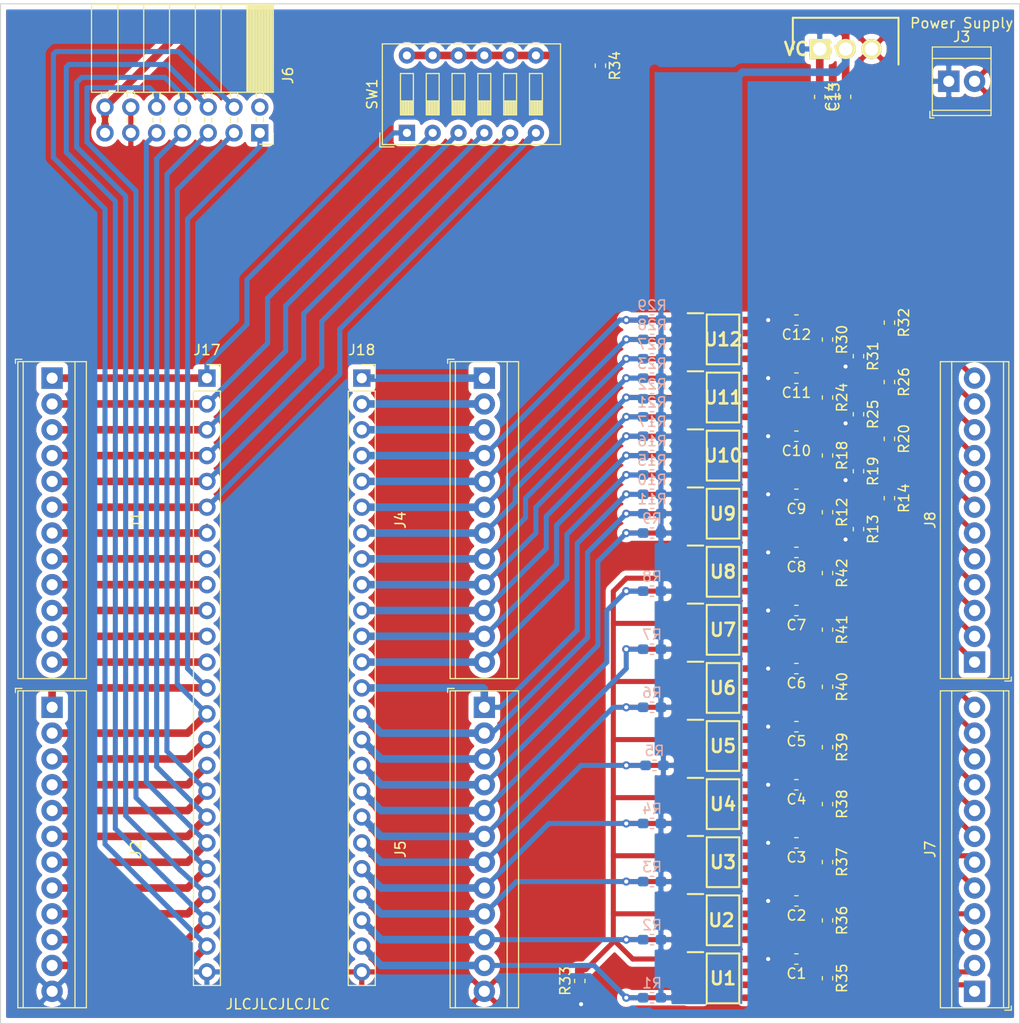
<source format=kicad_pcb>
(kicad_pcb (version 20171130) (host pcbnew "(5.1.5-0-10_14)")

  (general
    (thickness 1.6)
    (drawings 2)
    (tracks 450)
    (zones 0)
    (modules 80)
    (nets 76)
  )

  (page A4)
  (layers
    (0 F.Cu signal)
    (31 B.Cu signal)
    (32 B.Adhes user hide)
    (33 F.Adhes user hide)
    (34 B.Paste user)
    (35 F.Paste user)
    (36 B.SilkS user)
    (37 F.SilkS user)
    (38 B.Mask user)
    (39 F.Mask user)
    (40 Dwgs.User user hide)
    (41 Cmts.User user hide)
    (42 Eco1.User user hide)
    (43 Eco2.User user hide)
    (44 Edge.Cuts user)
    (45 Margin user hide)
    (46 B.CrtYd user hide)
    (47 F.CrtYd user hide)
    (48 B.Fab user hide)
    (49 F.Fab user hide)
  )

  (setup
    (last_trace_width 0.25)
    (user_trace_width 0.5)
    (user_trace_width 0.75)
    (trace_clearance 0.2)
    (zone_clearance 0.508)
    (zone_45_only no)
    (trace_min 0.2)
    (via_size 0.8)
    (via_drill 0.4)
    (via_min_size 0.4)
    (via_min_drill 0.3)
    (uvia_size 0.3)
    (uvia_drill 0.1)
    (uvias_allowed no)
    (uvia_min_size 0.2)
    (uvia_min_drill 0.1)
    (edge_width 0.05)
    (segment_width 0.2)
    (pcb_text_width 0.3)
    (pcb_text_size 1.5 1.5)
    (mod_edge_width 0.12)
    (mod_text_size 1 1)
    (mod_text_width 0.15)
    (pad_size 1.05 0.95)
    (pad_drill 0)
    (pad_to_mask_clearance 0.051)
    (solder_mask_min_width 0.25)
    (aux_axis_origin 0 0)
    (visible_elements FFFFFF7F)
    (pcbplotparams
      (layerselection 0x010fc_ffffffff)
      (usegerberextensions false)
      (usegerberattributes false)
      (usegerberadvancedattributes false)
      (creategerberjobfile false)
      (excludeedgelayer true)
      (linewidth 0.100000)
      (plotframeref false)
      (viasonmask false)
      (mode 1)
      (useauxorigin false)
      (hpglpennumber 1)
      (hpglpenspeed 20)
      (hpglpendiameter 15.000000)
      (psnegative false)
      (psa4output false)
      (plotreference true)
      (plotvalue true)
      (plotinvisibletext false)
      (padsonsilk false)
      (subtractmaskfromsilk false)
      (outputformat 1)
      (mirror false)
      (drillshape 0)
      (scaleselection 1)
      (outputdirectory "export v3/"))
  )

  (net 0 "")
  (net 1 "Net-(J1-Pad1)")
  (net 2 "Net-(J1-Pad2)")
  (net 3 "Net-(J1-Pad3)")
  (net 4 "Net-(J1-Pad4)")
  (net 5 "Net-(J1-Pad5)")
  (net 6 "Net-(J1-Pad6)")
  (net 7 "Net-(J1-Pad7)")
  (net 8 "Net-(J1-Pad8)")
  (net 9 "Net-(J1-Pad9)")
  (net 10 "Net-(J1-Pad10)")
  (net 11 "Net-(J1-Pad11)")
  (net 12 "Net-(J1-Pad12)")
  (net 13 "Net-(J7-Pad1)")
  (net 14 "Net-(J8-Pad1)")
  (net 15 "Net-(J17-Pad13)")
  (net 16 "Net-(J17-Pad14)")
  (net 17 "Net-(J17-Pad15)")
  (net 18 "Net-(J17-Pad16)")
  (net 19 "Net-(J17-Pad17)")
  (net 20 "Net-(J17-Pad18)")
  (net 21 "Net-(J17-Pad19)")
  (net 22 "Net-(J17-Pad20)")
  (net 23 "Net-(J17-Pad21)")
  (net 24 "Net-(J17-Pad22)")
  (net 25 "Net-(J17-Pad23)")
  (net 26 "Net-(J18-Pad23)")
  (net 27 "Net-(J18-Pad22)")
  (net 28 "Net-(J18-Pad21)")
  (net 29 "Net-(J18-Pad20)")
  (net 30 "Net-(J18-Pad19)")
  (net 31 "Net-(J18-Pad18)")
  (net 32 "Net-(J18-Pad17)")
  (net 33 "Net-(J18-Pad16)")
  (net 34 "Net-(J18-Pad15)")
  (net 35 "Net-(J18-Pad14)")
  (net 36 "Net-(J18-Pad13)")
  (net 37 "Net-(J18-Pad10)")
  (net 38 "Net-(J18-Pad9)")
  (net 39 "Net-(J18-Pad8)")
  (net 40 "Net-(J18-Pad7)")
  (net 41 "Net-(J18-Pad6)")
  (net 42 "Net-(J18-Pad5)")
  (net 43 "Net-(J18-Pad4)")
  (net 44 "Net-(J18-Pad3)")
  (net 45 "Net-(J18-Pad2)")
  (net 46 "Net-(J18-Pad1)")
  (net 47 +5V)
  (net 48 GND)
  (net 49 "Net-(J18-Pad12)")
  (net 50 "Net-(J18-Pad11)")
  (net 51 "Net-(J7-Pad12)")
  (net 52 "Net-(J7-Pad11)")
  (net 53 "Net-(J7-Pad10)")
  (net 54 "Net-(J7-Pad9)")
  (net 55 "Net-(J7-Pad8)")
  (net 56 "Net-(J7-Pad7)")
  (net 57 "Net-(J7-Pad6)")
  (net 58 "Net-(J7-Pad5)")
  (net 59 "Net-(J7-Pad4)")
  (net 60 "Net-(J7-Pad3)")
  (net 61 "Net-(J7-Pad2)")
  (net 62 "Net-(J8-Pad12)")
  (net 63 "Net-(J8-Pad11)")
  (net 64 "Net-(J8-Pad10)")
  (net 65 "Net-(J8-Pad9)")
  (net 66 "Net-(J8-Pad8)")
  (net 67 "Net-(J8-Pad7)")
  (net 68 "Net-(J8-Pad6)")
  (net 69 "Net-(J8-Pad5)")
  (net 70 "Net-(J8-Pad4)")
  (net 71 "Net-(J8-Pad3)")
  (net 72 "Net-(J8-Pad2)")
  (net 73 +3V3)
  (net 74 "Net-(R34-Pad1)")
  (net 75 "Net-(R33-Pad2)")

  (net_class Default "Dies ist die voreingestellte Netzklasse."
    (clearance 0.2)
    (trace_width 0.25)
    (via_dia 0.8)
    (via_drill 0.4)
    (uvia_dia 0.3)
    (uvia_drill 0.1)
    (add_net +3V3)
    (add_net +5V)
    (add_net GND)
    (add_net "Net-(J1-Pad1)")
    (add_net "Net-(J1-Pad10)")
    (add_net "Net-(J1-Pad11)")
    (add_net "Net-(J1-Pad12)")
    (add_net "Net-(J1-Pad2)")
    (add_net "Net-(J1-Pad3)")
    (add_net "Net-(J1-Pad4)")
    (add_net "Net-(J1-Pad5)")
    (add_net "Net-(J1-Pad6)")
    (add_net "Net-(J1-Pad7)")
    (add_net "Net-(J1-Pad8)")
    (add_net "Net-(J1-Pad9)")
    (add_net "Net-(J17-Pad13)")
    (add_net "Net-(J17-Pad14)")
    (add_net "Net-(J17-Pad15)")
    (add_net "Net-(J17-Pad16)")
    (add_net "Net-(J17-Pad17)")
    (add_net "Net-(J17-Pad18)")
    (add_net "Net-(J17-Pad19)")
    (add_net "Net-(J17-Pad20)")
    (add_net "Net-(J17-Pad21)")
    (add_net "Net-(J17-Pad22)")
    (add_net "Net-(J17-Pad23)")
    (add_net "Net-(J18-Pad1)")
    (add_net "Net-(J18-Pad10)")
    (add_net "Net-(J18-Pad11)")
    (add_net "Net-(J18-Pad12)")
    (add_net "Net-(J18-Pad13)")
    (add_net "Net-(J18-Pad14)")
    (add_net "Net-(J18-Pad15)")
    (add_net "Net-(J18-Pad16)")
    (add_net "Net-(J18-Pad17)")
    (add_net "Net-(J18-Pad18)")
    (add_net "Net-(J18-Pad19)")
    (add_net "Net-(J18-Pad2)")
    (add_net "Net-(J18-Pad20)")
    (add_net "Net-(J18-Pad21)")
    (add_net "Net-(J18-Pad22)")
    (add_net "Net-(J18-Pad23)")
    (add_net "Net-(J18-Pad3)")
    (add_net "Net-(J18-Pad4)")
    (add_net "Net-(J18-Pad5)")
    (add_net "Net-(J18-Pad6)")
    (add_net "Net-(J18-Pad7)")
    (add_net "Net-(J18-Pad8)")
    (add_net "Net-(J18-Pad9)")
    (add_net "Net-(J7-Pad1)")
    (add_net "Net-(J7-Pad10)")
    (add_net "Net-(J7-Pad11)")
    (add_net "Net-(J7-Pad12)")
    (add_net "Net-(J7-Pad2)")
    (add_net "Net-(J7-Pad3)")
    (add_net "Net-(J7-Pad4)")
    (add_net "Net-(J7-Pad5)")
    (add_net "Net-(J7-Pad6)")
    (add_net "Net-(J7-Pad7)")
    (add_net "Net-(J7-Pad8)")
    (add_net "Net-(J7-Pad9)")
    (add_net "Net-(J8-Pad1)")
    (add_net "Net-(J8-Pad10)")
    (add_net "Net-(J8-Pad11)")
    (add_net "Net-(J8-Pad12)")
    (add_net "Net-(J8-Pad2)")
    (add_net "Net-(J8-Pad3)")
    (add_net "Net-(J8-Pad4)")
    (add_net "Net-(J8-Pad5)")
    (add_net "Net-(J8-Pad6)")
    (add_net "Net-(J8-Pad7)")
    (add_net "Net-(J8-Pad8)")
    (add_net "Net-(J8-Pad9)")
    (add_net "Net-(R33-Pad2)")
    (add_net "Net-(R34-Pad1)")
  )

  (module LD1117V33:TO255P460X1020X2008-3P (layer F.Cu) (tedit 5F4CDE42) (tstamp 5F4E4359)
    (at 92.71 16.51)
    (descr "3-Pin TO-220")
    (tags "Integrated Circuit")
    (path /5F6D9254)
    (fp_text reference VCC3v3 (at 0 0) (layer F.SilkS)
      (effects (font (size 1.27 1.27) (thickness 0.254)))
    )
    (fp_text value LD1117V33 (at 0 0) (layer F.SilkS) hide
      (effects (font (size 1.27 1.27) (thickness 0.254)))
    )
    (fp_line (start -2.65 -3.07) (end -2.65 0) (layer F.SilkS) (width 0.2))
    (fp_line (start 7.75 -3.07) (end -2.65 -3.07) (layer F.SilkS) (width 0.2))
    (fp_line (start 7.75 1.53) (end 7.75 -3.07) (layer F.SilkS) (width 0.2))
    (fp_line (start -2.65 -1.795) (end -1.375 -3.07) (layer Dwgs.User) (width 0.1))
    (fp_line (start -2.65 1.53) (end -2.65 -3.07) (layer Dwgs.User) (width 0.1))
    (fp_line (start 7.75 1.53) (end -2.65 1.53) (layer Dwgs.User) (width 0.1))
    (fp_line (start 7.75 -3.07) (end 7.75 1.53) (layer Dwgs.User) (width 0.1))
    (fp_line (start -2.65 -3.07) (end 7.75 -3.07) (layer Dwgs.User) (width 0.1))
    (fp_line (start -2.9 1.78) (end -2.9 -3.32) (layer Dwgs.User) (width 0.05))
    (fp_line (start 8 1.78) (end -2.9 1.78) (layer Dwgs.User) (width 0.05))
    (fp_line (start 8 -3.32) (end 8 1.78) (layer Dwgs.User) (width 0.05))
    (fp_line (start -2.9 -3.32) (end 8 -3.32) (layer Dwgs.User) (width 0.05))
    (pad 3 thru_hole circle (at 5.1 0 90) (size 1.98 1.98) (drill 1.32) (layers *.Cu *.Mask F.SilkS)
      (net 48 GND))
    (pad 2 thru_hole circle (at 2.55 0 90) (size 1.98 1.98) (drill 1.32) (layers *.Cu *.Mask F.SilkS)
      (net 73 +3V3))
    (pad 1 thru_hole rect (at 0 0 90) (size 1.98 1.98) (drill 1.32) (layers *.Cu *.Mask F.SilkS)
      (net 47 +5V))
  )

  (module Resistor_SMD:R_0603_1608Metric_Pad1.05x0.95mm_HandSolder (layer F.Cu) (tedit 5B301BBD) (tstamp 5F8B283B)
    (at 93.472 68.072 270)
    (descr "Resistor SMD 0603 (1608 Metric), square (rectangular) end terminal, IPC_7351 nominal with elongated pad for handsoldering. (Body size source: http://www.tortai-tech.com/upload/download/2011102023233369053.pdf), generated with kicad-footprint-generator")
    (tags "resistor handsolder")
    (path /5FC23D45)
    (attr smd)
    (fp_text reference R42 (at 0 -1.43 90) (layer F.SilkS)
      (effects (font (size 1 1) (thickness 0.15)))
    )
    (fp_text value R110 (at 0 1.43 90) (layer F.Fab)
      (effects (font (size 1 1) (thickness 0.15)))
    )
    (fp_text user %R (at 0 0 90) (layer F.Fab)
      (effects (font (size 0.4 0.4) (thickness 0.06)))
    )
    (fp_line (start 1.65 0.73) (end -1.65 0.73) (layer F.CrtYd) (width 0.05))
    (fp_line (start 1.65 -0.73) (end 1.65 0.73) (layer F.CrtYd) (width 0.05))
    (fp_line (start -1.65 -0.73) (end 1.65 -0.73) (layer F.CrtYd) (width 0.05))
    (fp_line (start -1.65 0.73) (end -1.65 -0.73) (layer F.CrtYd) (width 0.05))
    (fp_line (start -0.171267 0.51) (end 0.171267 0.51) (layer F.SilkS) (width 0.12))
    (fp_line (start -0.171267 -0.51) (end 0.171267 -0.51) (layer F.SilkS) (width 0.12))
    (fp_line (start 0.8 0.4) (end -0.8 0.4) (layer F.Fab) (width 0.1))
    (fp_line (start 0.8 -0.4) (end 0.8 0.4) (layer F.Fab) (width 0.1))
    (fp_line (start -0.8 -0.4) (end 0.8 -0.4) (layer F.Fab) (width 0.1))
    (fp_line (start -0.8 0.4) (end -0.8 -0.4) (layer F.Fab) (width 0.1))
    (pad 2 smd roundrect (at 0.875 0 270) (size 1.05 0.95) (layers F.Cu F.Paste F.Mask) (roundrect_rratio 0.25)
      (net 71 "Net-(J8-Pad3)"))
    (pad 1 smd roundrect (at -0.875 0 270) (size 1.05 0.95) (layers F.Cu F.Paste F.Mask) (roundrect_rratio 0.25)
      (net 70 "Net-(J8-Pad4)"))
    (model ${KISYS3DMOD}/Resistor_SMD.3dshapes/R_0603_1608Metric.wrl
      (at (xyz 0 0 0))
      (scale (xyz 1 1 1))
      (rotate (xyz 0 0 0))
    )
  )

  (module Resistor_SMD:R_0603_1608Metric_Pad1.05x0.95mm_HandSolder (layer F.Cu) (tedit 5B301BBD) (tstamp 5F8B282A)
    (at 93.472 73.646 270)
    (descr "Resistor SMD 0603 (1608 Metric), square (rectangular) end terminal, IPC_7351 nominal with elongated pad for handsoldering. (Body size source: http://www.tortai-tech.com/upload/download/2011102023233369053.pdf), generated with kicad-footprint-generator")
    (tags "resistor handsolder")
    (path /5FBB4B24)
    (attr smd)
    (fp_text reference R41 (at 0 -1.43 90) (layer F.SilkS)
      (effects (font (size 1 1) (thickness 0.15)))
    )
    (fp_text value R110 (at 0 1.43 90) (layer F.Fab)
      (effects (font (size 1 1) (thickness 0.15)))
    )
    (fp_text user %R (at 0 0 90) (layer F.Fab)
      (effects (font (size 0.4 0.4) (thickness 0.06)))
    )
    (fp_line (start 1.65 0.73) (end -1.65 0.73) (layer F.CrtYd) (width 0.05))
    (fp_line (start 1.65 -0.73) (end 1.65 0.73) (layer F.CrtYd) (width 0.05))
    (fp_line (start -1.65 -0.73) (end 1.65 -0.73) (layer F.CrtYd) (width 0.05))
    (fp_line (start -1.65 0.73) (end -1.65 -0.73) (layer F.CrtYd) (width 0.05))
    (fp_line (start -0.171267 0.51) (end 0.171267 0.51) (layer F.SilkS) (width 0.12))
    (fp_line (start -0.171267 -0.51) (end 0.171267 -0.51) (layer F.SilkS) (width 0.12))
    (fp_line (start 0.8 0.4) (end -0.8 0.4) (layer F.Fab) (width 0.1))
    (fp_line (start 0.8 -0.4) (end 0.8 0.4) (layer F.Fab) (width 0.1))
    (fp_line (start -0.8 -0.4) (end 0.8 -0.4) (layer F.Fab) (width 0.1))
    (fp_line (start -0.8 0.4) (end -0.8 -0.4) (layer F.Fab) (width 0.1))
    (pad 2 smd roundrect (at 0.875 0 270) (size 1.05 0.95) (layers F.Cu F.Paste F.Mask) (roundrect_rratio 0.25)
      (net 14 "Net-(J8-Pad1)"))
    (pad 1 smd roundrect (at -0.875 0 270) (size 1.05 0.95) (layers F.Cu F.Paste F.Mask) (roundrect_rratio 0.25)
      (net 72 "Net-(J8-Pad2)"))
    (model ${KISYS3DMOD}/Resistor_SMD.3dshapes/R_0603_1608Metric.wrl
      (at (xyz 0 0 0))
      (scale (xyz 1 1 1))
      (rotate (xyz 0 0 0))
    )
  )

  (module Resistor_SMD:R_0603_1608Metric_Pad1.05x0.95mm_HandSolder (layer F.Cu) (tedit 5B301BBD) (tstamp 5F8B2819)
    (at 93.472 79.262 270)
    (descr "Resistor SMD 0603 (1608 Metric), square (rectangular) end terminal, IPC_7351 nominal with elongated pad for handsoldering. (Body size source: http://www.tortai-tech.com/upload/download/2011102023233369053.pdf), generated with kicad-footprint-generator")
    (tags "resistor handsolder")
    (path /5FB45F9F)
    (attr smd)
    (fp_text reference R40 (at 0 -1.43 90) (layer F.SilkS)
      (effects (font (size 1 1) (thickness 0.15)))
    )
    (fp_text value R110 (at 0 1.43 90) (layer F.Fab)
      (effects (font (size 1 1) (thickness 0.15)))
    )
    (fp_text user %R (at 0 0 90) (layer F.Fab)
      (effects (font (size 0.4 0.4) (thickness 0.06)))
    )
    (fp_line (start 1.65 0.73) (end -1.65 0.73) (layer F.CrtYd) (width 0.05))
    (fp_line (start 1.65 -0.73) (end 1.65 0.73) (layer F.CrtYd) (width 0.05))
    (fp_line (start -1.65 -0.73) (end 1.65 -0.73) (layer F.CrtYd) (width 0.05))
    (fp_line (start -1.65 0.73) (end -1.65 -0.73) (layer F.CrtYd) (width 0.05))
    (fp_line (start -0.171267 0.51) (end 0.171267 0.51) (layer F.SilkS) (width 0.12))
    (fp_line (start -0.171267 -0.51) (end 0.171267 -0.51) (layer F.SilkS) (width 0.12))
    (fp_line (start 0.8 0.4) (end -0.8 0.4) (layer F.Fab) (width 0.1))
    (fp_line (start 0.8 -0.4) (end 0.8 0.4) (layer F.Fab) (width 0.1))
    (fp_line (start -0.8 -0.4) (end 0.8 -0.4) (layer F.Fab) (width 0.1))
    (fp_line (start -0.8 0.4) (end -0.8 -0.4) (layer F.Fab) (width 0.1))
    (pad 2 smd roundrect (at 0.875 0 270) (size 1.05 0.95) (layers F.Cu F.Paste F.Mask) (roundrect_rratio 0.25)
      (net 52 "Net-(J7-Pad11)"))
    (pad 1 smd roundrect (at -0.875 0 270) (size 1.05 0.95) (layers F.Cu F.Paste F.Mask) (roundrect_rratio 0.25)
      (net 51 "Net-(J7-Pad12)"))
    (model ${KISYS3DMOD}/Resistor_SMD.3dshapes/R_0603_1608Metric.wrl
      (at (xyz 0 0 0))
      (scale (xyz 1 1 1))
      (rotate (xyz 0 0 0))
    )
  )

  (module Resistor_SMD:R_0603_1608Metric_Pad1.05x0.95mm_HandSolder (layer F.Cu) (tedit 5B301BBD) (tstamp 5F8B2808)
    (at 93.472 85.203 270)
    (descr "Resistor SMD 0603 (1608 Metric), square (rectangular) end terminal, IPC_7351 nominal with elongated pad for handsoldering. (Body size source: http://www.tortai-tech.com/upload/download/2011102023233369053.pdf), generated with kicad-footprint-generator")
    (tags "resistor handsolder")
    (path /5F91CF8A)
    (attr smd)
    (fp_text reference R39 (at 0 -1.43 90) (layer F.SilkS)
      (effects (font (size 1 1) (thickness 0.15)))
    )
    (fp_text value R110 (at 0 1.43 90) (layer F.Fab)
      (effects (font (size 1 1) (thickness 0.15)))
    )
    (fp_text user %R (at 0 0 90) (layer F.Fab)
      (effects (font (size 0.4 0.4) (thickness 0.06)))
    )
    (fp_line (start 1.65 0.73) (end -1.65 0.73) (layer F.CrtYd) (width 0.05))
    (fp_line (start 1.65 -0.73) (end 1.65 0.73) (layer F.CrtYd) (width 0.05))
    (fp_line (start -1.65 -0.73) (end 1.65 -0.73) (layer F.CrtYd) (width 0.05))
    (fp_line (start -1.65 0.73) (end -1.65 -0.73) (layer F.CrtYd) (width 0.05))
    (fp_line (start -0.171267 0.51) (end 0.171267 0.51) (layer F.SilkS) (width 0.12))
    (fp_line (start -0.171267 -0.51) (end 0.171267 -0.51) (layer F.SilkS) (width 0.12))
    (fp_line (start 0.8 0.4) (end -0.8 0.4) (layer F.Fab) (width 0.1))
    (fp_line (start 0.8 -0.4) (end 0.8 0.4) (layer F.Fab) (width 0.1))
    (fp_line (start -0.8 -0.4) (end 0.8 -0.4) (layer F.Fab) (width 0.1))
    (fp_line (start -0.8 0.4) (end -0.8 -0.4) (layer F.Fab) (width 0.1))
    (pad 2 smd roundrect (at 0.875 0 270) (size 1.05 0.95) (layers F.Cu F.Paste F.Mask) (roundrect_rratio 0.25)
      (net 54 "Net-(J7-Pad9)"))
    (pad 1 smd roundrect (at -0.875 0 270) (size 1.05 0.95) (layers F.Cu F.Paste F.Mask) (roundrect_rratio 0.25)
      (net 53 "Net-(J7-Pad10)"))
    (model ${KISYS3DMOD}/Resistor_SMD.3dshapes/R_0603_1608Metric.wrl
      (at (xyz 0 0 0))
      (scale (xyz 1 1 1))
      (rotate (xyz 0 0 0))
    )
  )

  (module Resistor_SMD:R_0603_1608Metric_Pad1.05x0.95mm_HandSolder (layer F.Cu) (tedit 5B301BBD) (tstamp 5F8B27F7)
    (at 93.472 90.805 270)
    (descr "Resistor SMD 0603 (1608 Metric), square (rectangular) end terminal, IPC_7351 nominal with elongated pad for handsoldering. (Body size source: http://www.tortai-tech.com/upload/download/2011102023233369053.pdf), generated with kicad-footprint-generator")
    (tags "resistor handsolder")
    (path /5F98B956)
    (attr smd)
    (fp_text reference R38 (at 0 -1.43 90) (layer F.SilkS)
      (effects (font (size 1 1) (thickness 0.15)))
    )
    (fp_text value R110 (at 0 1.43 90) (layer F.Fab)
      (effects (font (size 1 1) (thickness 0.15)))
    )
    (fp_text user %R (at 0 0 90) (layer F.Fab)
      (effects (font (size 0.4 0.4) (thickness 0.06)))
    )
    (fp_line (start 1.65 0.73) (end -1.65 0.73) (layer F.CrtYd) (width 0.05))
    (fp_line (start 1.65 -0.73) (end 1.65 0.73) (layer F.CrtYd) (width 0.05))
    (fp_line (start -1.65 -0.73) (end 1.65 -0.73) (layer F.CrtYd) (width 0.05))
    (fp_line (start -1.65 0.73) (end -1.65 -0.73) (layer F.CrtYd) (width 0.05))
    (fp_line (start -0.171267 0.51) (end 0.171267 0.51) (layer F.SilkS) (width 0.12))
    (fp_line (start -0.171267 -0.51) (end 0.171267 -0.51) (layer F.SilkS) (width 0.12))
    (fp_line (start 0.8 0.4) (end -0.8 0.4) (layer F.Fab) (width 0.1))
    (fp_line (start 0.8 -0.4) (end 0.8 0.4) (layer F.Fab) (width 0.1))
    (fp_line (start -0.8 -0.4) (end 0.8 -0.4) (layer F.Fab) (width 0.1))
    (fp_line (start -0.8 0.4) (end -0.8 -0.4) (layer F.Fab) (width 0.1))
    (pad 2 smd roundrect (at 0.875 0 270) (size 1.05 0.95) (layers F.Cu F.Paste F.Mask) (roundrect_rratio 0.25)
      (net 56 "Net-(J7-Pad7)"))
    (pad 1 smd roundrect (at -0.875 0 270) (size 1.05 0.95) (layers F.Cu F.Paste F.Mask) (roundrect_rratio 0.25)
      (net 55 "Net-(J7-Pad8)"))
    (model ${KISYS3DMOD}/Resistor_SMD.3dshapes/R_0603_1608Metric.wrl
      (at (xyz 0 0 0))
      (scale (xyz 1 1 1))
      (rotate (xyz 0 0 0))
    )
  )

  (module Resistor_SMD:R_0603_1608Metric_Pad1.05x0.95mm_HandSolder (layer F.Cu) (tedit 5B301BBD) (tstamp 5F8B27E6)
    (at 93.472 96.506 270)
    (descr "Resistor SMD 0603 (1608 Metric), square (rectangular) end terminal, IPC_7351 nominal with elongated pad for handsoldering. (Body size source: http://www.tortai-tech.com/upload/download/2011102023233369053.pdf), generated with kicad-footprint-generator")
    (tags "resistor handsolder")
    (path /5F9FA2F8)
    (attr smd)
    (fp_text reference R37 (at 0 -1.43 90) (layer F.SilkS)
      (effects (font (size 1 1) (thickness 0.15)))
    )
    (fp_text value R110 (at 0 1.43 90) (layer F.Fab)
      (effects (font (size 1 1) (thickness 0.15)))
    )
    (fp_text user %R (at 0 0 90) (layer F.Fab)
      (effects (font (size 0.4 0.4) (thickness 0.06)))
    )
    (fp_line (start 1.65 0.73) (end -1.65 0.73) (layer F.CrtYd) (width 0.05))
    (fp_line (start 1.65 -0.73) (end 1.65 0.73) (layer F.CrtYd) (width 0.05))
    (fp_line (start -1.65 -0.73) (end 1.65 -0.73) (layer F.CrtYd) (width 0.05))
    (fp_line (start -1.65 0.73) (end -1.65 -0.73) (layer F.CrtYd) (width 0.05))
    (fp_line (start -0.171267 0.51) (end 0.171267 0.51) (layer F.SilkS) (width 0.12))
    (fp_line (start -0.171267 -0.51) (end 0.171267 -0.51) (layer F.SilkS) (width 0.12))
    (fp_line (start 0.8 0.4) (end -0.8 0.4) (layer F.Fab) (width 0.1))
    (fp_line (start 0.8 -0.4) (end 0.8 0.4) (layer F.Fab) (width 0.1))
    (fp_line (start -0.8 -0.4) (end 0.8 -0.4) (layer F.Fab) (width 0.1))
    (fp_line (start -0.8 0.4) (end -0.8 -0.4) (layer F.Fab) (width 0.1))
    (pad 2 smd roundrect (at 0.875 0 270) (size 1.05 0.95) (layers F.Cu F.Paste F.Mask) (roundrect_rratio 0.25)
      (net 58 "Net-(J7-Pad5)"))
    (pad 1 smd roundrect (at -0.875 0 270) (size 1.05 0.95) (layers F.Cu F.Paste F.Mask) (roundrect_rratio 0.25)
      (net 57 "Net-(J7-Pad6)"))
    (model ${KISYS3DMOD}/Resistor_SMD.3dshapes/R_0603_1608Metric.wrl
      (at (xyz 0 0 0))
      (scale (xyz 1 1 1))
      (rotate (xyz 0 0 0))
    )
  )

  (module Resistor_SMD:R_0603_1608Metric_Pad1.05x0.95mm_HandSolder (layer F.Cu) (tedit 5B301BBD) (tstamp 5F8B27D5)
    (at 93.472 102.249 270)
    (descr "Resistor SMD 0603 (1608 Metric), square (rectangular) end terminal, IPC_7351 nominal with elongated pad for handsoldering. (Body size source: http://www.tortai-tech.com/upload/download/2011102023233369053.pdf), generated with kicad-footprint-generator")
    (tags "resistor handsolder")
    (path /5FA68D6C)
    (attr smd)
    (fp_text reference R36 (at 0 -1.43 90) (layer F.SilkS)
      (effects (font (size 1 1) (thickness 0.15)))
    )
    (fp_text value R110 (at 0 1.43 90) (layer F.Fab)
      (effects (font (size 1 1) (thickness 0.15)))
    )
    (fp_text user %R (at 0 0 90) (layer F.Fab)
      (effects (font (size 0.4 0.4) (thickness 0.06)))
    )
    (fp_line (start 1.65 0.73) (end -1.65 0.73) (layer F.CrtYd) (width 0.05))
    (fp_line (start 1.65 -0.73) (end 1.65 0.73) (layer F.CrtYd) (width 0.05))
    (fp_line (start -1.65 -0.73) (end 1.65 -0.73) (layer F.CrtYd) (width 0.05))
    (fp_line (start -1.65 0.73) (end -1.65 -0.73) (layer F.CrtYd) (width 0.05))
    (fp_line (start -0.171267 0.51) (end 0.171267 0.51) (layer F.SilkS) (width 0.12))
    (fp_line (start -0.171267 -0.51) (end 0.171267 -0.51) (layer F.SilkS) (width 0.12))
    (fp_line (start 0.8 0.4) (end -0.8 0.4) (layer F.Fab) (width 0.1))
    (fp_line (start 0.8 -0.4) (end 0.8 0.4) (layer F.Fab) (width 0.1))
    (fp_line (start -0.8 -0.4) (end 0.8 -0.4) (layer F.Fab) (width 0.1))
    (fp_line (start -0.8 0.4) (end -0.8 -0.4) (layer F.Fab) (width 0.1))
    (pad 2 smd roundrect (at 0.875 0 270) (size 1.05 0.95) (layers F.Cu F.Paste F.Mask) (roundrect_rratio 0.25)
      (net 60 "Net-(J7-Pad3)"))
    (pad 1 smd roundrect (at -0.875 0 270) (size 1.05 0.95) (layers F.Cu F.Paste F.Mask) (roundrect_rratio 0.25)
      (net 59 "Net-(J7-Pad4)"))
    (model ${KISYS3DMOD}/Resistor_SMD.3dshapes/R_0603_1608Metric.wrl
      (at (xyz 0 0 0))
      (scale (xyz 1 1 1))
      (rotate (xyz 0 0 0))
    )
  )

  (module Resistor_SMD:R_0603_1608Metric_Pad1.05x0.95mm_HandSolder (layer F.Cu) (tedit 5B301BBD) (tstamp 5F8B27C4)
    (at 93.472 107.936 270)
    (descr "Resistor SMD 0603 (1608 Metric), square (rectangular) end terminal, IPC_7351 nominal with elongated pad for handsoldering. (Body size source: http://www.tortai-tech.com/upload/download/2011102023233369053.pdf), generated with kicad-footprint-generator")
    (tags "resistor handsolder")
    (path /5FAD7651)
    (attr smd)
    (fp_text reference R35 (at 0 -1.43 90) (layer F.SilkS)
      (effects (font (size 1 1) (thickness 0.15)))
    )
    (fp_text value R110 (at 0 1.43 90) (layer F.Fab)
      (effects (font (size 1 1) (thickness 0.15)))
    )
    (fp_text user %R (at 0 0 90) (layer F.Fab)
      (effects (font (size 0.4 0.4) (thickness 0.06)))
    )
    (fp_line (start 1.65 0.73) (end -1.65 0.73) (layer F.CrtYd) (width 0.05))
    (fp_line (start 1.65 -0.73) (end 1.65 0.73) (layer F.CrtYd) (width 0.05))
    (fp_line (start -1.65 -0.73) (end 1.65 -0.73) (layer F.CrtYd) (width 0.05))
    (fp_line (start -1.65 0.73) (end -1.65 -0.73) (layer F.CrtYd) (width 0.05))
    (fp_line (start -0.171267 0.51) (end 0.171267 0.51) (layer F.SilkS) (width 0.12))
    (fp_line (start -0.171267 -0.51) (end 0.171267 -0.51) (layer F.SilkS) (width 0.12))
    (fp_line (start 0.8 0.4) (end -0.8 0.4) (layer F.Fab) (width 0.1))
    (fp_line (start 0.8 -0.4) (end 0.8 0.4) (layer F.Fab) (width 0.1))
    (fp_line (start -0.8 -0.4) (end 0.8 -0.4) (layer F.Fab) (width 0.1))
    (fp_line (start -0.8 0.4) (end -0.8 -0.4) (layer F.Fab) (width 0.1))
    (pad 2 smd roundrect (at 0.875 0 270) (size 1.05 0.95) (layers F.Cu F.Paste F.Mask) (roundrect_rratio 0.25)
      (net 13 "Net-(J7-Pad1)"))
    (pad 1 smd roundrect (at -0.875 0 270) (size 1.05 0.95) (layers F.Cu F.Paste F.Mask) (roundrect_rratio 0.25)
      (net 61 "Net-(J7-Pad2)"))
    (model ${KISYS3DMOD}/Resistor_SMD.3dshapes/R_0603_1608Metric.wrl
      (at (xyz 0 0 0))
      (scale (xyz 1 1 1))
      (rotate (xyz 0 0 0))
    )
  )

  (module Resistor_SMD:R_0603_1608Metric_Pad1.05x0.95mm_HandSolder (layer F.Cu) (tedit 5B301BBD) (tstamp 5F8B5D3A)
    (at 69.088 108.204 90)
    (descr "Resistor SMD 0603 (1608 Metric), square (rectangular) end terminal, IPC_7351 nominal with elongated pad for handsoldering. (Body size source: http://www.tortai-tech.com/upload/download/2011102023233369053.pdf), generated with kicad-footprint-generator")
    (tags "resistor handsolder")
    (path /5FA01F27)
    (attr smd)
    (fp_text reference R33 (at 0 -1.43 90) (layer F.SilkS)
      (effects (font (size 1 1) (thickness 0.15)))
    )
    (fp_text value 10k (at 0 1.43 90) (layer F.Fab)
      (effects (font (size 1 1) (thickness 0.15)))
    )
    (fp_text user %R (at 0 0 90) (layer F.Fab)
      (effects (font (size 0.4 0.4) (thickness 0.06)))
    )
    (fp_line (start 1.65 0.73) (end -1.65 0.73) (layer F.CrtYd) (width 0.05))
    (fp_line (start 1.65 -0.73) (end 1.65 0.73) (layer F.CrtYd) (width 0.05))
    (fp_line (start -1.65 -0.73) (end 1.65 -0.73) (layer F.CrtYd) (width 0.05))
    (fp_line (start -1.65 0.73) (end -1.65 -0.73) (layer F.CrtYd) (width 0.05))
    (fp_line (start -0.171267 0.51) (end 0.171267 0.51) (layer F.SilkS) (width 0.12))
    (fp_line (start -0.171267 -0.51) (end 0.171267 -0.51) (layer F.SilkS) (width 0.12))
    (fp_line (start 0.8 0.4) (end -0.8 0.4) (layer F.Fab) (width 0.1))
    (fp_line (start 0.8 -0.4) (end 0.8 0.4) (layer F.Fab) (width 0.1))
    (fp_line (start -0.8 -0.4) (end 0.8 -0.4) (layer F.Fab) (width 0.1))
    (fp_line (start -0.8 0.4) (end -0.8 -0.4) (layer F.Fab) (width 0.1))
    (pad 2 smd roundrect (at 0.875 0 90) (size 1.05 0.95) (layers F.Cu F.Paste F.Mask) (roundrect_rratio 0.25)
      (net 75 "Net-(R33-Pad2)"))
    (pad 1 smd roundrect (at -0.875 0 90) (size 1.05 0.95) (layers F.Cu F.Paste F.Mask) (roundrect_rratio 0.25)
      (net 47 +5V))
    (model ${KISYS3DMOD}/Resistor_SMD.3dshapes/R_0603_1608Metric.wrl
      (at (xyz 0 0 0))
      (scale (xyz 1 1 1))
      (rotate (xyz 0 0 0))
    )
  )

  (module Resistor_SMD:R_0603_1608Metric_Pad1.05x0.95mm_HandSolder (layer F.Cu) (tedit 5B301BBD) (tstamp 5F891516)
    (at 99.568 43.434 270)
    (descr "Resistor SMD 0603 (1608 Metric), square (rectangular) end terminal, IPC_7351 nominal with elongated pad for handsoldering. (Body size source: http://www.tortai-tech.com/upload/download/2011102023233369053.pdf), generated with kicad-footprint-generator")
    (tags "resistor handsolder")
    (path /5F96C254)
    (attr smd)
    (fp_text reference R32 (at 0 -1.43 90) (layer F.SilkS)
      (effects (font (size 1 1) (thickness 0.15)))
    )
    (fp_text value R20k (at 0 1.43 90) (layer F.Fab)
      (effects (font (size 1 1) (thickness 0.15)))
    )
    (fp_text user %R (at 0 0 90) (layer F.Fab)
      (effects (font (size 0.4 0.4) (thickness 0.06)))
    )
    (fp_line (start 1.65 0.73) (end -1.65 0.73) (layer F.CrtYd) (width 0.05))
    (fp_line (start 1.65 -0.73) (end 1.65 0.73) (layer F.CrtYd) (width 0.05))
    (fp_line (start -1.65 -0.73) (end 1.65 -0.73) (layer F.CrtYd) (width 0.05))
    (fp_line (start -1.65 0.73) (end -1.65 -0.73) (layer F.CrtYd) (width 0.05))
    (fp_line (start -0.171267 0.51) (end 0.171267 0.51) (layer F.SilkS) (width 0.12))
    (fp_line (start -0.171267 -0.51) (end 0.171267 -0.51) (layer F.SilkS) (width 0.12))
    (fp_line (start 0.8 0.4) (end -0.8 0.4) (layer F.Fab) (width 0.1))
    (fp_line (start 0.8 -0.4) (end 0.8 0.4) (layer F.Fab) (width 0.1))
    (fp_line (start -0.8 -0.4) (end 0.8 -0.4) (layer F.Fab) (width 0.1))
    (fp_line (start -0.8 0.4) (end -0.8 -0.4) (layer F.Fab) (width 0.1))
    (pad 2 smd roundrect (at 0.875 0 270) (size 1.05 0.95) (layers F.Cu F.Paste F.Mask) (roundrect_rratio 0.25)
      (net 62 "Net-(J8-Pad12)"))
    (pad 1 smd roundrect (at -0.875 0 270) (size 1.05 0.95) (layers F.Cu F.Paste F.Mask) (roundrect_rratio 0.25)
      (net 48 GND))
    (model ${KISYS3DMOD}/Resistor_SMD.3dshapes/R_0603_1608Metric.wrl
      (at (xyz 0 0 0))
      (scale (xyz 1 1 1))
      (rotate (xyz 0 0 0))
    )
  )

  (module Resistor_SMD:R_0603_1608Metric_Pad1.05x0.95mm_HandSolder (layer F.Cu) (tedit 5B301BBD) (tstamp 5F891505)
    (at 96.52 46.736 270)
    (descr "Resistor SMD 0603 (1608 Metric), square (rectangular) end terminal, IPC_7351 nominal with elongated pad for handsoldering. (Body size source: http://www.tortai-tech.com/upload/download/2011102023233369053.pdf), generated with kicad-footprint-generator")
    (tags "resistor handsolder")
    (path /5F96D749)
    (attr smd)
    (fp_text reference R31 (at 0 -1.43 90) (layer F.SilkS)
      (effects (font (size 1 1) (thickness 0.15)))
    )
    (fp_text value R20k (at 0 1.43 90) (layer F.Fab)
      (effects (font (size 1 1) (thickness 0.15)))
    )
    (fp_text user %R (at 0 0 90) (layer F.Fab)
      (effects (font (size 0.4 0.4) (thickness 0.06)))
    )
    (fp_line (start 1.65 0.73) (end -1.65 0.73) (layer F.CrtYd) (width 0.05))
    (fp_line (start 1.65 -0.73) (end 1.65 0.73) (layer F.CrtYd) (width 0.05))
    (fp_line (start -1.65 -0.73) (end 1.65 -0.73) (layer F.CrtYd) (width 0.05))
    (fp_line (start -1.65 0.73) (end -1.65 -0.73) (layer F.CrtYd) (width 0.05))
    (fp_line (start -0.171267 0.51) (end 0.171267 0.51) (layer F.SilkS) (width 0.12))
    (fp_line (start -0.171267 -0.51) (end 0.171267 -0.51) (layer F.SilkS) (width 0.12))
    (fp_line (start 0.8 0.4) (end -0.8 0.4) (layer F.Fab) (width 0.1))
    (fp_line (start 0.8 -0.4) (end 0.8 0.4) (layer F.Fab) (width 0.1))
    (fp_line (start -0.8 -0.4) (end 0.8 -0.4) (layer F.Fab) (width 0.1))
    (fp_line (start -0.8 0.4) (end -0.8 -0.4) (layer F.Fab) (width 0.1))
    (pad 2 smd roundrect (at 0.875 0 270) (size 1.05 0.95) (layers F.Cu F.Paste F.Mask) (roundrect_rratio 0.25)
      (net 47 +5V))
    (pad 1 smd roundrect (at -0.875 0 270) (size 1.05 0.95) (layers F.Cu F.Paste F.Mask) (roundrect_rratio 0.25)
      (net 63 "Net-(J8-Pad11)"))
    (model ${KISYS3DMOD}/Resistor_SMD.3dshapes/R_0603_1608Metric.wrl
      (at (xyz 0 0 0))
      (scale (xyz 1 1 1))
      (rotate (xyz 0 0 0))
    )
  )

  (module Resistor_SMD:R_0603_1608Metric_Pad1.05x0.95mm_HandSolder (layer F.Cu) (tedit 5B301BBD) (tstamp 5F8914F4)
    (at 93.472 45.099 270)
    (descr "Resistor SMD 0603 (1608 Metric), square (rectangular) end terminal, IPC_7351 nominal with elongated pad for handsoldering. (Body size source: http://www.tortai-tech.com/upload/download/2011102023233369053.pdf), generated with kicad-footprint-generator")
    (tags "resistor handsolder")
    (path /5F8F7CE8)
    (attr smd)
    (fp_text reference R30 (at 0 -1.43 90) (layer F.SilkS)
      (effects (font (size 1 1) (thickness 0.15)))
    )
    (fp_text value R110 (at 0 1.43 90) (layer F.Fab)
      (effects (font (size 1 1) (thickness 0.15)))
    )
    (fp_text user %R (at 0 0 90) (layer F.Fab)
      (effects (font (size 0.4 0.4) (thickness 0.06)))
    )
    (fp_line (start 1.65 0.73) (end -1.65 0.73) (layer F.CrtYd) (width 0.05))
    (fp_line (start 1.65 -0.73) (end 1.65 0.73) (layer F.CrtYd) (width 0.05))
    (fp_line (start -1.65 -0.73) (end 1.65 -0.73) (layer F.CrtYd) (width 0.05))
    (fp_line (start -1.65 0.73) (end -1.65 -0.73) (layer F.CrtYd) (width 0.05))
    (fp_line (start -0.171267 0.51) (end 0.171267 0.51) (layer F.SilkS) (width 0.12))
    (fp_line (start -0.171267 -0.51) (end 0.171267 -0.51) (layer F.SilkS) (width 0.12))
    (fp_line (start 0.8 0.4) (end -0.8 0.4) (layer F.Fab) (width 0.1))
    (fp_line (start 0.8 -0.4) (end 0.8 0.4) (layer F.Fab) (width 0.1))
    (fp_line (start -0.8 -0.4) (end 0.8 -0.4) (layer F.Fab) (width 0.1))
    (fp_line (start -0.8 0.4) (end -0.8 -0.4) (layer F.Fab) (width 0.1))
    (pad 2 smd roundrect (at 0.875 0 270) (size 1.05 0.95) (layers F.Cu F.Paste F.Mask) (roundrect_rratio 0.25)
      (net 63 "Net-(J8-Pad11)"))
    (pad 1 smd roundrect (at -0.875 0 270) (size 1.05 0.95) (layers F.Cu F.Paste F.Mask) (roundrect_rratio 0.25)
      (net 62 "Net-(J8-Pad12)"))
    (model ${KISYS3DMOD}/Resistor_SMD.3dshapes/R_0603_1608Metric.wrl
      (at (xyz 0 0 0))
      (scale (xyz 1 1 1))
      (rotate (xyz 0 0 0))
    )
  )

  (module Resistor_SMD:R_0603_1608Metric_Pad1.05x0.95mm_HandSolder (layer F.Cu) (tedit 5B301BBD) (tstamp 5F8914B3)
    (at 99.568 49.276 270)
    (descr "Resistor SMD 0603 (1608 Metric), square (rectangular) end terminal, IPC_7351 nominal with elongated pad for handsoldering. (Body size source: http://www.tortai-tech.com/upload/download/2011102023233369053.pdf), generated with kicad-footprint-generator")
    (tags "resistor handsolder")
    (path /5F969E46)
    (attr smd)
    (fp_text reference R26 (at 0 -1.43 90) (layer F.SilkS)
      (effects (font (size 1 1) (thickness 0.15)))
    )
    (fp_text value R20k (at 0 1.43 90) (layer F.Fab)
      (effects (font (size 1 1) (thickness 0.15)))
    )
    (fp_text user %R (at 0 0 90) (layer F.Fab)
      (effects (font (size 0.4 0.4) (thickness 0.06)))
    )
    (fp_line (start 1.65 0.73) (end -1.65 0.73) (layer F.CrtYd) (width 0.05))
    (fp_line (start 1.65 -0.73) (end 1.65 0.73) (layer F.CrtYd) (width 0.05))
    (fp_line (start -1.65 -0.73) (end 1.65 -0.73) (layer F.CrtYd) (width 0.05))
    (fp_line (start -1.65 0.73) (end -1.65 -0.73) (layer F.CrtYd) (width 0.05))
    (fp_line (start -0.171267 0.51) (end 0.171267 0.51) (layer F.SilkS) (width 0.12))
    (fp_line (start -0.171267 -0.51) (end 0.171267 -0.51) (layer F.SilkS) (width 0.12))
    (fp_line (start 0.8 0.4) (end -0.8 0.4) (layer F.Fab) (width 0.1))
    (fp_line (start 0.8 -0.4) (end 0.8 0.4) (layer F.Fab) (width 0.1))
    (fp_line (start -0.8 -0.4) (end 0.8 -0.4) (layer F.Fab) (width 0.1))
    (fp_line (start -0.8 0.4) (end -0.8 -0.4) (layer F.Fab) (width 0.1))
    (pad 2 smd roundrect (at 0.875 0 270) (size 1.05 0.95) (layers F.Cu F.Paste F.Mask) (roundrect_rratio 0.25)
      (net 64 "Net-(J8-Pad10)"))
    (pad 1 smd roundrect (at -0.875 0 270) (size 1.05 0.95) (layers F.Cu F.Paste F.Mask) (roundrect_rratio 0.25)
      (net 48 GND))
    (model ${KISYS3DMOD}/Resistor_SMD.3dshapes/R_0603_1608Metric.wrl
      (at (xyz 0 0 0))
      (scale (xyz 1 1 1))
      (rotate (xyz 0 0 0))
    )
  )

  (module Resistor_SMD:R_0603_1608Metric_Pad1.05x0.95mm_HandSolder (layer F.Cu) (tedit 5B301BBD) (tstamp 5F8914A2)
    (at 96.52 52.451 270)
    (descr "Resistor SMD 0603 (1608 Metric), square (rectangular) end terminal, IPC_7351 nominal with elongated pad for handsoldering. (Body size source: http://www.tortai-tech.com/upload/download/2011102023233369053.pdf), generated with kicad-footprint-generator")
    (tags "resistor handsolder")
    (path /5F96B1AA)
    (attr smd)
    (fp_text reference R25 (at 0 -1.43 90) (layer F.SilkS)
      (effects (font (size 1 1) (thickness 0.15)))
    )
    (fp_text value R20k (at 0 1.43 90) (layer F.Fab)
      (effects (font (size 1 1) (thickness 0.15)))
    )
    (fp_text user %R (at 0 0 90) (layer F.Fab)
      (effects (font (size 0.4 0.4) (thickness 0.06)))
    )
    (fp_line (start 1.65 0.73) (end -1.65 0.73) (layer F.CrtYd) (width 0.05))
    (fp_line (start 1.65 -0.73) (end 1.65 0.73) (layer F.CrtYd) (width 0.05))
    (fp_line (start -1.65 -0.73) (end 1.65 -0.73) (layer F.CrtYd) (width 0.05))
    (fp_line (start -1.65 0.73) (end -1.65 -0.73) (layer F.CrtYd) (width 0.05))
    (fp_line (start -0.171267 0.51) (end 0.171267 0.51) (layer F.SilkS) (width 0.12))
    (fp_line (start -0.171267 -0.51) (end 0.171267 -0.51) (layer F.SilkS) (width 0.12))
    (fp_line (start 0.8 0.4) (end -0.8 0.4) (layer F.Fab) (width 0.1))
    (fp_line (start 0.8 -0.4) (end 0.8 0.4) (layer F.Fab) (width 0.1))
    (fp_line (start -0.8 -0.4) (end 0.8 -0.4) (layer F.Fab) (width 0.1))
    (fp_line (start -0.8 0.4) (end -0.8 -0.4) (layer F.Fab) (width 0.1))
    (pad 2 smd roundrect (at 0.875 0 270) (size 1.05 0.95) (layers F.Cu F.Paste F.Mask) (roundrect_rratio 0.25)
      (net 47 +5V))
    (pad 1 smd roundrect (at -0.875 0 270) (size 1.05 0.95) (layers F.Cu F.Paste F.Mask) (roundrect_rratio 0.25)
      (net 65 "Net-(J8-Pad9)"))
    (model ${KISYS3DMOD}/Resistor_SMD.3dshapes/R_0603_1608Metric.wrl
      (at (xyz 0 0 0))
      (scale (xyz 1 1 1))
      (rotate (xyz 0 0 0))
    )
  )

  (module Resistor_SMD:R_0603_1608Metric_Pad1.05x0.95mm_HandSolder (layer F.Cu) (tedit 5B301BBD) (tstamp 5F891491)
    (at 93.472 50.8 270)
    (descr "Resistor SMD 0603 (1608 Metric), square (rectangular) end terminal, IPC_7351 nominal with elongated pad for handsoldering. (Body size source: http://www.tortai-tech.com/upload/download/2011102023233369053.pdf), generated with kicad-footprint-generator")
    (tags "resistor handsolder")
    (path /5F8F6E75)
    (attr smd)
    (fp_text reference R24 (at 0 -1.43 90) (layer F.SilkS)
      (effects (font (size 1 1) (thickness 0.15)))
    )
    (fp_text value R110 (at 0 1.43 90) (layer F.Fab)
      (effects (font (size 1 1) (thickness 0.15)))
    )
    (fp_text user %R (at 0 0 90) (layer F.Fab)
      (effects (font (size 0.4 0.4) (thickness 0.06)))
    )
    (fp_line (start 1.65 0.73) (end -1.65 0.73) (layer F.CrtYd) (width 0.05))
    (fp_line (start 1.65 -0.73) (end 1.65 0.73) (layer F.CrtYd) (width 0.05))
    (fp_line (start -1.65 -0.73) (end 1.65 -0.73) (layer F.CrtYd) (width 0.05))
    (fp_line (start -1.65 0.73) (end -1.65 -0.73) (layer F.CrtYd) (width 0.05))
    (fp_line (start -0.171267 0.51) (end 0.171267 0.51) (layer F.SilkS) (width 0.12))
    (fp_line (start -0.171267 -0.51) (end 0.171267 -0.51) (layer F.SilkS) (width 0.12))
    (fp_line (start 0.8 0.4) (end -0.8 0.4) (layer F.Fab) (width 0.1))
    (fp_line (start 0.8 -0.4) (end 0.8 0.4) (layer F.Fab) (width 0.1))
    (fp_line (start -0.8 -0.4) (end 0.8 -0.4) (layer F.Fab) (width 0.1))
    (fp_line (start -0.8 0.4) (end -0.8 -0.4) (layer F.Fab) (width 0.1))
    (pad 2 smd roundrect (at 0.875 0 270) (size 1.05 0.95) (layers F.Cu F.Paste F.Mask) (roundrect_rratio 0.25)
      (net 65 "Net-(J8-Pad9)"))
    (pad 1 smd roundrect (at -0.875 0 270) (size 1.05 0.95) (layers F.Cu F.Paste F.Mask) (roundrect_rratio 0.25)
      (net 64 "Net-(J8-Pad10)"))
    (model ${KISYS3DMOD}/Resistor_SMD.3dshapes/R_0603_1608Metric.wrl
      (at (xyz 0 0 0))
      (scale (xyz 1 1 1))
      (rotate (xyz 0 0 0))
    )
  )

  (module Resistor_SMD:R_0603_1608Metric_Pad1.05x0.95mm_HandSolder (layer F.Cu) (tedit 5B301BBD) (tstamp 5F891450)
    (at 99.568 54.864 270)
    (descr "Resistor SMD 0603 (1608 Metric), square (rectangular) end terminal, IPC_7351 nominal with elongated pad for handsoldering. (Body size source: http://www.tortai-tech.com/upload/download/2011102023233369053.pdf), generated with kicad-footprint-generator")
    (tags "resistor handsolder")
    (path /5F967BED)
    (attr smd)
    (fp_text reference R20 (at 0 -1.43 90) (layer F.SilkS)
      (effects (font (size 1 1) (thickness 0.15)))
    )
    (fp_text value R20k (at 0 1.43 90) (layer F.Fab)
      (effects (font (size 1 1) (thickness 0.15)))
    )
    (fp_text user %R (at 0 0 90) (layer F.Fab)
      (effects (font (size 0.4 0.4) (thickness 0.06)))
    )
    (fp_line (start 1.65 0.73) (end -1.65 0.73) (layer F.CrtYd) (width 0.05))
    (fp_line (start 1.65 -0.73) (end 1.65 0.73) (layer F.CrtYd) (width 0.05))
    (fp_line (start -1.65 -0.73) (end 1.65 -0.73) (layer F.CrtYd) (width 0.05))
    (fp_line (start -1.65 0.73) (end -1.65 -0.73) (layer F.CrtYd) (width 0.05))
    (fp_line (start -0.171267 0.51) (end 0.171267 0.51) (layer F.SilkS) (width 0.12))
    (fp_line (start -0.171267 -0.51) (end 0.171267 -0.51) (layer F.SilkS) (width 0.12))
    (fp_line (start 0.8 0.4) (end -0.8 0.4) (layer F.Fab) (width 0.1))
    (fp_line (start 0.8 -0.4) (end 0.8 0.4) (layer F.Fab) (width 0.1))
    (fp_line (start -0.8 -0.4) (end 0.8 -0.4) (layer F.Fab) (width 0.1))
    (fp_line (start -0.8 0.4) (end -0.8 -0.4) (layer F.Fab) (width 0.1))
    (pad 2 smd roundrect (at 0.875 0 270) (size 1.05 0.95) (layers F.Cu F.Paste F.Mask) (roundrect_rratio 0.25)
      (net 66 "Net-(J8-Pad8)"))
    (pad 1 smd roundrect (at -0.875 0 270) (size 1.05 0.95) (layers F.Cu F.Paste F.Mask) (roundrect_rratio 0.25)
      (net 48 GND))
    (model ${KISYS3DMOD}/Resistor_SMD.3dshapes/R_0603_1608Metric.wrl
      (at (xyz 0 0 0))
      (scale (xyz 1 1 1))
      (rotate (xyz 0 0 0))
    )
  )

  (module Resistor_SMD:R_0603_1608Metric_Pad1.05x0.95mm_HandSolder (layer F.Cu) (tedit 5B301BBD) (tstamp 5F89143F)
    (at 96.52 58.053 270)
    (descr "Resistor SMD 0603 (1608 Metric), square (rectangular) end terminal, IPC_7351 nominal with elongated pad for handsoldering. (Body size source: http://www.tortai-tech.com/upload/download/2011102023233369053.pdf), generated with kicad-footprint-generator")
    (tags "resistor handsolder")
    (path /5F968BD9)
    (attr smd)
    (fp_text reference R19 (at 0 -1.43 90) (layer F.SilkS)
      (effects (font (size 1 1) (thickness 0.15)))
    )
    (fp_text value R20k (at 0 1.43 90) (layer F.Fab)
      (effects (font (size 1 1) (thickness 0.15)))
    )
    (fp_text user %R (at 0 0 90) (layer F.Fab)
      (effects (font (size 0.4 0.4) (thickness 0.06)))
    )
    (fp_line (start 1.65 0.73) (end -1.65 0.73) (layer F.CrtYd) (width 0.05))
    (fp_line (start 1.65 -0.73) (end 1.65 0.73) (layer F.CrtYd) (width 0.05))
    (fp_line (start -1.65 -0.73) (end 1.65 -0.73) (layer F.CrtYd) (width 0.05))
    (fp_line (start -1.65 0.73) (end -1.65 -0.73) (layer F.CrtYd) (width 0.05))
    (fp_line (start -0.171267 0.51) (end 0.171267 0.51) (layer F.SilkS) (width 0.12))
    (fp_line (start -0.171267 -0.51) (end 0.171267 -0.51) (layer F.SilkS) (width 0.12))
    (fp_line (start 0.8 0.4) (end -0.8 0.4) (layer F.Fab) (width 0.1))
    (fp_line (start 0.8 -0.4) (end 0.8 0.4) (layer F.Fab) (width 0.1))
    (fp_line (start -0.8 -0.4) (end 0.8 -0.4) (layer F.Fab) (width 0.1))
    (fp_line (start -0.8 0.4) (end -0.8 -0.4) (layer F.Fab) (width 0.1))
    (pad 2 smd roundrect (at 0.875 0 270) (size 1.05 0.95) (layers F.Cu F.Paste F.Mask) (roundrect_rratio 0.25)
      (net 47 +5V))
    (pad 1 smd roundrect (at -0.875 0 270) (size 1.05 0.95) (layers F.Cu F.Paste F.Mask) (roundrect_rratio 0.25)
      (net 67 "Net-(J8-Pad7)"))
    (model ${KISYS3DMOD}/Resistor_SMD.3dshapes/R_0603_1608Metric.wrl
      (at (xyz 0 0 0))
      (scale (xyz 1 1 1))
      (rotate (xyz 0 0 0))
    )
  )

  (module Resistor_SMD:R_0603_1608Metric_Pad1.05x0.95mm_HandSolder (layer F.Cu) (tedit 5B301BBD) (tstamp 5F89142E)
    (at 93.472 56.501 270)
    (descr "Resistor SMD 0603 (1608 Metric), square (rectangular) end terminal, IPC_7351 nominal with elongated pad for handsoldering. (Body size source: http://www.tortai-tech.com/upload/download/2011102023233369053.pdf), generated with kicad-footprint-generator")
    (tags "resistor handsolder")
    (path /5F8F5D33)
    (attr smd)
    (fp_text reference R18 (at 0 -1.43 90) (layer F.SilkS)
      (effects (font (size 1 1) (thickness 0.15)))
    )
    (fp_text value R110 (at 0 1.43 90) (layer F.Fab)
      (effects (font (size 1 1) (thickness 0.15)))
    )
    (fp_text user %R (at 0 0 90) (layer F.Fab)
      (effects (font (size 0.4 0.4) (thickness 0.06)))
    )
    (fp_line (start 1.65 0.73) (end -1.65 0.73) (layer F.CrtYd) (width 0.05))
    (fp_line (start 1.65 -0.73) (end 1.65 0.73) (layer F.CrtYd) (width 0.05))
    (fp_line (start -1.65 -0.73) (end 1.65 -0.73) (layer F.CrtYd) (width 0.05))
    (fp_line (start -1.65 0.73) (end -1.65 -0.73) (layer F.CrtYd) (width 0.05))
    (fp_line (start -0.171267 0.51) (end 0.171267 0.51) (layer F.SilkS) (width 0.12))
    (fp_line (start -0.171267 -0.51) (end 0.171267 -0.51) (layer F.SilkS) (width 0.12))
    (fp_line (start 0.8 0.4) (end -0.8 0.4) (layer F.Fab) (width 0.1))
    (fp_line (start 0.8 -0.4) (end 0.8 0.4) (layer F.Fab) (width 0.1))
    (fp_line (start -0.8 -0.4) (end 0.8 -0.4) (layer F.Fab) (width 0.1))
    (fp_line (start -0.8 0.4) (end -0.8 -0.4) (layer F.Fab) (width 0.1))
    (pad 2 smd roundrect (at 0.875 0 270) (size 1.05 0.95) (layers F.Cu F.Paste F.Mask) (roundrect_rratio 0.25)
      (net 67 "Net-(J8-Pad7)"))
    (pad 1 smd roundrect (at -0.875 0 270) (size 1.05 0.95) (layers F.Cu F.Paste F.Mask) (roundrect_rratio 0.25)
      (net 66 "Net-(J8-Pad8)"))
    (model ${KISYS3DMOD}/Resistor_SMD.3dshapes/R_0603_1608Metric.wrl
      (at (xyz 0 0 0))
      (scale (xyz 1 1 1))
      (rotate (xyz 0 0 0))
    )
  )

  (module Resistor_SMD:R_0603_1608Metric_Pad1.05x0.95mm_HandSolder (layer F.Cu) (tedit 5B301BBD) (tstamp 5F8913ED)
    (at 99.568 60.706 270)
    (descr "Resistor SMD 0603 (1608 Metric), square (rectangular) end terminal, IPC_7351 nominal with elongated pad for handsoldering. (Body size source: http://www.tortai-tech.com/upload/download/2011102023233369053.pdf), generated with kicad-footprint-generator")
    (tags "resistor handsolder")
    (path /5F966CE3)
    (attr smd)
    (fp_text reference R14 (at 0 -1.43 90) (layer F.SilkS)
      (effects (font (size 1 1) (thickness 0.15)))
    )
    (fp_text value R20k (at 0 1.43 90) (layer F.Fab)
      (effects (font (size 1 1) (thickness 0.15)))
    )
    (fp_text user %R (at 0 0 90) (layer F.Fab)
      (effects (font (size 0.4 0.4) (thickness 0.06)))
    )
    (fp_line (start 1.65 0.73) (end -1.65 0.73) (layer F.CrtYd) (width 0.05))
    (fp_line (start 1.65 -0.73) (end 1.65 0.73) (layer F.CrtYd) (width 0.05))
    (fp_line (start -1.65 -0.73) (end 1.65 -0.73) (layer F.CrtYd) (width 0.05))
    (fp_line (start -1.65 0.73) (end -1.65 -0.73) (layer F.CrtYd) (width 0.05))
    (fp_line (start -0.171267 0.51) (end 0.171267 0.51) (layer F.SilkS) (width 0.12))
    (fp_line (start -0.171267 -0.51) (end 0.171267 -0.51) (layer F.SilkS) (width 0.12))
    (fp_line (start 0.8 0.4) (end -0.8 0.4) (layer F.Fab) (width 0.1))
    (fp_line (start 0.8 -0.4) (end 0.8 0.4) (layer F.Fab) (width 0.1))
    (fp_line (start -0.8 -0.4) (end 0.8 -0.4) (layer F.Fab) (width 0.1))
    (fp_line (start -0.8 0.4) (end -0.8 -0.4) (layer F.Fab) (width 0.1))
    (pad 2 smd roundrect (at 0.875 0 270) (size 1.05 0.95) (layers F.Cu F.Paste F.Mask) (roundrect_rratio 0.25)
      (net 68 "Net-(J8-Pad6)"))
    (pad 1 smd roundrect (at -0.875 0 270) (size 1.05 0.95) (layers F.Cu F.Paste F.Mask) (roundrect_rratio 0.25)
      (net 48 GND))
    (model ${KISYS3DMOD}/Resistor_SMD.3dshapes/R_0603_1608Metric.wrl
      (at (xyz 0 0 0))
      (scale (xyz 1 1 1))
      (rotate (xyz 0 0 0))
    )
  )

  (module Resistor_SMD:R_0603_1608Metric_Pad1.05x0.95mm_HandSolder (layer F.Cu) (tedit 5B301BBD) (tstamp 5F8913DC)
    (at 96.52 63.754 270)
    (descr "Resistor SMD 0603 (1608 Metric), square (rectangular) end terminal, IPC_7351 nominal with elongated pad for handsoldering. (Body size source: http://www.tortai-tech.com/upload/download/2011102023233369053.pdf), generated with kicad-footprint-generator")
    (tags "resistor handsolder")
    (path /5F964D03)
    (attr smd)
    (fp_text reference R13 (at 0 -1.43 90) (layer F.SilkS)
      (effects (font (size 1 1) (thickness 0.15)))
    )
    (fp_text value R20k (at 0 1.43 90) (layer F.Fab)
      (effects (font (size 1 1) (thickness 0.15)))
    )
    (fp_text user %R (at 0 0 90) (layer F.Fab)
      (effects (font (size 0.4 0.4) (thickness 0.06)))
    )
    (fp_line (start 1.65 0.73) (end -1.65 0.73) (layer F.CrtYd) (width 0.05))
    (fp_line (start 1.65 -0.73) (end 1.65 0.73) (layer F.CrtYd) (width 0.05))
    (fp_line (start -1.65 -0.73) (end 1.65 -0.73) (layer F.CrtYd) (width 0.05))
    (fp_line (start -1.65 0.73) (end -1.65 -0.73) (layer F.CrtYd) (width 0.05))
    (fp_line (start -0.171267 0.51) (end 0.171267 0.51) (layer F.SilkS) (width 0.12))
    (fp_line (start -0.171267 -0.51) (end 0.171267 -0.51) (layer F.SilkS) (width 0.12))
    (fp_line (start 0.8 0.4) (end -0.8 0.4) (layer F.Fab) (width 0.1))
    (fp_line (start 0.8 -0.4) (end 0.8 0.4) (layer F.Fab) (width 0.1))
    (fp_line (start -0.8 -0.4) (end 0.8 -0.4) (layer F.Fab) (width 0.1))
    (fp_line (start -0.8 0.4) (end -0.8 -0.4) (layer F.Fab) (width 0.1))
    (pad 2 smd roundrect (at 0.875 0 270) (size 1.05 0.95) (layers F.Cu F.Paste F.Mask) (roundrect_rratio 0.25)
      (net 47 +5V))
    (pad 1 smd roundrect (at -0.875 0 270) (size 1.05 0.95) (layers F.Cu F.Paste F.Mask) (roundrect_rratio 0.25)
      (net 69 "Net-(J8-Pad5)"))
    (model ${KISYS3DMOD}/Resistor_SMD.3dshapes/R_0603_1608Metric.wrl
      (at (xyz 0 0 0))
      (scale (xyz 1 1 1))
      (rotate (xyz 0 0 0))
    )
  )

  (module Resistor_SMD:R_0603_1608Metric_Pad1.05x0.95mm_HandSolder (layer F.Cu) (tedit 5B301BBD) (tstamp 5F8913CB)
    (at 93.472 62.089 270)
    (descr "Resistor SMD 0603 (1608 Metric), square (rectangular) end terminal, IPC_7351 nominal with elongated pad for handsoldering. (Body size source: http://www.tortai-tech.com/upload/download/2011102023233369053.pdf), generated with kicad-footprint-generator")
    (tags "resistor handsolder")
    (path /5F8F4C2B)
    (attr smd)
    (fp_text reference R12 (at 0 -1.43 90) (layer F.SilkS)
      (effects (font (size 1 1) (thickness 0.15)))
    )
    (fp_text value R110 (at 0 1.43 90) (layer F.Fab)
      (effects (font (size 1 1) (thickness 0.15)))
    )
    (fp_text user %R (at 0 0 90) (layer F.Fab)
      (effects (font (size 0.4 0.4) (thickness 0.06)))
    )
    (fp_line (start 1.65 0.73) (end -1.65 0.73) (layer F.CrtYd) (width 0.05))
    (fp_line (start 1.65 -0.73) (end 1.65 0.73) (layer F.CrtYd) (width 0.05))
    (fp_line (start -1.65 -0.73) (end 1.65 -0.73) (layer F.CrtYd) (width 0.05))
    (fp_line (start -1.65 0.73) (end -1.65 -0.73) (layer F.CrtYd) (width 0.05))
    (fp_line (start -0.171267 0.51) (end 0.171267 0.51) (layer F.SilkS) (width 0.12))
    (fp_line (start -0.171267 -0.51) (end 0.171267 -0.51) (layer F.SilkS) (width 0.12))
    (fp_line (start 0.8 0.4) (end -0.8 0.4) (layer F.Fab) (width 0.1))
    (fp_line (start 0.8 -0.4) (end 0.8 0.4) (layer F.Fab) (width 0.1))
    (fp_line (start -0.8 -0.4) (end 0.8 -0.4) (layer F.Fab) (width 0.1))
    (fp_line (start -0.8 0.4) (end -0.8 -0.4) (layer F.Fab) (width 0.1))
    (pad 2 smd roundrect (at 0.875 0 270) (size 1.05 0.95) (layers F.Cu F.Paste F.Mask) (roundrect_rratio 0.25)
      (net 69 "Net-(J8-Pad5)"))
    (pad 1 smd roundrect (at -0.875 0 270) (size 1.05 0.95) (layers F.Cu F.Paste F.Mask) (roundrect_rratio 0.25)
      (net 68 "Net-(J8-Pad6)"))
    (model ${KISYS3DMOD}/Resistor_SMD.3dshapes/R_0603_1608Metric.wrl
      (at (xyz 0 0 0))
      (scale (xyz 1 1 1))
      (rotate (xyz 0 0 0))
    )
  )

  (module Resistor_SMD:R_0603_1608Metric_Pad1.05x0.95mm_HandSolder (layer B.Cu) (tedit 5B301BBD) (tstamp 5F8A773E)
    (at 76.214 45.085 180)
    (descr "Resistor SMD 0603 (1608 Metric), square (rectangular) end terminal, IPC_7351 nominal with elongated pad for handsoldering. (Body size source: http://www.tortai-tech.com/upload/download/2011102023233369053.pdf), generated with kicad-footprint-generator")
    (tags "resistor handsolder")
    (path /63FC9572)
    (attr smd)
    (fp_text reference R28 (at 0 1.43) (layer B.SilkS)
      (effects (font (size 1 1) (thickness 0.15)) (justify mirror))
    )
    (fp_text value 10k (at 0 -1.43) (layer B.Fab)
      (effects (font (size 1 1) (thickness 0.15)) (justify mirror))
    )
    (fp_text user %R (at 0 0) (layer B.Fab)
      (effects (font (size 0.4 0.4) (thickness 0.06)) (justify mirror))
    )
    (fp_line (start 1.65 -0.73) (end -1.65 -0.73) (layer B.CrtYd) (width 0.05))
    (fp_line (start 1.65 0.73) (end 1.65 -0.73) (layer B.CrtYd) (width 0.05))
    (fp_line (start -1.65 0.73) (end 1.65 0.73) (layer B.CrtYd) (width 0.05))
    (fp_line (start -1.65 -0.73) (end -1.65 0.73) (layer B.CrtYd) (width 0.05))
    (fp_line (start -0.171267 -0.51) (end 0.171267 -0.51) (layer B.SilkS) (width 0.12))
    (fp_line (start -0.171267 0.51) (end 0.171267 0.51) (layer B.SilkS) (width 0.12))
    (fp_line (start 0.8 -0.4) (end -0.8 -0.4) (layer B.Fab) (width 0.1))
    (fp_line (start 0.8 0.4) (end 0.8 -0.4) (layer B.Fab) (width 0.1))
    (fp_line (start -0.8 0.4) (end 0.8 0.4) (layer B.Fab) (width 0.1))
    (fp_line (start -0.8 -0.4) (end -0.8 0.4) (layer B.Fab) (width 0.1))
    (pad 2 smd roundrect (at 0.875 0 180) (size 1.05 0.95) (layers B.Cu B.Paste B.Mask) (roundrect_rratio 0.25)
      (net 42 "Net-(J18-Pad5)"))
    (pad 1 smd roundrect (at -0.875 0 180) (size 1.05 0.95) (layers B.Cu B.Paste B.Mask) (roundrect_rratio 0.25)
      (net 73 +3V3))
    (model ${KISYS3DMOD}/Resistor_SMD.3dshapes/R_0603_1608Metric.wrl
      (at (xyz 0 0 0))
      (scale (xyz 1 1 1))
      (rotate (xyz 0 0 0))
    )
  )

  (module Resistor_SMD:R_0603_1608Metric_Pad1.05x0.95mm_HandSolder (layer B.Cu) (tedit 5B301BBD) (tstamp 5F8A770D)
    (at 76.214 50.927 180)
    (descr "Resistor SMD 0603 (1608 Metric), square (rectangular) end terminal, IPC_7351 nominal with elongated pad for handsoldering. (Body size source: http://www.tortai-tech.com/upload/download/2011102023233369053.pdf), generated with kicad-footprint-generator")
    (tags "resistor handsolder")
    (path /63F6E5A9)
    (attr smd)
    (fp_text reference R22 (at 0 1.43) (layer B.SilkS)
      (effects (font (size 1 1) (thickness 0.15)) (justify mirror))
    )
    (fp_text value 10k (at 0 -1.43) (layer B.Fab)
      (effects (font (size 1 1) (thickness 0.15)) (justify mirror))
    )
    (fp_text user %R (at 0 0) (layer B.Fab)
      (effects (font (size 0.4 0.4) (thickness 0.06)) (justify mirror))
    )
    (fp_line (start 1.65 -0.73) (end -1.65 -0.73) (layer B.CrtYd) (width 0.05))
    (fp_line (start 1.65 0.73) (end 1.65 -0.73) (layer B.CrtYd) (width 0.05))
    (fp_line (start -1.65 0.73) (end 1.65 0.73) (layer B.CrtYd) (width 0.05))
    (fp_line (start -1.65 -0.73) (end -1.65 0.73) (layer B.CrtYd) (width 0.05))
    (fp_line (start -0.171267 -0.51) (end 0.171267 -0.51) (layer B.SilkS) (width 0.12))
    (fp_line (start -0.171267 0.51) (end 0.171267 0.51) (layer B.SilkS) (width 0.12))
    (fp_line (start 0.8 -0.4) (end -0.8 -0.4) (layer B.Fab) (width 0.1))
    (fp_line (start 0.8 0.4) (end 0.8 -0.4) (layer B.Fab) (width 0.1))
    (fp_line (start -0.8 0.4) (end 0.8 0.4) (layer B.Fab) (width 0.1))
    (fp_line (start -0.8 -0.4) (end -0.8 0.4) (layer B.Fab) (width 0.1))
    (pad 2 smd roundrect (at 0.875 0 180) (size 1.05 0.95) (layers B.Cu B.Paste B.Mask) (roundrect_rratio 0.25)
      (net 39 "Net-(J18-Pad8)"))
    (pad 1 smd roundrect (at -0.875 0 180) (size 1.05 0.95) (layers B.Cu B.Paste B.Mask) (roundrect_rratio 0.25)
      (net 73 +3V3))
    (model ${KISYS3DMOD}/Resistor_SMD.3dshapes/R_0603_1608Metric.wrl
      (at (xyz 0 0 0))
      (scale (xyz 1 1 1))
      (rotate (xyz 0 0 0))
    )
  )

  (module Resistor_SMD:R_0603_1608Metric_Pad1.05x0.95mm_HandSolder (layer B.Cu) (tedit 5B301BBD) (tstamp 5F8A76DC)
    (at 76.214 56.515 180)
    (descr "Resistor SMD 0603 (1608 Metric), square (rectangular) end terminal, IPC_7351 nominal with elongated pad for handsoldering. (Body size source: http://www.tortai-tech.com/upload/download/2011102023233369053.pdf), generated with kicad-footprint-generator")
    (tags "resistor handsolder")
    (path /63F13A68)
    (attr smd)
    (fp_text reference R16 (at 0 1.43) (layer B.SilkS)
      (effects (font (size 1 1) (thickness 0.15)) (justify mirror))
    )
    (fp_text value 10k (at 0 -1.43) (layer B.Fab)
      (effects (font (size 1 1) (thickness 0.15)) (justify mirror))
    )
    (fp_text user %R (at 0 0) (layer B.Fab)
      (effects (font (size 0.4 0.4) (thickness 0.06)) (justify mirror))
    )
    (fp_line (start 1.65 -0.73) (end -1.65 -0.73) (layer B.CrtYd) (width 0.05))
    (fp_line (start 1.65 0.73) (end 1.65 -0.73) (layer B.CrtYd) (width 0.05))
    (fp_line (start -1.65 0.73) (end 1.65 0.73) (layer B.CrtYd) (width 0.05))
    (fp_line (start -1.65 -0.73) (end -1.65 0.73) (layer B.CrtYd) (width 0.05))
    (fp_line (start -0.171267 -0.51) (end 0.171267 -0.51) (layer B.SilkS) (width 0.12))
    (fp_line (start -0.171267 0.51) (end 0.171267 0.51) (layer B.SilkS) (width 0.12))
    (fp_line (start 0.8 -0.4) (end -0.8 -0.4) (layer B.Fab) (width 0.1))
    (fp_line (start 0.8 0.4) (end 0.8 -0.4) (layer B.Fab) (width 0.1))
    (fp_line (start -0.8 0.4) (end 0.8 0.4) (layer B.Fab) (width 0.1))
    (fp_line (start -0.8 -0.4) (end -0.8 0.4) (layer B.Fab) (width 0.1))
    (pad 2 smd roundrect (at 0.875 0 180) (size 1.05 0.95) (layers B.Cu B.Paste B.Mask) (roundrect_rratio 0.25)
      (net 50 "Net-(J18-Pad11)"))
    (pad 1 smd roundrect (at -0.875 0 180) (size 1.05 0.95) (layers B.Cu B.Paste B.Mask) (roundrect_rratio 0.25)
      (net 73 +3V3))
    (model ${KISYS3DMOD}/Resistor_SMD.3dshapes/R_0603_1608Metric.wrl
      (at (xyz 0 0 0))
      (scale (xyz 1 1 1))
      (rotate (xyz 0 0 0))
    )
  )

  (module MAX485ESA+T:SOIC127P600X175-8N (layer F.Cu) (tedit 5F887A95) (tstamp 5F88EF85)
    (at 83.185 45.085)
    (descr "8 SO")
    (tags "Integrated Circuit")
    (path /619B359A)
    (attr smd)
    (fp_text reference U12 (at 0 0) (layer F.SilkS)
      (effects (font (size 1.27 1.27) (thickness 0.254)))
    )
    (fp_text value MAX485E (at 0 0) (layer F.SilkS) hide
      (effects (font (size 1.27 1.27) (thickness 0.254)))
    )
    (fp_line (start -3.475 -2.58) (end -1.95 -2.58) (layer F.SilkS) (width 0.2))
    (fp_line (start -1.6 2.45) (end -1.6 -2.45) (layer F.SilkS) (width 0.2))
    (fp_line (start 1.6 2.45) (end -1.6 2.45) (layer F.SilkS) (width 0.2))
    (fp_line (start 1.6 -2.45) (end 1.6 2.45) (layer F.SilkS) (width 0.2))
    (fp_line (start -1.6 -2.45) (end 1.6 -2.45) (layer F.SilkS) (width 0.2))
    (fp_line (start -1.95 -1.18) (end -0.68 -2.45) (layer Dwgs.User) (width 0.1))
    (fp_line (start -1.95 2.45) (end -1.95 -2.45) (layer Dwgs.User) (width 0.1))
    (fp_line (start 1.95 2.45) (end -1.95 2.45) (layer Dwgs.User) (width 0.1))
    (fp_line (start 1.95 -2.45) (end 1.95 2.45) (layer Dwgs.User) (width 0.1))
    (fp_line (start -1.95 -2.45) (end 1.95 -2.45) (layer Dwgs.User) (width 0.1))
    (fp_line (start -3.725 2.75) (end -3.725 -2.75) (layer Dwgs.User) (width 0.05))
    (fp_line (start 3.725 2.75) (end -3.725 2.75) (layer Dwgs.User) (width 0.05))
    (fp_line (start 3.725 -2.75) (end 3.725 2.75) (layer Dwgs.User) (width 0.05))
    (fp_line (start -3.725 -2.75) (end 3.725 -2.75) (layer Dwgs.User) (width 0.05))
    (pad 8 smd rect (at 2.712 -1.905 90) (size 0.65 1.525) (layers F.Cu F.Paste F.Mask)
      (net 47 +5V))
    (pad 7 smd rect (at 2.712 -0.635 90) (size 0.65 1.525) (layers F.Cu F.Paste F.Mask)
      (net 62 "Net-(J8-Pad12)"))
    (pad 6 smd rect (at 2.712 0.635 90) (size 0.65 1.525) (layers F.Cu F.Paste F.Mask)
      (net 63 "Net-(J8-Pad11)"))
    (pad 5 smd rect (at 2.712 1.905 90) (size 0.65 1.525) (layers F.Cu F.Paste F.Mask)
      (net 48 GND))
    (pad 4 smd rect (at -2.712 1.905 90) (size 0.65 1.525) (layers F.Cu F.Paste F.Mask)
      (net 41 "Net-(J18-Pad6)"))
    (pad 3 smd rect (at -2.712 0.635 90) (size 0.65 1.525) (layers F.Cu F.Paste F.Mask)
      (net 42 "Net-(J18-Pad5)"))
    (pad 2 smd rect (at -2.712 -0.635 90) (size 0.65 1.525) (layers F.Cu F.Paste F.Mask)
      (net 42 "Net-(J18-Pad5)"))
    (pad 1 smd rect (at -2.712 -1.905 90) (size 0.65 1.525) (layers F.Cu F.Paste F.Mask)
      (net 43 "Net-(J18-Pad4)"))
  )

  (module MAX485ESA+T:SOIC127P600X175-8N (layer F.Cu) (tedit 5F887A95) (tstamp 5F88EF6B)
    (at 83.185 50.8)
    (descr "8 SO")
    (tags "Integrated Circuit")
    (path /619B1640)
    (attr smd)
    (fp_text reference U11 (at 0 0) (layer F.SilkS)
      (effects (font (size 1.27 1.27) (thickness 0.254)))
    )
    (fp_text value MAX485E (at 0 0) (layer F.SilkS) hide
      (effects (font (size 1.27 1.27) (thickness 0.254)))
    )
    (fp_line (start -3.475 -2.58) (end -1.95 -2.58) (layer F.SilkS) (width 0.2))
    (fp_line (start -1.6 2.45) (end -1.6 -2.45) (layer F.SilkS) (width 0.2))
    (fp_line (start 1.6 2.45) (end -1.6 2.45) (layer F.SilkS) (width 0.2))
    (fp_line (start 1.6 -2.45) (end 1.6 2.45) (layer F.SilkS) (width 0.2))
    (fp_line (start -1.6 -2.45) (end 1.6 -2.45) (layer F.SilkS) (width 0.2))
    (fp_line (start -1.95 -1.18) (end -0.68 -2.45) (layer Dwgs.User) (width 0.1))
    (fp_line (start -1.95 2.45) (end -1.95 -2.45) (layer Dwgs.User) (width 0.1))
    (fp_line (start 1.95 2.45) (end -1.95 2.45) (layer Dwgs.User) (width 0.1))
    (fp_line (start 1.95 -2.45) (end 1.95 2.45) (layer Dwgs.User) (width 0.1))
    (fp_line (start -1.95 -2.45) (end 1.95 -2.45) (layer Dwgs.User) (width 0.1))
    (fp_line (start -3.725 2.75) (end -3.725 -2.75) (layer Dwgs.User) (width 0.05))
    (fp_line (start 3.725 2.75) (end -3.725 2.75) (layer Dwgs.User) (width 0.05))
    (fp_line (start 3.725 -2.75) (end 3.725 2.75) (layer Dwgs.User) (width 0.05))
    (fp_line (start -3.725 -2.75) (end 3.725 -2.75) (layer Dwgs.User) (width 0.05))
    (pad 8 smd rect (at 2.712 -1.905 90) (size 0.65 1.525) (layers F.Cu F.Paste F.Mask)
      (net 47 +5V))
    (pad 7 smd rect (at 2.712 -0.635 90) (size 0.65 1.525) (layers F.Cu F.Paste F.Mask)
      (net 64 "Net-(J8-Pad10)"))
    (pad 6 smd rect (at 2.712 0.635 90) (size 0.65 1.525) (layers F.Cu F.Paste F.Mask)
      (net 65 "Net-(J8-Pad9)"))
    (pad 5 smd rect (at 2.712 1.905 90) (size 0.65 1.525) (layers F.Cu F.Paste F.Mask)
      (net 48 GND))
    (pad 4 smd rect (at -2.712 1.905 90) (size 0.65 1.525) (layers F.Cu F.Paste F.Mask)
      (net 38 "Net-(J18-Pad9)"))
    (pad 3 smd rect (at -2.712 0.635 90) (size 0.65 1.525) (layers F.Cu F.Paste F.Mask)
      (net 39 "Net-(J18-Pad8)"))
    (pad 2 smd rect (at -2.712 -0.635 90) (size 0.65 1.525) (layers F.Cu F.Paste F.Mask)
      (net 39 "Net-(J18-Pad8)"))
    (pad 1 smd rect (at -2.712 -1.905 90) (size 0.65 1.525) (layers F.Cu F.Paste F.Mask)
      (net 40 "Net-(J18-Pad7)"))
  )

  (module MAX485ESA+T:SOIC127P600X175-8N (layer F.Cu) (tedit 5F887A95) (tstamp 5F88EF51)
    (at 83.185 56.515)
    (descr "8 SO")
    (tags "Integrated Circuit")
    (path /619AF4CB)
    (attr smd)
    (fp_text reference U10 (at 0 0) (layer F.SilkS)
      (effects (font (size 1.27 1.27) (thickness 0.254)))
    )
    (fp_text value MAX485E (at 0 0) (layer F.SilkS) hide
      (effects (font (size 1.27 1.27) (thickness 0.254)))
    )
    (fp_line (start -3.475 -2.58) (end -1.95 -2.58) (layer F.SilkS) (width 0.2))
    (fp_line (start -1.6 2.45) (end -1.6 -2.45) (layer F.SilkS) (width 0.2))
    (fp_line (start 1.6 2.45) (end -1.6 2.45) (layer F.SilkS) (width 0.2))
    (fp_line (start 1.6 -2.45) (end 1.6 2.45) (layer F.SilkS) (width 0.2))
    (fp_line (start -1.6 -2.45) (end 1.6 -2.45) (layer F.SilkS) (width 0.2))
    (fp_line (start -1.95 -1.18) (end -0.68 -2.45) (layer Dwgs.User) (width 0.1))
    (fp_line (start -1.95 2.45) (end -1.95 -2.45) (layer Dwgs.User) (width 0.1))
    (fp_line (start 1.95 2.45) (end -1.95 2.45) (layer Dwgs.User) (width 0.1))
    (fp_line (start 1.95 -2.45) (end 1.95 2.45) (layer Dwgs.User) (width 0.1))
    (fp_line (start -1.95 -2.45) (end 1.95 -2.45) (layer Dwgs.User) (width 0.1))
    (fp_line (start -3.725 2.75) (end -3.725 -2.75) (layer Dwgs.User) (width 0.05))
    (fp_line (start 3.725 2.75) (end -3.725 2.75) (layer Dwgs.User) (width 0.05))
    (fp_line (start 3.725 -2.75) (end 3.725 2.75) (layer Dwgs.User) (width 0.05))
    (fp_line (start -3.725 -2.75) (end 3.725 -2.75) (layer Dwgs.User) (width 0.05))
    (pad 8 smd rect (at 2.712 -1.905 90) (size 0.65 1.525) (layers F.Cu F.Paste F.Mask)
      (net 47 +5V))
    (pad 7 smd rect (at 2.712 -0.635 90) (size 0.65 1.525) (layers F.Cu F.Paste F.Mask)
      (net 66 "Net-(J8-Pad8)"))
    (pad 6 smd rect (at 2.712 0.635 90) (size 0.65 1.525) (layers F.Cu F.Paste F.Mask)
      (net 67 "Net-(J8-Pad7)"))
    (pad 5 smd rect (at 2.712 1.905 90) (size 0.65 1.525) (layers F.Cu F.Paste F.Mask)
      (net 48 GND))
    (pad 4 smd rect (at -2.712 1.905 90) (size 0.65 1.525) (layers F.Cu F.Paste F.Mask)
      (net 49 "Net-(J18-Pad12)"))
    (pad 3 smd rect (at -2.712 0.635 90) (size 0.65 1.525) (layers F.Cu F.Paste F.Mask)
      (net 50 "Net-(J18-Pad11)"))
    (pad 2 smd rect (at -2.712 -0.635 90) (size 0.65 1.525) (layers F.Cu F.Paste F.Mask)
      (net 50 "Net-(J18-Pad11)"))
    (pad 1 smd rect (at -2.712 -1.905 90) (size 0.65 1.525) (layers F.Cu F.Paste F.Mask)
      (net 37 "Net-(J18-Pad10)"))
  )

  (module MAX485ESA+T:SOIC127P600X175-8N (layer F.Cu) (tedit 5F887A95) (tstamp 5F88EF37)
    (at 83.185 62.23)
    (descr "8 SO")
    (tags "Integrated Circuit")
    (path /619AB46A)
    (attr smd)
    (fp_text reference U9 (at 0 0) (layer F.SilkS)
      (effects (font (size 1.27 1.27) (thickness 0.254)))
    )
    (fp_text value MAX485E (at 0 0) (layer F.SilkS) hide
      (effects (font (size 1.27 1.27) (thickness 0.254)))
    )
    (fp_line (start -3.475 -2.58) (end -1.95 -2.58) (layer F.SilkS) (width 0.2))
    (fp_line (start -1.6 2.45) (end -1.6 -2.45) (layer F.SilkS) (width 0.2))
    (fp_line (start 1.6 2.45) (end -1.6 2.45) (layer F.SilkS) (width 0.2))
    (fp_line (start 1.6 -2.45) (end 1.6 2.45) (layer F.SilkS) (width 0.2))
    (fp_line (start -1.6 -2.45) (end 1.6 -2.45) (layer F.SilkS) (width 0.2))
    (fp_line (start -1.95 -1.18) (end -0.68 -2.45) (layer Dwgs.User) (width 0.1))
    (fp_line (start -1.95 2.45) (end -1.95 -2.45) (layer Dwgs.User) (width 0.1))
    (fp_line (start 1.95 2.45) (end -1.95 2.45) (layer Dwgs.User) (width 0.1))
    (fp_line (start 1.95 -2.45) (end 1.95 2.45) (layer Dwgs.User) (width 0.1))
    (fp_line (start -1.95 -2.45) (end 1.95 -2.45) (layer Dwgs.User) (width 0.1))
    (fp_line (start -3.725 2.75) (end -3.725 -2.75) (layer Dwgs.User) (width 0.05))
    (fp_line (start 3.725 2.75) (end -3.725 2.75) (layer Dwgs.User) (width 0.05))
    (fp_line (start 3.725 -2.75) (end 3.725 2.75) (layer Dwgs.User) (width 0.05))
    (fp_line (start -3.725 -2.75) (end 3.725 -2.75) (layer Dwgs.User) (width 0.05))
    (pad 8 smd rect (at 2.712 -1.905 90) (size 0.65 1.525) (layers F.Cu F.Paste F.Mask)
      (net 47 +5V))
    (pad 7 smd rect (at 2.712 -0.635 90) (size 0.65 1.525) (layers F.Cu F.Paste F.Mask)
      (net 68 "Net-(J8-Pad6)"))
    (pad 6 smd rect (at 2.712 0.635 90) (size 0.65 1.525) (layers F.Cu F.Paste F.Mask)
      (net 69 "Net-(J8-Pad5)"))
    (pad 5 smd rect (at 2.712 1.905 90) (size 0.65 1.525) (layers F.Cu F.Paste F.Mask)
      (net 48 GND))
    (pad 4 smd rect (at -2.712 1.905 90) (size 0.65 1.525) (layers F.Cu F.Paste F.Mask)
      (net 34 "Net-(J18-Pad15)"))
    (pad 3 smd rect (at -2.712 0.635 90) (size 0.65 1.525) (layers F.Cu F.Paste F.Mask)
      (net 35 "Net-(J18-Pad14)"))
    (pad 2 smd rect (at -2.712 -0.635 90) (size 0.65 1.525) (layers F.Cu F.Paste F.Mask)
      (net 35 "Net-(J18-Pad14)"))
    (pad 1 smd rect (at -2.712 -1.905 90) (size 0.65 1.525) (layers F.Cu F.Paste F.Mask)
      (net 36 "Net-(J18-Pad13)"))
  )

  (module MAX485ESA+T:SOIC127P600X175-8N (layer F.Cu) (tedit 5F887A95) (tstamp 5F88EF1D)
    (at 83.185 67.945)
    (descr "8 SO")
    (tags "Integrated Circuit")
    (path /601B0FB1)
    (attr smd)
    (fp_text reference U8 (at 0 0) (layer F.SilkS)
      (effects (font (size 1.27 1.27) (thickness 0.254)))
    )
    (fp_text value MAX485E (at 0 0) (layer F.SilkS) hide
      (effects (font (size 1.27 1.27) (thickness 0.254)))
    )
    (fp_line (start -3.475 -2.58) (end -1.95 -2.58) (layer F.SilkS) (width 0.2))
    (fp_line (start -1.6 2.45) (end -1.6 -2.45) (layer F.SilkS) (width 0.2))
    (fp_line (start 1.6 2.45) (end -1.6 2.45) (layer F.SilkS) (width 0.2))
    (fp_line (start 1.6 -2.45) (end 1.6 2.45) (layer F.SilkS) (width 0.2))
    (fp_line (start -1.6 -2.45) (end 1.6 -2.45) (layer F.SilkS) (width 0.2))
    (fp_line (start -1.95 -1.18) (end -0.68 -2.45) (layer Dwgs.User) (width 0.1))
    (fp_line (start -1.95 2.45) (end -1.95 -2.45) (layer Dwgs.User) (width 0.1))
    (fp_line (start 1.95 2.45) (end -1.95 2.45) (layer Dwgs.User) (width 0.1))
    (fp_line (start 1.95 -2.45) (end 1.95 2.45) (layer Dwgs.User) (width 0.1))
    (fp_line (start -1.95 -2.45) (end 1.95 -2.45) (layer Dwgs.User) (width 0.1))
    (fp_line (start -3.725 2.75) (end -3.725 -2.75) (layer Dwgs.User) (width 0.05))
    (fp_line (start 3.725 2.75) (end -3.725 2.75) (layer Dwgs.User) (width 0.05))
    (fp_line (start 3.725 -2.75) (end 3.725 2.75) (layer Dwgs.User) (width 0.05))
    (fp_line (start -3.725 -2.75) (end 3.725 -2.75) (layer Dwgs.User) (width 0.05))
    (pad 8 smd rect (at 2.712 -1.905 90) (size 0.65 1.525) (layers F.Cu F.Paste F.Mask)
      (net 47 +5V))
    (pad 7 smd rect (at 2.712 -0.635 90) (size 0.65 1.525) (layers F.Cu F.Paste F.Mask)
      (net 70 "Net-(J8-Pad4)"))
    (pad 6 smd rect (at 2.712 0.635 90) (size 0.65 1.525) (layers F.Cu F.Paste F.Mask)
      (net 71 "Net-(J8-Pad3)"))
    (pad 5 smd rect (at 2.712 1.905 90) (size 0.65 1.525) (layers F.Cu F.Paste F.Mask)
      (net 48 GND))
    (pad 4 smd rect (at -2.712 1.905 90) (size 0.65 1.525) (layers F.Cu F.Paste F.Mask)
      (net 33 "Net-(J18-Pad16)"))
    (pad 3 smd rect (at -2.712 0.635 90) (size 0.65 1.525) (layers F.Cu F.Paste F.Mask)
      (net 75 "Net-(R33-Pad2)"))
    (pad 2 smd rect (at -2.712 -0.635 90) (size 0.65 1.525) (layers F.Cu F.Paste F.Mask)
      (net 75 "Net-(R33-Pad2)"))
    (pad 1 smd rect (at -2.712 -1.905 90) (size 0.65 1.525) (layers F.Cu F.Paste F.Mask)
      (net 75 "Net-(R33-Pad2)"))
  )

  (module MAX485ESA+T:SOIC127P600X175-8N (layer F.Cu) (tedit 5F887A95) (tstamp 5F88EF03)
    (at 83.185 73.66)
    (descr "8 SO")
    (tags "Integrated Circuit")
    (path /601AF51A)
    (attr smd)
    (fp_text reference U7 (at 0 0) (layer F.SilkS)
      (effects (font (size 1.27 1.27) (thickness 0.254)))
    )
    (fp_text value MAX485E (at 0 0) (layer F.SilkS) hide
      (effects (font (size 1.27 1.27) (thickness 0.254)))
    )
    (fp_line (start -3.475 -2.58) (end -1.95 -2.58) (layer F.SilkS) (width 0.2))
    (fp_line (start -1.6 2.45) (end -1.6 -2.45) (layer F.SilkS) (width 0.2))
    (fp_line (start 1.6 2.45) (end -1.6 2.45) (layer F.SilkS) (width 0.2))
    (fp_line (start 1.6 -2.45) (end 1.6 2.45) (layer F.SilkS) (width 0.2))
    (fp_line (start -1.6 -2.45) (end 1.6 -2.45) (layer F.SilkS) (width 0.2))
    (fp_line (start -1.95 -1.18) (end -0.68 -2.45) (layer Dwgs.User) (width 0.1))
    (fp_line (start -1.95 2.45) (end -1.95 -2.45) (layer Dwgs.User) (width 0.1))
    (fp_line (start 1.95 2.45) (end -1.95 2.45) (layer Dwgs.User) (width 0.1))
    (fp_line (start 1.95 -2.45) (end 1.95 2.45) (layer Dwgs.User) (width 0.1))
    (fp_line (start -1.95 -2.45) (end 1.95 -2.45) (layer Dwgs.User) (width 0.1))
    (fp_line (start -3.725 2.75) (end -3.725 -2.75) (layer Dwgs.User) (width 0.05))
    (fp_line (start 3.725 2.75) (end -3.725 2.75) (layer Dwgs.User) (width 0.05))
    (fp_line (start 3.725 -2.75) (end 3.725 2.75) (layer Dwgs.User) (width 0.05))
    (fp_line (start -3.725 -2.75) (end 3.725 -2.75) (layer Dwgs.User) (width 0.05))
    (pad 8 smd rect (at 2.712 -1.905 90) (size 0.65 1.525) (layers F.Cu F.Paste F.Mask)
      (net 47 +5V))
    (pad 7 smd rect (at 2.712 -0.635 90) (size 0.65 1.525) (layers F.Cu F.Paste F.Mask)
      (net 72 "Net-(J8-Pad2)"))
    (pad 6 smd rect (at 2.712 0.635 90) (size 0.65 1.525) (layers F.Cu F.Paste F.Mask)
      (net 14 "Net-(J8-Pad1)"))
    (pad 5 smd rect (at 2.712 1.905 90) (size 0.65 1.525) (layers F.Cu F.Paste F.Mask)
      (net 48 GND))
    (pad 4 smd rect (at -2.712 1.905 90) (size 0.65 1.525) (layers F.Cu F.Paste F.Mask)
      (net 32 "Net-(J18-Pad17)"))
    (pad 3 smd rect (at -2.712 0.635 90) (size 0.65 1.525) (layers F.Cu F.Paste F.Mask)
      (net 75 "Net-(R33-Pad2)"))
    (pad 2 smd rect (at -2.712 -0.635 90) (size 0.65 1.525) (layers F.Cu F.Paste F.Mask)
      (net 75 "Net-(R33-Pad2)"))
    (pad 1 smd rect (at -2.712 -1.905 90) (size 0.65 1.525) (layers F.Cu F.Paste F.Mask)
      (net 75 "Net-(R33-Pad2)"))
  )

  (module MAX485ESA+T:SOIC127P600X175-8N (layer F.Cu) (tedit 5F887A95) (tstamp 5F88EEE9)
    (at 83.185 79.375)
    (descr "8 SO")
    (tags "Integrated Circuit")
    (path /601AD12B)
    (attr smd)
    (fp_text reference U6 (at 0 0) (layer F.SilkS)
      (effects (font (size 1.27 1.27) (thickness 0.254)))
    )
    (fp_text value MAX485E (at 0 0) (layer F.SilkS) hide
      (effects (font (size 1.27 1.27) (thickness 0.254)))
    )
    (fp_line (start -3.475 -2.58) (end -1.95 -2.58) (layer F.SilkS) (width 0.2))
    (fp_line (start -1.6 2.45) (end -1.6 -2.45) (layer F.SilkS) (width 0.2))
    (fp_line (start 1.6 2.45) (end -1.6 2.45) (layer F.SilkS) (width 0.2))
    (fp_line (start 1.6 -2.45) (end 1.6 2.45) (layer F.SilkS) (width 0.2))
    (fp_line (start -1.6 -2.45) (end 1.6 -2.45) (layer F.SilkS) (width 0.2))
    (fp_line (start -1.95 -1.18) (end -0.68 -2.45) (layer Dwgs.User) (width 0.1))
    (fp_line (start -1.95 2.45) (end -1.95 -2.45) (layer Dwgs.User) (width 0.1))
    (fp_line (start 1.95 2.45) (end -1.95 2.45) (layer Dwgs.User) (width 0.1))
    (fp_line (start 1.95 -2.45) (end 1.95 2.45) (layer Dwgs.User) (width 0.1))
    (fp_line (start -1.95 -2.45) (end 1.95 -2.45) (layer Dwgs.User) (width 0.1))
    (fp_line (start -3.725 2.75) (end -3.725 -2.75) (layer Dwgs.User) (width 0.05))
    (fp_line (start 3.725 2.75) (end -3.725 2.75) (layer Dwgs.User) (width 0.05))
    (fp_line (start 3.725 -2.75) (end 3.725 2.75) (layer Dwgs.User) (width 0.05))
    (fp_line (start -3.725 -2.75) (end 3.725 -2.75) (layer Dwgs.User) (width 0.05))
    (pad 8 smd rect (at 2.712 -1.905 90) (size 0.65 1.525) (layers F.Cu F.Paste F.Mask)
      (net 47 +5V))
    (pad 7 smd rect (at 2.712 -0.635 90) (size 0.65 1.525) (layers F.Cu F.Paste F.Mask)
      (net 51 "Net-(J7-Pad12)"))
    (pad 6 smd rect (at 2.712 0.635 90) (size 0.65 1.525) (layers F.Cu F.Paste F.Mask)
      (net 52 "Net-(J7-Pad11)"))
    (pad 5 smd rect (at 2.712 1.905 90) (size 0.65 1.525) (layers F.Cu F.Paste F.Mask)
      (net 48 GND))
    (pad 4 smd rect (at -2.712 1.905 90) (size 0.65 1.525) (layers F.Cu F.Paste F.Mask)
      (net 31 "Net-(J18-Pad18)"))
    (pad 3 smd rect (at -2.712 0.635 90) (size 0.65 1.525) (layers F.Cu F.Paste F.Mask)
      (net 75 "Net-(R33-Pad2)"))
    (pad 2 smd rect (at -2.712 -0.635 90) (size 0.65 1.525) (layers F.Cu F.Paste F.Mask)
      (net 75 "Net-(R33-Pad2)"))
    (pad 1 smd rect (at -2.712 -1.905 90) (size 0.65 1.525) (layers F.Cu F.Paste F.Mask)
      (net 75 "Net-(R33-Pad2)"))
  )

  (module MAX485ESA+T:SOIC127P600X175-8N (layer F.Cu) (tedit 5F887A95) (tstamp 5F88EECF)
    (at 83.185 85.09)
    (descr "8 SO")
    (tags "Integrated Circuit")
    (path /6014D1D4)
    (attr smd)
    (fp_text reference U5 (at 0 0) (layer F.SilkS)
      (effects (font (size 1.27 1.27) (thickness 0.254)))
    )
    (fp_text value MAX485E (at 0 0) (layer F.SilkS) hide
      (effects (font (size 1.27 1.27) (thickness 0.254)))
    )
    (fp_line (start -3.475 -2.58) (end -1.95 -2.58) (layer F.SilkS) (width 0.2))
    (fp_line (start -1.6 2.45) (end -1.6 -2.45) (layer F.SilkS) (width 0.2))
    (fp_line (start 1.6 2.45) (end -1.6 2.45) (layer F.SilkS) (width 0.2))
    (fp_line (start 1.6 -2.45) (end 1.6 2.45) (layer F.SilkS) (width 0.2))
    (fp_line (start -1.6 -2.45) (end 1.6 -2.45) (layer F.SilkS) (width 0.2))
    (fp_line (start -1.95 -1.18) (end -0.68 -2.45) (layer Dwgs.User) (width 0.1))
    (fp_line (start -1.95 2.45) (end -1.95 -2.45) (layer Dwgs.User) (width 0.1))
    (fp_line (start 1.95 2.45) (end -1.95 2.45) (layer Dwgs.User) (width 0.1))
    (fp_line (start 1.95 -2.45) (end 1.95 2.45) (layer Dwgs.User) (width 0.1))
    (fp_line (start -1.95 -2.45) (end 1.95 -2.45) (layer Dwgs.User) (width 0.1))
    (fp_line (start -3.725 2.75) (end -3.725 -2.75) (layer Dwgs.User) (width 0.05))
    (fp_line (start 3.725 2.75) (end -3.725 2.75) (layer Dwgs.User) (width 0.05))
    (fp_line (start 3.725 -2.75) (end 3.725 2.75) (layer Dwgs.User) (width 0.05))
    (fp_line (start -3.725 -2.75) (end 3.725 -2.75) (layer Dwgs.User) (width 0.05))
    (pad 8 smd rect (at 2.712 -1.905 90) (size 0.65 1.525) (layers F.Cu F.Paste F.Mask)
      (net 47 +5V))
    (pad 7 smd rect (at 2.712 -0.635 90) (size 0.65 1.525) (layers F.Cu F.Paste F.Mask)
      (net 53 "Net-(J7-Pad10)"))
    (pad 6 smd rect (at 2.712 0.635 90) (size 0.65 1.525) (layers F.Cu F.Paste F.Mask)
      (net 54 "Net-(J7-Pad9)"))
    (pad 5 smd rect (at 2.712 1.905 90) (size 0.65 1.525) (layers F.Cu F.Paste F.Mask)
      (net 48 GND))
    (pad 4 smd rect (at -2.712 1.905 90) (size 0.65 1.525) (layers F.Cu F.Paste F.Mask)
      (net 30 "Net-(J18-Pad19)"))
    (pad 3 smd rect (at -2.712 0.635 90) (size 0.65 1.525) (layers F.Cu F.Paste F.Mask)
      (net 75 "Net-(R33-Pad2)"))
    (pad 2 smd rect (at -2.712 -0.635 90) (size 0.65 1.525) (layers F.Cu F.Paste F.Mask)
      (net 75 "Net-(R33-Pad2)"))
    (pad 1 smd rect (at -2.712 -1.905 90) (size 0.65 1.525) (layers F.Cu F.Paste F.Mask)
      (net 75 "Net-(R33-Pad2)"))
  )

  (module MAX485ESA+T:SOIC127P600X175-8N (layer F.Cu) (tedit 5F887A95) (tstamp 5F88EEB5)
    (at 83.185 90.805)
    (descr "8 SO")
    (tags "Integrated Circuit")
    (path /6014B2FF)
    (attr smd)
    (fp_text reference U4 (at 0 0) (layer F.SilkS)
      (effects (font (size 1.27 1.27) (thickness 0.254)))
    )
    (fp_text value MAX485E (at 0 0) (layer F.SilkS) hide
      (effects (font (size 1.27 1.27) (thickness 0.254)))
    )
    (fp_line (start -3.475 -2.58) (end -1.95 -2.58) (layer F.SilkS) (width 0.2))
    (fp_line (start -1.6 2.45) (end -1.6 -2.45) (layer F.SilkS) (width 0.2))
    (fp_line (start 1.6 2.45) (end -1.6 2.45) (layer F.SilkS) (width 0.2))
    (fp_line (start 1.6 -2.45) (end 1.6 2.45) (layer F.SilkS) (width 0.2))
    (fp_line (start -1.6 -2.45) (end 1.6 -2.45) (layer F.SilkS) (width 0.2))
    (fp_line (start -1.95 -1.18) (end -0.68 -2.45) (layer Dwgs.User) (width 0.1))
    (fp_line (start -1.95 2.45) (end -1.95 -2.45) (layer Dwgs.User) (width 0.1))
    (fp_line (start 1.95 2.45) (end -1.95 2.45) (layer Dwgs.User) (width 0.1))
    (fp_line (start 1.95 -2.45) (end 1.95 2.45) (layer Dwgs.User) (width 0.1))
    (fp_line (start -1.95 -2.45) (end 1.95 -2.45) (layer Dwgs.User) (width 0.1))
    (fp_line (start -3.725 2.75) (end -3.725 -2.75) (layer Dwgs.User) (width 0.05))
    (fp_line (start 3.725 2.75) (end -3.725 2.75) (layer Dwgs.User) (width 0.05))
    (fp_line (start 3.725 -2.75) (end 3.725 2.75) (layer Dwgs.User) (width 0.05))
    (fp_line (start -3.725 -2.75) (end 3.725 -2.75) (layer Dwgs.User) (width 0.05))
    (pad 8 smd rect (at 2.712 -1.905 90) (size 0.65 1.525) (layers F.Cu F.Paste F.Mask)
      (net 47 +5V))
    (pad 7 smd rect (at 2.712 -0.635 90) (size 0.65 1.525) (layers F.Cu F.Paste F.Mask)
      (net 55 "Net-(J7-Pad8)"))
    (pad 6 smd rect (at 2.712 0.635 90) (size 0.65 1.525) (layers F.Cu F.Paste F.Mask)
      (net 56 "Net-(J7-Pad7)"))
    (pad 5 smd rect (at 2.712 1.905 90) (size 0.65 1.525) (layers F.Cu F.Paste F.Mask)
      (net 48 GND))
    (pad 4 smd rect (at -2.712 1.905 90) (size 0.65 1.525) (layers F.Cu F.Paste F.Mask)
      (net 29 "Net-(J18-Pad20)"))
    (pad 3 smd rect (at -2.712 0.635 90) (size 0.65 1.525) (layers F.Cu F.Paste F.Mask)
      (net 75 "Net-(R33-Pad2)"))
    (pad 2 smd rect (at -2.712 -0.635 90) (size 0.65 1.525) (layers F.Cu F.Paste F.Mask)
      (net 75 "Net-(R33-Pad2)"))
    (pad 1 smd rect (at -2.712 -1.905 90) (size 0.65 1.525) (layers F.Cu F.Paste F.Mask)
      (net 75 "Net-(R33-Pad2)"))
  )

  (module MAX485ESA+T:SOIC127P600X175-8N (layer F.Cu) (tedit 5F887A95) (tstamp 5F88EE9B)
    (at 83.185 96.52)
    (descr "8 SO")
    (tags "Integrated Circuit")
    (path /601499DC)
    (attr smd)
    (fp_text reference U3 (at 0 0) (layer F.SilkS)
      (effects (font (size 1.27 1.27) (thickness 0.254)))
    )
    (fp_text value MAX485E (at 0 0) (layer F.SilkS) hide
      (effects (font (size 1.27 1.27) (thickness 0.254)))
    )
    (fp_line (start -3.475 -2.58) (end -1.95 -2.58) (layer F.SilkS) (width 0.2))
    (fp_line (start -1.6 2.45) (end -1.6 -2.45) (layer F.SilkS) (width 0.2))
    (fp_line (start 1.6 2.45) (end -1.6 2.45) (layer F.SilkS) (width 0.2))
    (fp_line (start 1.6 -2.45) (end 1.6 2.45) (layer F.SilkS) (width 0.2))
    (fp_line (start -1.6 -2.45) (end 1.6 -2.45) (layer F.SilkS) (width 0.2))
    (fp_line (start -1.95 -1.18) (end -0.68 -2.45) (layer Dwgs.User) (width 0.1))
    (fp_line (start -1.95 2.45) (end -1.95 -2.45) (layer Dwgs.User) (width 0.1))
    (fp_line (start 1.95 2.45) (end -1.95 2.45) (layer Dwgs.User) (width 0.1))
    (fp_line (start 1.95 -2.45) (end 1.95 2.45) (layer Dwgs.User) (width 0.1))
    (fp_line (start -1.95 -2.45) (end 1.95 -2.45) (layer Dwgs.User) (width 0.1))
    (fp_line (start -3.725 2.75) (end -3.725 -2.75) (layer Dwgs.User) (width 0.05))
    (fp_line (start 3.725 2.75) (end -3.725 2.75) (layer Dwgs.User) (width 0.05))
    (fp_line (start 3.725 -2.75) (end 3.725 2.75) (layer Dwgs.User) (width 0.05))
    (fp_line (start -3.725 -2.75) (end 3.725 -2.75) (layer Dwgs.User) (width 0.05))
    (pad 8 smd rect (at 2.712 -1.905 90) (size 0.65 1.525) (layers F.Cu F.Paste F.Mask)
      (net 47 +5V))
    (pad 7 smd rect (at 2.712 -0.635 90) (size 0.65 1.525) (layers F.Cu F.Paste F.Mask)
      (net 57 "Net-(J7-Pad6)"))
    (pad 6 smd rect (at 2.712 0.635 90) (size 0.65 1.525) (layers F.Cu F.Paste F.Mask)
      (net 58 "Net-(J7-Pad5)"))
    (pad 5 smd rect (at 2.712 1.905 90) (size 0.65 1.525) (layers F.Cu F.Paste F.Mask)
      (net 48 GND))
    (pad 4 smd rect (at -2.712 1.905 90) (size 0.65 1.525) (layers F.Cu F.Paste F.Mask)
      (net 28 "Net-(J18-Pad21)"))
    (pad 3 smd rect (at -2.712 0.635 90) (size 0.65 1.525) (layers F.Cu F.Paste F.Mask)
      (net 75 "Net-(R33-Pad2)"))
    (pad 2 smd rect (at -2.712 -0.635 90) (size 0.65 1.525) (layers F.Cu F.Paste F.Mask)
      (net 75 "Net-(R33-Pad2)"))
    (pad 1 smd rect (at -2.712 -1.905 90) (size 0.65 1.525) (layers F.Cu F.Paste F.Mask)
      (net 75 "Net-(R33-Pad2)"))
  )

  (module MAX485ESA+T:SOIC127P600X175-8N (layer F.Cu) (tedit 5F887A95) (tstamp 5F88EE81)
    (at 83.185 102.235)
    (descr "8 SO")
    (tags "Integrated Circuit")
    (path /60148403)
    (attr smd)
    (fp_text reference U2 (at -0.155001 0) (layer F.SilkS)
      (effects (font (size 1.27 1.27) (thickness 0.254)))
    )
    (fp_text value MAX485E (at 0 0) (layer F.SilkS) hide
      (effects (font (size 1.27 1.27) (thickness 0.254)))
    )
    (fp_line (start -3.475 -2.58) (end -1.95 -2.58) (layer F.SilkS) (width 0.2))
    (fp_line (start -1.6 2.45) (end -1.6 -2.45) (layer F.SilkS) (width 0.2))
    (fp_line (start 1.6 2.45) (end -1.6 2.45) (layer F.SilkS) (width 0.2))
    (fp_line (start 1.6 -2.45) (end 1.6 2.45) (layer F.SilkS) (width 0.2))
    (fp_line (start -1.6 -2.45) (end 1.6 -2.45) (layer F.SilkS) (width 0.2))
    (fp_line (start -1.95 -1.18) (end -0.68 -2.45) (layer Dwgs.User) (width 0.1))
    (fp_line (start -1.95 2.45) (end -1.95 -2.45) (layer Dwgs.User) (width 0.1))
    (fp_line (start 1.95 2.45) (end -1.95 2.45) (layer Dwgs.User) (width 0.1))
    (fp_line (start 1.95 -2.45) (end 1.95 2.45) (layer Dwgs.User) (width 0.1))
    (fp_line (start -1.95 -2.45) (end 1.95 -2.45) (layer Dwgs.User) (width 0.1))
    (fp_line (start -3.725 2.75) (end -3.725 -2.75) (layer Dwgs.User) (width 0.05))
    (fp_line (start 3.725 2.75) (end -3.725 2.75) (layer Dwgs.User) (width 0.05))
    (fp_line (start 3.725 -2.75) (end 3.725 2.75) (layer Dwgs.User) (width 0.05))
    (fp_line (start -3.725 -2.75) (end 3.725 -2.75) (layer Dwgs.User) (width 0.05))
    (pad 8 smd rect (at 2.712 -1.905 90) (size 0.65 1.525) (layers F.Cu F.Paste F.Mask)
      (net 47 +5V))
    (pad 7 smd rect (at 2.712 -0.635 90) (size 0.65 1.525) (layers F.Cu F.Paste F.Mask)
      (net 59 "Net-(J7-Pad4)"))
    (pad 6 smd rect (at 2.712 0.635 90) (size 0.65 1.525) (layers F.Cu F.Paste F.Mask)
      (net 60 "Net-(J7-Pad3)"))
    (pad 5 smd rect (at 2.712 1.905 90) (size 0.65 1.525) (layers F.Cu F.Paste F.Mask)
      (net 48 GND))
    (pad 4 smd rect (at -2.712 1.905 90) (size 0.65 1.525) (layers F.Cu F.Paste F.Mask)
      (net 27 "Net-(J18-Pad22)"))
    (pad 3 smd rect (at -2.712 0.635 90) (size 0.65 1.525) (layers F.Cu F.Paste F.Mask)
      (net 75 "Net-(R33-Pad2)"))
    (pad 2 smd rect (at -2.712 -0.635 90) (size 0.65 1.525) (layers F.Cu F.Paste F.Mask)
      (net 75 "Net-(R33-Pad2)"))
    (pad 1 smd rect (at -2.712 -1.905 90) (size 0.65 1.525) (layers F.Cu F.Paste F.Mask)
      (net 75 "Net-(R33-Pad2)"))
  )

  (module MAX485ESA+T:SOIC127P600X175-8N (layer F.Cu) (tedit 5F887A95) (tstamp 5F88EE67)
    (at 83.185 107.95)
    (descr "8 SO")
    (tags "Integrated Circuit")
    (path /601453FA)
    (attr smd)
    (fp_text reference U1 (at 0 0) (layer F.SilkS)
      (effects (font (size 1.27 1.27) (thickness 0.254)))
    )
    (fp_text value MAX485E (at 0 0) (layer F.SilkS) hide
      (effects (font (size 1.27 1.27) (thickness 0.254)))
    )
    (fp_line (start -3.475 -2.58) (end -1.95 -2.58) (layer F.SilkS) (width 0.2))
    (fp_line (start -1.6 2.45) (end -1.6 -2.45) (layer F.SilkS) (width 0.2))
    (fp_line (start 1.6 2.45) (end -1.6 2.45) (layer F.SilkS) (width 0.2))
    (fp_line (start 1.6 -2.45) (end 1.6 2.45) (layer F.SilkS) (width 0.2))
    (fp_line (start -1.6 -2.45) (end 1.6 -2.45) (layer F.SilkS) (width 0.2))
    (fp_line (start -1.95 -1.18) (end -0.68 -2.45) (layer Dwgs.User) (width 0.1))
    (fp_line (start -1.95 2.45) (end -1.95 -2.45) (layer Dwgs.User) (width 0.1))
    (fp_line (start 1.95 2.45) (end -1.95 2.45) (layer Dwgs.User) (width 0.1))
    (fp_line (start 1.95 -2.45) (end 1.95 2.45) (layer Dwgs.User) (width 0.1))
    (fp_line (start -1.95 -2.45) (end 1.95 -2.45) (layer Dwgs.User) (width 0.1))
    (fp_line (start -3.725 2.75) (end -3.725 -2.75) (layer Dwgs.User) (width 0.05))
    (fp_line (start 3.725 2.75) (end -3.725 2.75) (layer Dwgs.User) (width 0.05))
    (fp_line (start 3.725 -2.75) (end 3.725 2.75) (layer Dwgs.User) (width 0.05))
    (fp_line (start -3.725 -2.75) (end 3.725 -2.75) (layer Dwgs.User) (width 0.05))
    (pad 8 smd rect (at 2.712 -1.905 90) (size 0.65 1.525) (layers F.Cu F.Paste F.Mask)
      (net 47 +5V))
    (pad 7 smd rect (at 2.712 -0.635 90) (size 0.65 1.525) (layers F.Cu F.Paste F.Mask)
      (net 61 "Net-(J7-Pad2)"))
    (pad 6 smd rect (at 2.712 0.635 90) (size 0.65 1.525) (layers F.Cu F.Paste F.Mask)
      (net 13 "Net-(J7-Pad1)"))
    (pad 5 smd rect (at 2.712 1.905 90) (size 0.65 1.525) (layers F.Cu F.Paste F.Mask)
      (net 48 GND))
    (pad 4 smd rect (at -2.712 1.905 90) (size 0.65 1.525) (layers F.Cu F.Paste F.Mask)
      (net 26 "Net-(J18-Pad23)"))
    (pad 3 smd rect (at -2.712 0.635 90) (size 0.65 1.525) (layers F.Cu F.Paste F.Mask)
      (net 75 "Net-(R33-Pad2)"))
    (pad 2 smd rect (at -2.712 -0.635 90) (size 0.65 1.525) (layers F.Cu F.Paste F.Mask)
      (net 75 "Net-(R33-Pad2)"))
    (pad 1 smd rect (at -2.712 -1.905 90) (size 0.65 1.525) (layers F.Cu F.Paste F.Mask)
      (net 75 "Net-(R33-Pad2)"))
  )

  (module Resistor_SMD:R_0603_1608Metric_Pad1.05x0.95mm_HandSolder (layer B.Cu) (tedit 5B301BBD) (tstamp 5F88EC7C)
    (at 76.2 69.85 180)
    (descr "Resistor SMD 0603 (1608 Metric), square (rectangular) end terminal, IPC_7351 nominal with elongated pad for handsoldering. (Body size source: http://www.tortai-tech.com/upload/download/2011102023233369053.pdf), generated with kicad-footprint-generator")
    (tags "resistor handsolder")
    (path /60B1DF8D)
    (attr smd)
    (fp_text reference R8 (at 0 1.43) (layer B.SilkS)
      (effects (font (size 1 1) (thickness 0.15)) (justify mirror))
    )
    (fp_text value 10k (at 0 -1.43) (layer B.Fab)
      (effects (font (size 1 1) (thickness 0.15)) (justify mirror))
    )
    (fp_text user %R (at 0 0) (layer B.Fab)
      (effects (font (size 0.4 0.4) (thickness 0.06)) (justify mirror))
    )
    (fp_line (start 1.65 -0.73) (end -1.65 -0.73) (layer B.CrtYd) (width 0.05))
    (fp_line (start 1.65 0.73) (end 1.65 -0.73) (layer B.CrtYd) (width 0.05))
    (fp_line (start -1.65 0.73) (end 1.65 0.73) (layer B.CrtYd) (width 0.05))
    (fp_line (start -1.65 -0.73) (end -1.65 0.73) (layer B.CrtYd) (width 0.05))
    (fp_line (start -0.171267 -0.51) (end 0.171267 -0.51) (layer B.SilkS) (width 0.12))
    (fp_line (start -0.171267 0.51) (end 0.171267 0.51) (layer B.SilkS) (width 0.12))
    (fp_line (start 0.8 -0.4) (end -0.8 -0.4) (layer B.Fab) (width 0.1))
    (fp_line (start 0.8 0.4) (end 0.8 -0.4) (layer B.Fab) (width 0.1))
    (fp_line (start -0.8 0.4) (end 0.8 0.4) (layer B.Fab) (width 0.1))
    (fp_line (start -0.8 -0.4) (end -0.8 0.4) (layer B.Fab) (width 0.1))
    (pad 2 smd roundrect (at 0.875 0 180) (size 1.05 0.95) (layers B.Cu B.Paste B.Mask) (roundrect_rratio 0.25)
      (net 33 "Net-(J18-Pad16)"))
    (pad 1 smd roundrect (at -0.875 0 180) (size 1.05 0.95) (layers B.Cu B.Paste B.Mask) (roundrect_rratio 0.25)
      (net 73 +3V3))
    (model ${KISYS3DMOD}/Resistor_SMD.3dshapes/R_0603_1608Metric.wrl
      (at (xyz 0 0 0))
      (scale (xyz 1 1 1))
      (rotate (xyz 0 0 0))
    )
  )

  (module Resistor_SMD:R_0603_1608Metric_Pad1.05x0.95mm_HandSolder (layer B.Cu) (tedit 5B301BBD) (tstamp 5F88EC6B)
    (at 76.2 75.565 180)
    (descr "Resistor SMD 0603 (1608 Metric), square (rectangular) end terminal, IPC_7351 nominal with elongated pad for handsoldering. (Body size source: http://www.tortai-tech.com/upload/download/2011102023233369053.pdf), generated with kicad-footprint-generator")
    (tags "resistor handsolder")
    (path /60AFA1F8)
    (attr smd)
    (fp_text reference R7 (at 0 1.43) (layer B.SilkS)
      (effects (font (size 1 1) (thickness 0.15)) (justify mirror))
    )
    (fp_text value 10k (at 0 -1.43) (layer B.Fab)
      (effects (font (size 1 1) (thickness 0.15)) (justify mirror))
    )
    (fp_text user %R (at 0 0) (layer B.Fab)
      (effects (font (size 0.4 0.4) (thickness 0.06)) (justify mirror))
    )
    (fp_line (start 1.65 -0.73) (end -1.65 -0.73) (layer B.CrtYd) (width 0.05))
    (fp_line (start 1.65 0.73) (end 1.65 -0.73) (layer B.CrtYd) (width 0.05))
    (fp_line (start -1.65 0.73) (end 1.65 0.73) (layer B.CrtYd) (width 0.05))
    (fp_line (start -1.65 -0.73) (end -1.65 0.73) (layer B.CrtYd) (width 0.05))
    (fp_line (start -0.171267 -0.51) (end 0.171267 -0.51) (layer B.SilkS) (width 0.12))
    (fp_line (start -0.171267 0.51) (end 0.171267 0.51) (layer B.SilkS) (width 0.12))
    (fp_line (start 0.8 -0.4) (end -0.8 -0.4) (layer B.Fab) (width 0.1))
    (fp_line (start 0.8 0.4) (end 0.8 -0.4) (layer B.Fab) (width 0.1))
    (fp_line (start -0.8 0.4) (end 0.8 0.4) (layer B.Fab) (width 0.1))
    (fp_line (start -0.8 -0.4) (end -0.8 0.4) (layer B.Fab) (width 0.1))
    (pad 2 smd roundrect (at 0.875 0 180) (size 1.05 0.95) (layers B.Cu B.Paste B.Mask) (roundrect_rratio 0.25)
      (net 32 "Net-(J18-Pad17)"))
    (pad 1 smd roundrect (at -0.875 0 180) (size 1.05 0.95) (layers B.Cu B.Paste B.Mask) (roundrect_rratio 0.25)
      (net 73 +3V3))
    (model ${KISYS3DMOD}/Resistor_SMD.3dshapes/R_0603_1608Metric.wrl
      (at (xyz 0 0 0))
      (scale (xyz 1 1 1))
      (rotate (xyz 0 0 0))
    )
  )

  (module Resistor_SMD:R_0603_1608Metric_Pad1.05x0.95mm_HandSolder (layer B.Cu) (tedit 5B301BBD) (tstamp 5F88EC5A)
    (at 76.2 81.28 180)
    (descr "Resistor SMD 0603 (1608 Metric), square (rectangular) end terminal, IPC_7351 nominal with elongated pad for handsoldering. (Body size source: http://www.tortai-tech.com/upload/download/2011102023233369053.pdf), generated with kicad-footprint-generator")
    (tags "resistor handsolder")
    (path /60AD66C4)
    (attr smd)
    (fp_text reference R6 (at 0 1.43) (layer B.SilkS)
      (effects (font (size 1 1) (thickness 0.15)) (justify mirror))
    )
    (fp_text value 10k (at 0 -1.43) (layer B.Fab)
      (effects (font (size 1 1) (thickness 0.15)) (justify mirror))
    )
    (fp_text user %R (at 0 0) (layer B.Fab)
      (effects (font (size 0.4 0.4) (thickness 0.06)) (justify mirror))
    )
    (fp_line (start 1.65 -0.73) (end -1.65 -0.73) (layer B.CrtYd) (width 0.05))
    (fp_line (start 1.65 0.73) (end 1.65 -0.73) (layer B.CrtYd) (width 0.05))
    (fp_line (start -1.65 0.73) (end 1.65 0.73) (layer B.CrtYd) (width 0.05))
    (fp_line (start -1.65 -0.73) (end -1.65 0.73) (layer B.CrtYd) (width 0.05))
    (fp_line (start -0.171267 -0.51) (end 0.171267 -0.51) (layer B.SilkS) (width 0.12))
    (fp_line (start -0.171267 0.51) (end 0.171267 0.51) (layer B.SilkS) (width 0.12))
    (fp_line (start 0.8 -0.4) (end -0.8 -0.4) (layer B.Fab) (width 0.1))
    (fp_line (start 0.8 0.4) (end 0.8 -0.4) (layer B.Fab) (width 0.1))
    (fp_line (start -0.8 0.4) (end 0.8 0.4) (layer B.Fab) (width 0.1))
    (fp_line (start -0.8 -0.4) (end -0.8 0.4) (layer B.Fab) (width 0.1))
    (pad 2 smd roundrect (at 0.875 0 180) (size 1.05 0.95) (layers B.Cu B.Paste B.Mask) (roundrect_rratio 0.25)
      (net 31 "Net-(J18-Pad18)"))
    (pad 1 smd roundrect (at -0.875 0 180) (size 1.05 0.95) (layers B.Cu B.Paste B.Mask) (roundrect_rratio 0.25)
      (net 73 +3V3))
    (model ${KISYS3DMOD}/Resistor_SMD.3dshapes/R_0603_1608Metric.wrl
      (at (xyz 0 0 0))
      (scale (xyz 1 1 1))
      (rotate (xyz 0 0 0))
    )
  )

  (module Resistor_SMD:R_0603_1608Metric_Pad1.05x0.95mm_HandSolder (layer B.Cu) (tedit 5B301BBD) (tstamp 5F88EC49)
    (at 76.2 92.71 180)
    (descr "Resistor SMD 0603 (1608 Metric), square (rectangular) end terminal, IPC_7351 nominal with elongated pad for handsoldering. (Body size source: http://www.tortai-tech.com/upload/download/2011102023233369053.pdf), generated with kicad-footprint-generator")
    (tags "resistor handsolder")
    (path /609FD909)
    (attr smd)
    (fp_text reference R4 (at 0 1.43) (layer B.SilkS)
      (effects (font (size 1 1) (thickness 0.15)) (justify mirror))
    )
    (fp_text value 10k (at 0 -1.43) (layer B.Fab)
      (effects (font (size 1 1) (thickness 0.15)) (justify mirror))
    )
    (fp_text user %R (at 0 0) (layer B.Fab)
      (effects (font (size 0.4 0.4) (thickness 0.06)) (justify mirror))
    )
    (fp_line (start 1.65 -0.73) (end -1.65 -0.73) (layer B.CrtYd) (width 0.05))
    (fp_line (start 1.65 0.73) (end 1.65 -0.73) (layer B.CrtYd) (width 0.05))
    (fp_line (start -1.65 0.73) (end 1.65 0.73) (layer B.CrtYd) (width 0.05))
    (fp_line (start -1.65 -0.73) (end -1.65 0.73) (layer B.CrtYd) (width 0.05))
    (fp_line (start -0.171267 -0.51) (end 0.171267 -0.51) (layer B.SilkS) (width 0.12))
    (fp_line (start -0.171267 0.51) (end 0.171267 0.51) (layer B.SilkS) (width 0.12))
    (fp_line (start 0.8 -0.4) (end -0.8 -0.4) (layer B.Fab) (width 0.1))
    (fp_line (start 0.8 0.4) (end 0.8 -0.4) (layer B.Fab) (width 0.1))
    (fp_line (start -0.8 0.4) (end 0.8 0.4) (layer B.Fab) (width 0.1))
    (fp_line (start -0.8 -0.4) (end -0.8 0.4) (layer B.Fab) (width 0.1))
    (pad 2 smd roundrect (at 0.875 0 180) (size 1.05 0.95) (layers B.Cu B.Paste B.Mask) (roundrect_rratio 0.25)
      (net 29 "Net-(J18-Pad20)"))
    (pad 1 smd roundrect (at -0.875 0 180) (size 1.05 0.95) (layers B.Cu B.Paste B.Mask) (roundrect_rratio 0.25)
      (net 73 +3V3))
    (model ${KISYS3DMOD}/Resistor_SMD.3dshapes/R_0603_1608Metric.wrl
      (at (xyz 0 0 0))
      (scale (xyz 1 1 1))
      (rotate (xyz 0 0 0))
    )
  )

  (module Resistor_SMD:R_0603_1608Metric_Pad1.05x0.95mm_HandSolder (layer B.Cu) (tedit 5B301BBD) (tstamp 5F88EC38)
    (at 76.2 98.425 180)
    (descr "Resistor SMD 0603 (1608 Metric), square (rectangular) end terminal, IPC_7351 nominal with elongated pad for handsoldering. (Body size source: http://www.tortai-tech.com/upload/download/2011102023233369053.pdf), generated with kicad-footprint-generator")
    (tags "resistor handsolder")
    (path /60A6B177)
    (attr smd)
    (fp_text reference R3 (at 0 1.43) (layer B.SilkS)
      (effects (font (size 1 1) (thickness 0.15)) (justify mirror))
    )
    (fp_text value 10k (at 0 -1.43) (layer B.Fab)
      (effects (font (size 1 1) (thickness 0.15)) (justify mirror))
    )
    (fp_text user %R (at 0 0) (layer B.Fab)
      (effects (font (size 0.4 0.4) (thickness 0.06)) (justify mirror))
    )
    (fp_line (start 1.65 -0.73) (end -1.65 -0.73) (layer B.CrtYd) (width 0.05))
    (fp_line (start 1.65 0.73) (end 1.65 -0.73) (layer B.CrtYd) (width 0.05))
    (fp_line (start -1.65 0.73) (end 1.65 0.73) (layer B.CrtYd) (width 0.05))
    (fp_line (start -1.65 -0.73) (end -1.65 0.73) (layer B.CrtYd) (width 0.05))
    (fp_line (start -0.171267 -0.51) (end 0.171267 -0.51) (layer B.SilkS) (width 0.12))
    (fp_line (start -0.171267 0.51) (end 0.171267 0.51) (layer B.SilkS) (width 0.12))
    (fp_line (start 0.8 -0.4) (end -0.8 -0.4) (layer B.Fab) (width 0.1))
    (fp_line (start 0.8 0.4) (end 0.8 -0.4) (layer B.Fab) (width 0.1))
    (fp_line (start -0.8 0.4) (end 0.8 0.4) (layer B.Fab) (width 0.1))
    (fp_line (start -0.8 -0.4) (end -0.8 0.4) (layer B.Fab) (width 0.1))
    (pad 2 smd roundrect (at 0.875 0 180) (size 1.05 0.95) (layers B.Cu B.Paste B.Mask) (roundrect_rratio 0.25)
      (net 28 "Net-(J18-Pad21)"))
    (pad 1 smd roundrect (at -0.875 0 180) (size 1.05 0.95) (layers B.Cu B.Paste B.Mask) (roundrect_rratio 0.25)
      (net 73 +3V3))
    (model ${KISYS3DMOD}/Resistor_SMD.3dshapes/R_0603_1608Metric.wrl
      (at (xyz 0 0 0))
      (scale (xyz 1 1 1))
      (rotate (xyz 0 0 0))
    )
  )

  (module Resistor_SMD:R_0603_1608Metric_Pad1.05x0.95mm_HandSolder (layer B.Cu) (tedit 5B301BBD) (tstamp 5F88EC27)
    (at 76.2 104.14 180)
    (descr "Resistor SMD 0603 (1608 Metric), square (rectangular) end terminal, IPC_7351 nominal with elongated pad for handsoldering. (Body size source: http://www.tortai-tech.com/upload/download/2011102023233369053.pdf), generated with kicad-footprint-generator")
    (tags "resistor handsolder")
    (path /60A8ED68)
    (attr smd)
    (fp_text reference R2 (at 0 1.43) (layer B.SilkS)
      (effects (font (size 1 1) (thickness 0.15)) (justify mirror))
    )
    (fp_text value 10k (at 0 -1.43) (layer B.Fab)
      (effects (font (size 1 1) (thickness 0.15)) (justify mirror))
    )
    (fp_text user %R (at 0 0) (layer B.Fab)
      (effects (font (size 0.4 0.4) (thickness 0.06)) (justify mirror))
    )
    (fp_line (start 1.65 -0.73) (end -1.65 -0.73) (layer B.CrtYd) (width 0.05))
    (fp_line (start 1.65 0.73) (end 1.65 -0.73) (layer B.CrtYd) (width 0.05))
    (fp_line (start -1.65 0.73) (end 1.65 0.73) (layer B.CrtYd) (width 0.05))
    (fp_line (start -1.65 -0.73) (end -1.65 0.73) (layer B.CrtYd) (width 0.05))
    (fp_line (start -0.171267 -0.51) (end 0.171267 -0.51) (layer B.SilkS) (width 0.12))
    (fp_line (start -0.171267 0.51) (end 0.171267 0.51) (layer B.SilkS) (width 0.12))
    (fp_line (start 0.8 -0.4) (end -0.8 -0.4) (layer B.Fab) (width 0.1))
    (fp_line (start 0.8 0.4) (end 0.8 -0.4) (layer B.Fab) (width 0.1))
    (fp_line (start -0.8 0.4) (end 0.8 0.4) (layer B.Fab) (width 0.1))
    (fp_line (start -0.8 -0.4) (end -0.8 0.4) (layer B.Fab) (width 0.1))
    (pad 2 smd roundrect (at 0.875 0 180) (size 1.05 0.95) (layers B.Cu B.Paste B.Mask) (roundrect_rratio 0.25)
      (net 27 "Net-(J18-Pad22)"))
    (pad 1 smd roundrect (at -0.875 0 180) (size 1.05 0.95) (layers B.Cu B.Paste B.Mask) (roundrect_rratio 0.25)
      (net 73 +3V3))
    (model ${KISYS3DMOD}/Resistor_SMD.3dshapes/R_0603_1608Metric.wrl
      (at (xyz 0 0 0))
      (scale (xyz 1 1 1))
      (rotate (xyz 0 0 0))
    )
  )

  (module Resistor_SMD:R_0603_1608Metric_Pad1.05x0.95mm_HandSolder (layer B.Cu) (tedit 5B301BBD) (tstamp 5F88EC16)
    (at 76.2 109.855 180)
    (descr "Resistor SMD 0603 (1608 Metric), square (rectangular) end terminal, IPC_7351 nominal with elongated pad for handsoldering. (Body size source: http://www.tortai-tech.com/upload/download/2011102023233369053.pdf), generated with kicad-footprint-generator")
    (tags "resistor handsolder")
    (path /60AB291A)
    (attr smd)
    (fp_text reference R1 (at 0 1.43) (layer B.SilkS)
      (effects (font (size 1 1) (thickness 0.15)) (justify mirror))
    )
    (fp_text value 10k (at 0 -1.43) (layer B.Fab)
      (effects (font (size 1 1) (thickness 0.15)) (justify mirror))
    )
    (fp_text user %R (at 0 0) (layer B.Fab)
      (effects (font (size 0.4 0.4) (thickness 0.06)) (justify mirror))
    )
    (fp_line (start 1.65 -0.73) (end -1.65 -0.73) (layer B.CrtYd) (width 0.05))
    (fp_line (start 1.65 0.73) (end 1.65 -0.73) (layer B.CrtYd) (width 0.05))
    (fp_line (start -1.65 0.73) (end 1.65 0.73) (layer B.CrtYd) (width 0.05))
    (fp_line (start -1.65 -0.73) (end -1.65 0.73) (layer B.CrtYd) (width 0.05))
    (fp_line (start -0.171267 -0.51) (end 0.171267 -0.51) (layer B.SilkS) (width 0.12))
    (fp_line (start -0.171267 0.51) (end 0.171267 0.51) (layer B.SilkS) (width 0.12))
    (fp_line (start 0.8 -0.4) (end -0.8 -0.4) (layer B.Fab) (width 0.1))
    (fp_line (start 0.8 0.4) (end 0.8 -0.4) (layer B.Fab) (width 0.1))
    (fp_line (start -0.8 0.4) (end 0.8 0.4) (layer B.Fab) (width 0.1))
    (fp_line (start -0.8 -0.4) (end -0.8 0.4) (layer B.Fab) (width 0.1))
    (pad 2 smd roundrect (at 0.875 0 180) (size 1.05 0.95) (layers B.Cu B.Paste B.Mask) (roundrect_rratio 0.25)
      (net 26 "Net-(J18-Pad23)"))
    (pad 1 smd roundrect (at -0.875 0 180) (size 1.05 0.95) (layers B.Cu B.Paste B.Mask) (roundrect_rratio 0.25)
      (net 73 +3V3))
    (model ${KISYS3DMOD}/Resistor_SMD.3dshapes/R_0603_1608Metric.wrl
      (at (xyz 0 0 0))
      (scale (xyz 1 1 1))
      (rotate (xyz 0 0 0))
    )
  )

  (module Resistor_SMD:R_0603_1608Metric_Pad1.05x0.95mm_HandSolder (layer B.Cu) (tedit 5B301BBD) (tstamp 5F88EC05)
    (at 76.44 86.995 180)
    (descr "Resistor SMD 0603 (1608 Metric), square (rectangular) end terminal, IPC_7351 nominal with elongated pad for handsoldering. (Body size source: http://www.tortai-tech.com/upload/download/2011102023233369053.pdf), generated with kicad-footprint-generator")
    (tags "resistor handsolder")
    (path /609FA428)
    (attr smd)
    (fp_text reference R5 (at 0 1.43) (layer B.SilkS)
      (effects (font (size 1 1) (thickness 0.15)) (justify mirror))
    )
    (fp_text value 10k (at 0 -1.43) (layer B.Fab)
      (effects (font (size 1 1) (thickness 0.15)) (justify mirror))
    )
    (fp_text user %R (at 0 0) (layer B.Fab)
      (effects (font (size 0.4 0.4) (thickness 0.06)) (justify mirror))
    )
    (fp_line (start 1.65 -0.73) (end -1.65 -0.73) (layer B.CrtYd) (width 0.05))
    (fp_line (start 1.65 0.73) (end 1.65 -0.73) (layer B.CrtYd) (width 0.05))
    (fp_line (start -1.65 0.73) (end 1.65 0.73) (layer B.CrtYd) (width 0.05))
    (fp_line (start -1.65 -0.73) (end -1.65 0.73) (layer B.CrtYd) (width 0.05))
    (fp_line (start -0.171267 -0.51) (end 0.171267 -0.51) (layer B.SilkS) (width 0.12))
    (fp_line (start -0.171267 0.51) (end 0.171267 0.51) (layer B.SilkS) (width 0.12))
    (fp_line (start 0.8 -0.4) (end -0.8 -0.4) (layer B.Fab) (width 0.1))
    (fp_line (start 0.8 0.4) (end 0.8 -0.4) (layer B.Fab) (width 0.1))
    (fp_line (start -0.8 0.4) (end 0.8 0.4) (layer B.Fab) (width 0.1))
    (fp_line (start -0.8 -0.4) (end -0.8 0.4) (layer B.Fab) (width 0.1))
    (pad 2 smd roundrect (at 0.875 0 180) (size 1.05 0.95) (layers B.Cu B.Paste B.Mask) (roundrect_rratio 0.25)
      (net 30 "Net-(J18-Pad19)"))
    (pad 1 smd roundrect (at -0.875 0 180) (size 1.05 0.95) (layers B.Cu B.Paste B.Mask) (roundrect_rratio 0.25)
      (net 73 +3V3))
    (model ${KISYS3DMOD}/Resistor_SMD.3dshapes/R_0603_1608Metric.wrl
      (at (xyz 0 0 0))
      (scale (xyz 1 1 1))
      (rotate (xyz 0 0 0))
    )
  )

  (module Resistor_SMD:R_0603_1608Metric_Pad1.05x0.95mm_HandSolder (layer B.Cu) (tedit 5B301BBD) (tstamp 5F88EBF4)
    (at 76.214 62.23 180)
    (descr "Resistor SMD 0603 (1608 Metric), square (rectangular) end terminal, IPC_7351 nominal with elongated pad for handsoldering. (Body size source: http://www.tortai-tech.com/upload/download/2011102023233369053.pdf), generated with kicad-footprint-generator")
    (tags "resistor handsolder")
    (path /623E0A9B)
    (attr smd)
    (fp_text reference R11 (at 0 1.43) (layer B.SilkS)
      (effects (font (size 1 1) (thickness 0.15)) (justify mirror))
    )
    (fp_text value 10k (at 0 -1.43) (layer B.Fab)
      (effects (font (size 1 1) (thickness 0.15)) (justify mirror))
    )
    (fp_text user %R (at 0 0) (layer B.Fab)
      (effects (font (size 0.4 0.4) (thickness 0.06)) (justify mirror))
    )
    (fp_line (start 1.65 -0.73) (end -1.65 -0.73) (layer B.CrtYd) (width 0.05))
    (fp_line (start 1.65 0.73) (end 1.65 -0.73) (layer B.CrtYd) (width 0.05))
    (fp_line (start -1.65 0.73) (end 1.65 0.73) (layer B.CrtYd) (width 0.05))
    (fp_line (start -1.65 -0.73) (end -1.65 0.73) (layer B.CrtYd) (width 0.05))
    (fp_line (start -0.171267 -0.51) (end 0.171267 -0.51) (layer B.SilkS) (width 0.12))
    (fp_line (start -0.171267 0.51) (end 0.171267 0.51) (layer B.SilkS) (width 0.12))
    (fp_line (start 0.8 -0.4) (end -0.8 -0.4) (layer B.Fab) (width 0.1))
    (fp_line (start 0.8 0.4) (end 0.8 -0.4) (layer B.Fab) (width 0.1))
    (fp_line (start -0.8 0.4) (end 0.8 0.4) (layer B.Fab) (width 0.1))
    (fp_line (start -0.8 -0.4) (end -0.8 0.4) (layer B.Fab) (width 0.1))
    (pad 2 smd roundrect (at 0.875 0 180) (size 1.05 0.95) (layers B.Cu B.Paste B.Mask) (roundrect_rratio 0.25)
      (net 35 "Net-(J18-Pad14)"))
    (pad 1 smd roundrect (at -0.875 0 180) (size 1.05 0.95) (layers B.Cu B.Paste B.Mask) (roundrect_rratio 0.25)
      (net 73 +3V3))
    (model ${KISYS3DMOD}/Resistor_SMD.3dshapes/R_0603_1608Metric.wrl
      (at (xyz 0 0 0))
      (scale (xyz 1 1 1))
      (rotate (xyz 0 0 0))
    )
  )

  (module Resistor_SMD:R_0603_1608Metric_Pad1.05x0.95mm_HandSolder (layer B.Cu) (tedit 5B301BBD) (tstamp 5F88EBE3)
    (at 76.2 43.18 180)
    (descr "Resistor SMD 0603 (1608 Metric), square (rectangular) end terminal, IPC_7351 nominal with elongated pad for handsoldering. (Body size source: http://www.tortai-tech.com/upload/download/2011102023233369053.pdf), generated with kicad-footprint-generator")
    (tags "resistor handsolder")
    (path /62C4C029)
    (attr smd)
    (fp_text reference R29 (at 0 1.43) (layer B.SilkS)
      (effects (font (size 1 1) (thickness 0.15)) (justify mirror))
    )
    (fp_text value 10k (at 0 -1.43) (layer B.Fab)
      (effects (font (size 1 1) (thickness 0.15)) (justify mirror))
    )
    (fp_text user %R (at 0 0) (layer B.Fab)
      (effects (font (size 0.4 0.4) (thickness 0.06)) (justify mirror))
    )
    (fp_line (start 1.65 -0.73) (end -1.65 -0.73) (layer B.CrtYd) (width 0.05))
    (fp_line (start 1.65 0.73) (end 1.65 -0.73) (layer B.CrtYd) (width 0.05))
    (fp_line (start -1.65 0.73) (end 1.65 0.73) (layer B.CrtYd) (width 0.05))
    (fp_line (start -1.65 -0.73) (end -1.65 0.73) (layer B.CrtYd) (width 0.05))
    (fp_line (start -0.171267 -0.51) (end 0.171267 -0.51) (layer B.SilkS) (width 0.12))
    (fp_line (start -0.171267 0.51) (end 0.171267 0.51) (layer B.SilkS) (width 0.12))
    (fp_line (start 0.8 -0.4) (end -0.8 -0.4) (layer B.Fab) (width 0.1))
    (fp_line (start 0.8 0.4) (end 0.8 -0.4) (layer B.Fab) (width 0.1))
    (fp_line (start -0.8 0.4) (end 0.8 0.4) (layer B.Fab) (width 0.1))
    (fp_line (start -0.8 -0.4) (end -0.8 0.4) (layer B.Fab) (width 0.1))
    (pad 2 smd roundrect (at 0.875 0 180) (size 1.05 0.95) (layers B.Cu B.Paste B.Mask) (roundrect_rratio 0.25)
      (net 43 "Net-(J18-Pad4)"))
    (pad 1 smd roundrect (at -0.875 0 180) (size 1.05 0.95) (layers B.Cu B.Paste B.Mask) (roundrect_rratio 0.25)
      (net 73 +3V3))
    (model ${KISYS3DMOD}/Resistor_SMD.3dshapes/R_0603_1608Metric.wrl
      (at (xyz 0 0 0))
      (scale (xyz 1 1 1))
      (rotate (xyz 0 0 0))
    )
  )

  (module Resistor_SMD:R_0603_1608Metric_Pad1.05x0.95mm_HandSolder (layer B.Cu) (tedit 5B301BBD) (tstamp 5F88EBD2)
    (at 76.2 46.99 180)
    (descr "Resistor SMD 0603 (1608 Metric), square (rectangular) end terminal, IPC_7351 nominal with elongated pad for handsoldering. (Body size source: http://www.tortai-tech.com/upload/download/2011102023233369053.pdf), generated with kicad-footprint-generator")
    (tags "resistor handsolder")
    (path /62CA1EA2)
    (attr smd)
    (fp_text reference R27 (at 0 1.43) (layer B.SilkS)
      (effects (font (size 1 1) (thickness 0.15)) (justify mirror))
    )
    (fp_text value 10k (at 0 -1.43) (layer B.Fab)
      (effects (font (size 1 1) (thickness 0.15)) (justify mirror))
    )
    (fp_text user %R (at 0 0) (layer B.Fab)
      (effects (font (size 0.4 0.4) (thickness 0.06)) (justify mirror))
    )
    (fp_line (start 1.65 -0.73) (end -1.65 -0.73) (layer B.CrtYd) (width 0.05))
    (fp_line (start 1.65 0.73) (end 1.65 -0.73) (layer B.CrtYd) (width 0.05))
    (fp_line (start -1.65 0.73) (end 1.65 0.73) (layer B.CrtYd) (width 0.05))
    (fp_line (start -1.65 -0.73) (end -1.65 0.73) (layer B.CrtYd) (width 0.05))
    (fp_line (start -0.171267 -0.51) (end 0.171267 -0.51) (layer B.SilkS) (width 0.12))
    (fp_line (start -0.171267 0.51) (end 0.171267 0.51) (layer B.SilkS) (width 0.12))
    (fp_line (start 0.8 -0.4) (end -0.8 -0.4) (layer B.Fab) (width 0.1))
    (fp_line (start 0.8 0.4) (end 0.8 -0.4) (layer B.Fab) (width 0.1))
    (fp_line (start -0.8 0.4) (end 0.8 0.4) (layer B.Fab) (width 0.1))
    (fp_line (start -0.8 -0.4) (end -0.8 0.4) (layer B.Fab) (width 0.1))
    (pad 2 smd roundrect (at 0.875 0 180) (size 1.05 0.95) (layers B.Cu B.Paste B.Mask) (roundrect_rratio 0.25)
      (net 41 "Net-(J18-Pad6)"))
    (pad 1 smd roundrect (at -0.875 0 180) (size 1.05 0.95) (layers B.Cu B.Paste B.Mask) (roundrect_rratio 0.25)
      (net 73 +3V3))
    (model ${KISYS3DMOD}/Resistor_SMD.3dshapes/R_0603_1608Metric.wrl
      (at (xyz 0 0 0))
      (scale (xyz 1 1 1))
      (rotate (xyz 0 0 0))
    )
  )

  (module Resistor_SMD:R_0603_1608Metric_Pad1.05x0.95mm_HandSolder (layer B.Cu) (tedit 5B301BBD) (tstamp 5F88EBC1)
    (at 76.2 48.895 180)
    (descr "Resistor SMD 0603 (1608 Metric), square (rectangular) end terminal, IPC_7351 nominal with elongated pad for handsoldering. (Body size source: http://www.tortai-tech.com/upload/download/2011102023233369053.pdf), generated with kicad-footprint-generator")
    (tags "resistor handsolder")
    (path /62BA09B5)
    (attr smd)
    (fp_text reference R23 (at 0 1.43) (layer B.SilkS)
      (effects (font (size 1 1) (thickness 0.15)) (justify mirror))
    )
    (fp_text value 10k (at 0 -1.43) (layer B.Fab)
      (effects (font (size 1 1) (thickness 0.15)) (justify mirror))
    )
    (fp_text user %R (at 0 0) (layer B.Fab)
      (effects (font (size 0.4 0.4) (thickness 0.06)) (justify mirror))
    )
    (fp_line (start 1.65 -0.73) (end -1.65 -0.73) (layer B.CrtYd) (width 0.05))
    (fp_line (start 1.65 0.73) (end 1.65 -0.73) (layer B.CrtYd) (width 0.05))
    (fp_line (start -1.65 0.73) (end 1.65 0.73) (layer B.CrtYd) (width 0.05))
    (fp_line (start -1.65 -0.73) (end -1.65 0.73) (layer B.CrtYd) (width 0.05))
    (fp_line (start -0.171267 -0.51) (end 0.171267 -0.51) (layer B.SilkS) (width 0.12))
    (fp_line (start -0.171267 0.51) (end 0.171267 0.51) (layer B.SilkS) (width 0.12))
    (fp_line (start 0.8 -0.4) (end -0.8 -0.4) (layer B.Fab) (width 0.1))
    (fp_line (start 0.8 0.4) (end 0.8 -0.4) (layer B.Fab) (width 0.1))
    (fp_line (start -0.8 0.4) (end 0.8 0.4) (layer B.Fab) (width 0.1))
    (fp_line (start -0.8 -0.4) (end -0.8 0.4) (layer B.Fab) (width 0.1))
    (pad 2 smd roundrect (at 0.875 0 180) (size 1.05 0.95) (layers B.Cu B.Paste B.Mask) (roundrect_rratio 0.25)
      (net 40 "Net-(J18-Pad7)"))
    (pad 1 smd roundrect (at -0.875 0 180) (size 1.05 0.95) (layers B.Cu B.Paste B.Mask) (roundrect_rratio 0.25)
      (net 73 +3V3))
    (model ${KISYS3DMOD}/Resistor_SMD.3dshapes/R_0603_1608Metric.wrl
      (at (xyz 0 0 0))
      (scale (xyz 1 1 1))
      (rotate (xyz 0 0 0))
    )
  )

  (module Resistor_SMD:R_0603_1608Metric_Pad1.05x0.95mm_HandSolder (layer B.Cu) (tedit 5B301BBD) (tstamp 5F88EBB0)
    (at 76.2 54.61 180)
    (descr "Resistor SMD 0603 (1608 Metric), square (rectangular) end terminal, IPC_7351 nominal with elongated pad for handsoldering. (Body size source: http://www.tortai-tech.com/upload/download/2011102023233369053.pdf), generated with kicad-footprint-generator")
    (tags "resistor handsolder")
    (path /62AF95F1)
    (attr smd)
    (fp_text reference R17 (at 0 1.43) (layer B.SilkS)
      (effects (font (size 1 1) (thickness 0.15)) (justify mirror))
    )
    (fp_text value 10k (at 0 -1.43) (layer B.Fab)
      (effects (font (size 1 1) (thickness 0.15)) (justify mirror))
    )
    (fp_text user %R (at 0 0) (layer B.Fab)
      (effects (font (size 0.4 0.4) (thickness 0.06)) (justify mirror))
    )
    (fp_line (start 1.65 -0.73) (end -1.65 -0.73) (layer B.CrtYd) (width 0.05))
    (fp_line (start 1.65 0.73) (end 1.65 -0.73) (layer B.CrtYd) (width 0.05))
    (fp_line (start -1.65 0.73) (end 1.65 0.73) (layer B.CrtYd) (width 0.05))
    (fp_line (start -1.65 -0.73) (end -1.65 0.73) (layer B.CrtYd) (width 0.05))
    (fp_line (start -0.171267 -0.51) (end 0.171267 -0.51) (layer B.SilkS) (width 0.12))
    (fp_line (start -0.171267 0.51) (end 0.171267 0.51) (layer B.SilkS) (width 0.12))
    (fp_line (start 0.8 -0.4) (end -0.8 -0.4) (layer B.Fab) (width 0.1))
    (fp_line (start 0.8 0.4) (end 0.8 -0.4) (layer B.Fab) (width 0.1))
    (fp_line (start -0.8 0.4) (end 0.8 0.4) (layer B.Fab) (width 0.1))
    (fp_line (start -0.8 -0.4) (end -0.8 0.4) (layer B.Fab) (width 0.1))
    (pad 2 smd roundrect (at 0.875 0 180) (size 1.05 0.95) (layers B.Cu B.Paste B.Mask) (roundrect_rratio 0.25)
      (net 37 "Net-(J18-Pad10)"))
    (pad 1 smd roundrect (at -0.875 0 180) (size 1.05 0.95) (layers B.Cu B.Paste B.Mask) (roundrect_rratio 0.25)
      (net 73 +3V3))
    (model ${KISYS3DMOD}/Resistor_SMD.3dshapes/R_0603_1608Metric.wrl
      (at (xyz 0 0 0))
      (scale (xyz 1 1 1))
      (rotate (xyz 0 0 0))
    )
  )

  (module Resistor_SMD:R_0603_1608Metric_Pad1.05x0.95mm_HandSolder (layer B.Cu) (tedit 5B301BBD) (tstamp 5F88EB9F)
    (at 76.2 60.325 180)
    (descr "Resistor SMD 0603 (1608 Metric), square (rectangular) end terminal, IPC_7351 nominal with elongated pad for handsoldering. (Body size source: http://www.tortai-tech.com/upload/download/2011102023233369053.pdf), generated with kicad-footprint-generator")
    (tags "resistor handsolder")
    (path /62A5488D)
    (attr smd)
    (fp_text reference R10 (at 0 1.43) (layer B.SilkS)
      (effects (font (size 1 1) (thickness 0.15)) (justify mirror))
    )
    (fp_text value 10k (at 0 -1.43) (layer B.Fab)
      (effects (font (size 1 1) (thickness 0.15)) (justify mirror))
    )
    (fp_text user %R (at 0 0) (layer B.Fab)
      (effects (font (size 0.4 0.4) (thickness 0.06)) (justify mirror))
    )
    (fp_line (start 1.65 -0.73) (end -1.65 -0.73) (layer B.CrtYd) (width 0.05))
    (fp_line (start 1.65 0.73) (end 1.65 -0.73) (layer B.CrtYd) (width 0.05))
    (fp_line (start -1.65 0.73) (end 1.65 0.73) (layer B.CrtYd) (width 0.05))
    (fp_line (start -1.65 -0.73) (end -1.65 0.73) (layer B.CrtYd) (width 0.05))
    (fp_line (start -0.171267 -0.51) (end 0.171267 -0.51) (layer B.SilkS) (width 0.12))
    (fp_line (start -0.171267 0.51) (end 0.171267 0.51) (layer B.SilkS) (width 0.12))
    (fp_line (start 0.8 -0.4) (end -0.8 -0.4) (layer B.Fab) (width 0.1))
    (fp_line (start 0.8 0.4) (end 0.8 -0.4) (layer B.Fab) (width 0.1))
    (fp_line (start -0.8 0.4) (end 0.8 0.4) (layer B.Fab) (width 0.1))
    (fp_line (start -0.8 -0.4) (end -0.8 0.4) (layer B.Fab) (width 0.1))
    (pad 2 smd roundrect (at 0.875 0 180) (size 1.05 0.95) (layers B.Cu B.Paste B.Mask) (roundrect_rratio 0.25)
      (net 36 "Net-(J18-Pad13)"))
    (pad 1 smd roundrect (at -0.875 0 180) (size 1.05 0.95) (layers B.Cu B.Paste B.Mask) (roundrect_rratio 0.25)
      (net 73 +3V3))
    (model ${KISYS3DMOD}/Resistor_SMD.3dshapes/R_0603_1608Metric.wrl
      (at (xyz 0 0 0))
      (scale (xyz 1 1 1))
      (rotate (xyz 0 0 0))
    )
  )

  (module Resistor_SMD:R_0603_1608Metric_Pad1.05x0.95mm_HandSolder (layer B.Cu) (tedit 5B301BBD) (tstamp 5F88EB8E)
    (at 76.2 58.42 180)
    (descr "Resistor SMD 0603 (1608 Metric), square (rectangular) end terminal, IPC_7351 nominal with elongated pad for handsoldering. (Body size source: http://www.tortai-tech.com/upload/download/2011102023233369053.pdf), generated with kicad-footprint-generator")
    (tags "resistor handsolder")
    (path /62B4C70E)
    (attr smd)
    (fp_text reference R15 (at 0 1.43) (layer B.SilkS)
      (effects (font (size 1 1) (thickness 0.15)) (justify mirror))
    )
    (fp_text value 10k (at 0 -1.43) (layer B.Fab)
      (effects (font (size 1 1) (thickness 0.15)) (justify mirror))
    )
    (fp_text user %R (at 0 0) (layer B.Fab)
      (effects (font (size 0.4 0.4) (thickness 0.06)) (justify mirror))
    )
    (fp_line (start 1.65 -0.73) (end -1.65 -0.73) (layer B.CrtYd) (width 0.05))
    (fp_line (start 1.65 0.73) (end 1.65 -0.73) (layer B.CrtYd) (width 0.05))
    (fp_line (start -1.65 0.73) (end 1.65 0.73) (layer B.CrtYd) (width 0.05))
    (fp_line (start -1.65 -0.73) (end -1.65 0.73) (layer B.CrtYd) (width 0.05))
    (fp_line (start -0.171267 -0.51) (end 0.171267 -0.51) (layer B.SilkS) (width 0.12))
    (fp_line (start -0.171267 0.51) (end 0.171267 0.51) (layer B.SilkS) (width 0.12))
    (fp_line (start 0.8 -0.4) (end -0.8 -0.4) (layer B.Fab) (width 0.1))
    (fp_line (start 0.8 0.4) (end 0.8 -0.4) (layer B.Fab) (width 0.1))
    (fp_line (start -0.8 0.4) (end 0.8 0.4) (layer B.Fab) (width 0.1))
    (fp_line (start -0.8 -0.4) (end -0.8 0.4) (layer B.Fab) (width 0.1))
    (pad 2 smd roundrect (at 0.875 0 180) (size 1.05 0.95) (layers B.Cu B.Paste B.Mask) (roundrect_rratio 0.25)
      (net 49 "Net-(J18-Pad12)"))
    (pad 1 smd roundrect (at -0.875 0 180) (size 1.05 0.95) (layers B.Cu B.Paste B.Mask) (roundrect_rratio 0.25)
      (net 73 +3V3))
    (model ${KISYS3DMOD}/Resistor_SMD.3dshapes/R_0603_1608Metric.wrl
      (at (xyz 0 0 0))
      (scale (xyz 1 1 1))
      (rotate (xyz 0 0 0))
    )
  )

  (module Resistor_SMD:R_0603_1608Metric_Pad1.05x0.95mm_HandSolder (layer B.Cu) (tedit 5B301BBD) (tstamp 5F88EB7D)
    (at 76.2 52.705 180)
    (descr "Resistor SMD 0603 (1608 Metric), square (rectangular) end terminal, IPC_7351 nominal with elongated pad for handsoldering. (Body size source: http://www.tortai-tech.com/upload/download/2011102023233369053.pdf), generated with kicad-footprint-generator")
    (tags "resistor handsolder")
    (path /62BF57EC)
    (attr smd)
    (fp_text reference R21 (at 0 1.43) (layer B.SilkS)
      (effects (font (size 1 1) (thickness 0.15)) (justify mirror))
    )
    (fp_text value 10k (at 0 -1.43) (layer B.Fab)
      (effects (font (size 1 1) (thickness 0.15)) (justify mirror))
    )
    (fp_text user %R (at 0 0) (layer B.Fab)
      (effects (font (size 0.4 0.4) (thickness 0.06)) (justify mirror))
    )
    (fp_line (start 1.65 -0.73) (end -1.65 -0.73) (layer B.CrtYd) (width 0.05))
    (fp_line (start 1.65 0.73) (end 1.65 -0.73) (layer B.CrtYd) (width 0.05))
    (fp_line (start -1.65 0.73) (end 1.65 0.73) (layer B.CrtYd) (width 0.05))
    (fp_line (start -1.65 -0.73) (end -1.65 0.73) (layer B.CrtYd) (width 0.05))
    (fp_line (start -0.171267 -0.51) (end 0.171267 -0.51) (layer B.SilkS) (width 0.12))
    (fp_line (start -0.171267 0.51) (end 0.171267 0.51) (layer B.SilkS) (width 0.12))
    (fp_line (start 0.8 -0.4) (end -0.8 -0.4) (layer B.Fab) (width 0.1))
    (fp_line (start 0.8 0.4) (end 0.8 -0.4) (layer B.Fab) (width 0.1))
    (fp_line (start -0.8 0.4) (end 0.8 0.4) (layer B.Fab) (width 0.1))
    (fp_line (start -0.8 -0.4) (end -0.8 0.4) (layer B.Fab) (width 0.1))
    (pad 2 smd roundrect (at 0.875 0 180) (size 1.05 0.95) (layers B.Cu B.Paste B.Mask) (roundrect_rratio 0.25)
      (net 38 "Net-(J18-Pad9)"))
    (pad 1 smd roundrect (at -0.875 0 180) (size 1.05 0.95) (layers B.Cu B.Paste B.Mask) (roundrect_rratio 0.25)
      (net 73 +3V3))
    (model ${KISYS3DMOD}/Resistor_SMD.3dshapes/R_0603_1608Metric.wrl
      (at (xyz 0 0 0))
      (scale (xyz 1 1 1))
      (rotate (xyz 0 0 0))
    )
  )

  (module Resistor_SMD:R_0603_1608Metric_Pad1.05x0.95mm_HandSolder (layer B.Cu) (tedit 5B301BBD) (tstamp 5F88EB6C)
    (at 76.2 64.135 180)
    (descr "Resistor SMD 0603 (1608 Metric), square (rectangular) end terminal, IPC_7351 nominal with elongated pad for handsoldering. (Body size source: http://www.tortai-tech.com/upload/download/2011102023233369053.pdf), generated with kicad-footprint-generator")
    (tags "resistor handsolder")
    (path /62AA6A1C)
    (attr smd)
    (fp_text reference R9 (at 0 1.43) (layer B.SilkS)
      (effects (font (size 1 1) (thickness 0.15)) (justify mirror))
    )
    (fp_text value 10k (at 0 -1.43) (layer B.Fab)
      (effects (font (size 1 1) (thickness 0.15)) (justify mirror))
    )
    (fp_text user %R (at 0 0) (layer B.Fab)
      (effects (font (size 0.4 0.4) (thickness 0.06)) (justify mirror))
    )
    (fp_line (start 1.65 -0.73) (end -1.65 -0.73) (layer B.CrtYd) (width 0.05))
    (fp_line (start 1.65 0.73) (end 1.65 -0.73) (layer B.CrtYd) (width 0.05))
    (fp_line (start -1.65 0.73) (end 1.65 0.73) (layer B.CrtYd) (width 0.05))
    (fp_line (start -1.65 -0.73) (end -1.65 0.73) (layer B.CrtYd) (width 0.05))
    (fp_line (start -0.171267 -0.51) (end 0.171267 -0.51) (layer B.SilkS) (width 0.12))
    (fp_line (start -0.171267 0.51) (end 0.171267 0.51) (layer B.SilkS) (width 0.12))
    (fp_line (start 0.8 -0.4) (end -0.8 -0.4) (layer B.Fab) (width 0.1))
    (fp_line (start 0.8 0.4) (end 0.8 -0.4) (layer B.Fab) (width 0.1))
    (fp_line (start -0.8 0.4) (end 0.8 0.4) (layer B.Fab) (width 0.1))
    (fp_line (start -0.8 -0.4) (end -0.8 0.4) (layer B.Fab) (width 0.1))
    (pad 2 smd roundrect (at 0.875 0 180) (size 1.05 0.95) (layers B.Cu B.Paste B.Mask) (roundrect_rratio 0.25)
      (net 34 "Net-(J18-Pad15)"))
    (pad 1 smd roundrect (at -0.875 0 180) (size 1.05 0.95) (layers B.Cu B.Paste B.Mask) (roundrect_rratio 0.25)
      (net 73 +3V3))
    (model ${KISYS3DMOD}/Resistor_SMD.3dshapes/R_0603_1608Metric.wrl
      (at (xyz 0 0 0))
      (scale (xyz 1 1 1))
      (rotate (xyz 0 0 0))
    )
  )

  (module Resistor_SMD:R_0603_1608Metric_Pad1.05x0.95mm_HandSolder (layer F.Cu) (tedit 5B301BBD) (tstamp 5F88EB5B)
    (at 71.12 18.147 270)
    (descr "Resistor SMD 0603 (1608 Metric), square (rectangular) end terminal, IPC_7351 nominal with elongated pad for handsoldering. (Body size source: http://www.tortai-tech.com/upload/download/2011102023233369053.pdf), generated with kicad-footprint-generator")
    (tags "resistor handsolder")
    (path /619052D0)
    (attr smd)
    (fp_text reference R34 (at 0 -1.43 90) (layer F.SilkS)
      (effects (font (size 1 1) (thickness 0.15)))
    )
    (fp_text value 10k (at 0 1.43 90) (layer F.Fab)
      (effects (font (size 1 1) (thickness 0.15)))
    )
    (fp_text user %R (at 0 0 90) (layer F.Fab)
      (effects (font (size 0.4 0.4) (thickness 0.06)))
    )
    (fp_line (start 1.65 0.73) (end -1.65 0.73) (layer F.CrtYd) (width 0.05))
    (fp_line (start 1.65 -0.73) (end 1.65 0.73) (layer F.CrtYd) (width 0.05))
    (fp_line (start -1.65 -0.73) (end 1.65 -0.73) (layer F.CrtYd) (width 0.05))
    (fp_line (start -1.65 0.73) (end -1.65 -0.73) (layer F.CrtYd) (width 0.05))
    (fp_line (start -0.171267 0.51) (end 0.171267 0.51) (layer F.SilkS) (width 0.12))
    (fp_line (start -0.171267 -0.51) (end 0.171267 -0.51) (layer F.SilkS) (width 0.12))
    (fp_line (start 0.8 0.4) (end -0.8 0.4) (layer F.Fab) (width 0.1))
    (fp_line (start 0.8 -0.4) (end 0.8 0.4) (layer F.Fab) (width 0.1))
    (fp_line (start -0.8 -0.4) (end 0.8 -0.4) (layer F.Fab) (width 0.1))
    (fp_line (start -0.8 0.4) (end -0.8 -0.4) (layer F.Fab) (width 0.1))
    (pad 2 smd roundrect (at 0.875 0 270) (size 1.05 0.95) (layers F.Cu F.Paste F.Mask) (roundrect_rratio 0.25)
      (net 48 GND))
    (pad 1 smd roundrect (at -0.875 0 270) (size 1.05 0.95) (layers F.Cu F.Paste F.Mask) (roundrect_rratio 0.25)
      (net 74 "Net-(R34-Pad1)"))
    (model ${KISYS3DMOD}/Resistor_SMD.3dshapes/R_0603_1608Metric.wrl
      (at (xyz 0 0 0))
      (scale (xyz 1 1 1))
      (rotate (xyz 0 0 0))
    )
  )

  (module TerminalBlock_TE-Connectivity:TerminalBlock_TE_1-282834-2_1x12_P2.54mm_Horizontal (layer F.Cu) (tedit 5B1EC517) (tstamp 5F88EA9E)
    (at 107.95 76.835 90)
    (descr "Terminal Block TE 1-282834-2, 12 pins, pitch 2.54mm, size 30.94x6.5mm^2, drill diamater 1.1mm, pad diameter 2.1mm, see http://www.te.com/commerce/DocumentDelivery/DDEController?Action=showdoc&DocId=Customer+Drawing%7F282834%7FC1%7Fpdf%7FEnglish%7FENG_CD_282834_C1.pdf, script-generated using https://github.com/pointhi/kicad-footprint-generator/scripts/TerminalBlock_TE-Connectivity")
    (tags "THT Terminal Block TE 1-282834-2 pitch 2.54mm size 30.94x6.5mm^2 drill 1.1mm pad 2.1mm")
    (path /6138C61D)
    (fp_text reference J8 (at 13.97 -4.37 90) (layer F.SilkS)
      (effects (font (size 1 1) (thickness 0.15)))
    )
    (fp_text value "LED Strip out2" (at 13.97 4.37 90) (layer F.Fab)
      (effects (font (size 1 1) (thickness 0.15)))
    )
    (fp_text user %R (at 13.97 2 90) (layer F.Fab)
      (effects (font (size 1 1) (thickness 0.15)))
    )
    (fp_line (start 29.94 -3.75) (end -2 -3.75) (layer F.CrtYd) (width 0.05))
    (fp_line (start 29.94 3.75) (end 29.94 -3.75) (layer F.CrtYd) (width 0.05))
    (fp_line (start -2 3.75) (end 29.94 3.75) (layer F.CrtYd) (width 0.05))
    (fp_line (start -2 -3.75) (end -2 3.75) (layer F.CrtYd) (width 0.05))
    (fp_line (start -1.86 3.61) (end -1.46 3.61) (layer F.SilkS) (width 0.12))
    (fp_line (start -1.86 2.97) (end -1.86 3.61) (layer F.SilkS) (width 0.12))
    (fp_line (start 28.641 -0.835) (end 27.106 0.7) (layer F.Fab) (width 0.1))
    (fp_line (start 28.775 -0.7) (end 27.24 0.835) (layer F.Fab) (width 0.1))
    (fp_line (start 26.101 -0.835) (end 24.566 0.7) (layer F.Fab) (width 0.1))
    (fp_line (start 26.235 -0.7) (end 24.7 0.835) (layer F.Fab) (width 0.1))
    (fp_line (start 23.561 -0.835) (end 22.026 0.7) (layer F.Fab) (width 0.1))
    (fp_line (start 23.695 -0.7) (end 22.16 0.835) (layer F.Fab) (width 0.1))
    (fp_line (start 21.021 -0.835) (end 19.486 0.7) (layer F.Fab) (width 0.1))
    (fp_line (start 21.155 -0.7) (end 19.62 0.835) (layer F.Fab) (width 0.1))
    (fp_line (start 18.481 -0.835) (end 16.946 0.7) (layer F.Fab) (width 0.1))
    (fp_line (start 18.615 -0.7) (end 17.08 0.835) (layer F.Fab) (width 0.1))
    (fp_line (start 15.941 -0.835) (end 14.406 0.7) (layer F.Fab) (width 0.1))
    (fp_line (start 16.075 -0.7) (end 14.54 0.835) (layer F.Fab) (width 0.1))
    (fp_line (start 13.401 -0.835) (end 11.866 0.7) (layer F.Fab) (width 0.1))
    (fp_line (start 13.535 -0.7) (end 12 0.835) (layer F.Fab) (width 0.1))
    (fp_line (start 10.861 -0.835) (end 9.326 0.7) (layer F.Fab) (width 0.1))
    (fp_line (start 10.995 -0.7) (end 9.46 0.835) (layer F.Fab) (width 0.1))
    (fp_line (start 8.321 -0.835) (end 6.786 0.7) (layer F.Fab) (width 0.1))
    (fp_line (start 8.455 -0.7) (end 6.92 0.835) (layer F.Fab) (width 0.1))
    (fp_line (start 5.781 -0.835) (end 4.246 0.7) (layer F.Fab) (width 0.1))
    (fp_line (start 5.915 -0.7) (end 4.38 0.835) (layer F.Fab) (width 0.1))
    (fp_line (start 3.241 -0.835) (end 1.706 0.7) (layer F.Fab) (width 0.1))
    (fp_line (start 3.375 -0.7) (end 1.84 0.835) (layer F.Fab) (width 0.1))
    (fp_line (start 0.701 -0.835) (end -0.835 0.7) (layer F.Fab) (width 0.1))
    (fp_line (start 0.835 -0.7) (end -0.701 0.835) (layer F.Fab) (width 0.1))
    (fp_line (start 29.56 -3.37) (end 29.56 3.37) (layer F.SilkS) (width 0.12))
    (fp_line (start -1.62 -3.37) (end -1.62 3.37) (layer F.SilkS) (width 0.12))
    (fp_line (start -1.62 3.37) (end 29.56 3.37) (layer F.SilkS) (width 0.12))
    (fp_line (start -1.62 -3.37) (end 29.56 -3.37) (layer F.SilkS) (width 0.12))
    (fp_line (start -1.62 -2.25) (end 29.56 -2.25) (layer F.SilkS) (width 0.12))
    (fp_line (start -1.5 -2.25) (end 29.44 -2.25) (layer F.Fab) (width 0.1))
    (fp_line (start -1.62 2.85) (end 29.56 2.85) (layer F.SilkS) (width 0.12))
    (fp_line (start -1.5 2.85) (end 29.44 2.85) (layer F.Fab) (width 0.1))
    (fp_line (start -1.5 2.85) (end -1.5 -3.25) (layer F.Fab) (width 0.1))
    (fp_line (start -1.1 3.25) (end -1.5 2.85) (layer F.Fab) (width 0.1))
    (fp_line (start 29.44 3.25) (end -1.1 3.25) (layer F.Fab) (width 0.1))
    (fp_line (start 29.44 -3.25) (end 29.44 3.25) (layer F.Fab) (width 0.1))
    (fp_line (start -1.5 -3.25) (end 29.44 -3.25) (layer F.Fab) (width 0.1))
    (fp_circle (center 27.94 0) (end 29.04 0) (layer F.Fab) (width 0.1))
    (fp_circle (center 25.4 0) (end 26.5 0) (layer F.Fab) (width 0.1))
    (fp_circle (center 22.86 0) (end 23.96 0) (layer F.Fab) (width 0.1))
    (fp_circle (center 20.32 0) (end 21.42 0) (layer F.Fab) (width 0.1))
    (fp_circle (center 17.78 0) (end 18.88 0) (layer F.Fab) (width 0.1))
    (fp_circle (center 15.24 0) (end 16.34 0) (layer F.Fab) (width 0.1))
    (fp_circle (center 12.7 0) (end 13.8 0) (layer F.Fab) (width 0.1))
    (fp_circle (center 10.16 0) (end 11.26 0) (layer F.Fab) (width 0.1))
    (fp_circle (center 7.62 0) (end 8.72 0) (layer F.Fab) (width 0.1))
    (fp_circle (center 5.08 0) (end 6.18 0) (layer F.Fab) (width 0.1))
    (fp_circle (center 2.54 0) (end 3.64 0) (layer F.Fab) (width 0.1))
    (fp_circle (center 0 0) (end 1.1 0) (layer F.Fab) (width 0.1))
    (pad 12 thru_hole circle (at 27.94 0 90) (size 2.1 2.1) (drill 1.1) (layers *.Cu *.Mask)
      (net 62 "Net-(J8-Pad12)"))
    (pad 11 thru_hole circle (at 25.4 0 90) (size 2.1 2.1) (drill 1.1) (layers *.Cu *.Mask)
      (net 63 "Net-(J8-Pad11)"))
    (pad 10 thru_hole circle (at 22.86 0 90) (size 2.1 2.1) (drill 1.1) (layers *.Cu *.Mask)
      (net 64 "Net-(J8-Pad10)"))
    (pad 9 thru_hole circle (at 20.32 0 90) (size 2.1 2.1) (drill 1.1) (layers *.Cu *.Mask)
      (net 65 "Net-(J8-Pad9)"))
    (pad 8 thru_hole circle (at 17.78 0 90) (size 2.1 2.1) (drill 1.1) (layers *.Cu *.Mask)
      (net 66 "Net-(J8-Pad8)"))
    (pad 7 thru_hole circle (at 15.24 0 90) (size 2.1 2.1) (drill 1.1) (layers *.Cu *.Mask)
      (net 67 "Net-(J8-Pad7)"))
    (pad 6 thru_hole circle (at 12.7 0 90) (size 2.1 2.1) (drill 1.1) (layers *.Cu *.Mask)
      (net 68 "Net-(J8-Pad6)"))
    (pad 5 thru_hole circle (at 10.16 0 90) (size 2.1 2.1) (drill 1.1) (layers *.Cu *.Mask)
      (net 69 "Net-(J8-Pad5)"))
    (pad 4 thru_hole circle (at 7.62 0 90) (size 2.1 2.1) (drill 1.1) (layers *.Cu *.Mask)
      (net 70 "Net-(J8-Pad4)"))
    (pad 3 thru_hole circle (at 5.08 0 90) (size 2.1 2.1) (drill 1.1) (layers *.Cu *.Mask)
      (net 71 "Net-(J8-Pad3)"))
    (pad 2 thru_hole circle (at 2.54 0 90) (size 2.1 2.1) (drill 1.1) (layers *.Cu *.Mask)
      (net 72 "Net-(J8-Pad2)"))
    (pad 1 thru_hole rect (at 0 0 90) (size 2.1 2.1) (drill 1.1) (layers *.Cu *.Mask)
      (net 14 "Net-(J8-Pad1)"))
    (model ${KISYS3DMOD}/TerminalBlock_TE-Connectivity.3dshapes/TerminalBlock_TE_1-282834-2_1x12_P2.54mm_Horizontal.wrl
      (at (xyz 0 0 0))
      (scale (xyz 1 1 1))
      (rotate (xyz 0 0 0))
    )
  )

  (module TerminalBlock_TE-Connectivity:TerminalBlock_TE_1-282834-2_1x12_P2.54mm_Horizontal (layer F.Cu) (tedit 5B1EC517) (tstamp 5F88EA56)
    (at 107.95 109.22 90)
    (descr "Terminal Block TE 1-282834-2, 12 pins, pitch 2.54mm, size 30.94x6.5mm^2, drill diamater 1.1mm, pad diameter 2.1mm, see http://www.te.com/commerce/DocumentDelivery/DDEController?Action=showdoc&DocId=Customer+Drawing%7F282834%7FC1%7Fpdf%7FEnglish%7FENG_CD_282834_C1.pdf, script-generated using https://github.com/pointhi/kicad-footprint-generator/scripts/TerminalBlock_TE-Connectivity")
    (tags "THT Terminal Block TE 1-282834-2 pitch 2.54mm size 30.94x6.5mm^2 drill 1.1mm pad 2.1mm")
    (path /6135EA46)
    (fp_text reference J7 (at 13.97 -4.37 90) (layer F.SilkS)
      (effects (font (size 1 1) (thickness 0.15)))
    )
    (fp_text value "LED Strip out" (at 13.97 4.37 90) (layer F.Fab)
      (effects (font (size 1 1) (thickness 0.15)))
    )
    (fp_text user %R (at 13.97 2 90) (layer F.Fab)
      (effects (font (size 1 1) (thickness 0.15)))
    )
    (fp_line (start 29.94 -3.75) (end -2 -3.75) (layer F.CrtYd) (width 0.05))
    (fp_line (start 29.94 3.75) (end 29.94 -3.75) (layer F.CrtYd) (width 0.05))
    (fp_line (start -2 3.75) (end 29.94 3.75) (layer F.CrtYd) (width 0.05))
    (fp_line (start -2 -3.75) (end -2 3.75) (layer F.CrtYd) (width 0.05))
    (fp_line (start -1.86 3.61) (end -1.46 3.61) (layer F.SilkS) (width 0.12))
    (fp_line (start -1.86 2.97) (end -1.86 3.61) (layer F.SilkS) (width 0.12))
    (fp_line (start 28.641 -0.835) (end 27.106 0.7) (layer F.Fab) (width 0.1))
    (fp_line (start 28.775 -0.7) (end 27.24 0.835) (layer F.Fab) (width 0.1))
    (fp_line (start 26.101 -0.835) (end 24.566 0.7) (layer F.Fab) (width 0.1))
    (fp_line (start 26.235 -0.7) (end 24.7 0.835) (layer F.Fab) (width 0.1))
    (fp_line (start 23.561 -0.835) (end 22.026 0.7) (layer F.Fab) (width 0.1))
    (fp_line (start 23.695 -0.7) (end 22.16 0.835) (layer F.Fab) (width 0.1))
    (fp_line (start 21.021 -0.835) (end 19.486 0.7) (layer F.Fab) (width 0.1))
    (fp_line (start 21.155 -0.7) (end 19.62 0.835) (layer F.Fab) (width 0.1))
    (fp_line (start 18.481 -0.835) (end 16.946 0.7) (layer F.Fab) (width 0.1))
    (fp_line (start 18.615 -0.7) (end 17.08 0.835) (layer F.Fab) (width 0.1))
    (fp_line (start 15.941 -0.835) (end 14.406 0.7) (layer F.Fab) (width 0.1))
    (fp_line (start 16.075 -0.7) (end 14.54 0.835) (layer F.Fab) (width 0.1))
    (fp_line (start 13.401 -0.835) (end 11.866 0.7) (layer F.Fab) (width 0.1))
    (fp_line (start 13.535 -0.7) (end 12 0.835) (layer F.Fab) (width 0.1))
    (fp_line (start 10.861 -0.835) (end 9.326 0.7) (layer F.Fab) (width 0.1))
    (fp_line (start 10.995 -0.7) (end 9.46 0.835) (layer F.Fab) (width 0.1))
    (fp_line (start 8.321 -0.835) (end 6.786 0.7) (layer F.Fab) (width 0.1))
    (fp_line (start 8.455 -0.7) (end 6.92 0.835) (layer F.Fab) (width 0.1))
    (fp_line (start 5.781 -0.835) (end 4.246 0.7) (layer F.Fab) (width 0.1))
    (fp_line (start 5.915 -0.7) (end 4.38 0.835) (layer F.Fab) (width 0.1))
    (fp_line (start 3.241 -0.835) (end 1.706 0.7) (layer F.Fab) (width 0.1))
    (fp_line (start 3.375 -0.7) (end 1.84 0.835) (layer F.Fab) (width 0.1))
    (fp_line (start 0.701 -0.835) (end -0.835 0.7) (layer F.Fab) (width 0.1))
    (fp_line (start 0.835 -0.7) (end -0.701 0.835) (layer F.Fab) (width 0.1))
    (fp_line (start 29.56 -3.37) (end 29.56 3.37) (layer F.SilkS) (width 0.12))
    (fp_line (start -1.62 -3.37) (end -1.62 3.37) (layer F.SilkS) (width 0.12))
    (fp_line (start -1.62 3.37) (end 29.56 3.37) (layer F.SilkS) (width 0.12))
    (fp_line (start -1.62 -3.37) (end 29.56 -3.37) (layer F.SilkS) (width 0.12))
    (fp_line (start -1.62 -2.25) (end 29.56 -2.25) (layer F.SilkS) (width 0.12))
    (fp_line (start -1.5 -2.25) (end 29.44 -2.25) (layer F.Fab) (width 0.1))
    (fp_line (start -1.62 2.85) (end 29.56 2.85) (layer F.SilkS) (width 0.12))
    (fp_line (start -1.5 2.85) (end 29.44 2.85) (layer F.Fab) (width 0.1))
    (fp_line (start -1.5 2.85) (end -1.5 -3.25) (layer F.Fab) (width 0.1))
    (fp_line (start -1.1 3.25) (end -1.5 2.85) (layer F.Fab) (width 0.1))
    (fp_line (start 29.44 3.25) (end -1.1 3.25) (layer F.Fab) (width 0.1))
    (fp_line (start 29.44 -3.25) (end 29.44 3.25) (layer F.Fab) (width 0.1))
    (fp_line (start -1.5 -3.25) (end 29.44 -3.25) (layer F.Fab) (width 0.1))
    (fp_circle (center 27.94 0) (end 29.04 0) (layer F.Fab) (width 0.1))
    (fp_circle (center 25.4 0) (end 26.5 0) (layer F.Fab) (width 0.1))
    (fp_circle (center 22.86 0) (end 23.96 0) (layer F.Fab) (width 0.1))
    (fp_circle (center 20.32 0) (end 21.42 0) (layer F.Fab) (width 0.1))
    (fp_circle (center 17.78 0) (end 18.88 0) (layer F.Fab) (width 0.1))
    (fp_circle (center 15.24 0) (end 16.34 0) (layer F.Fab) (width 0.1))
    (fp_circle (center 12.7 0) (end 13.8 0) (layer F.Fab) (width 0.1))
    (fp_circle (center 10.16 0) (end 11.26 0) (layer F.Fab) (width 0.1))
    (fp_circle (center 7.62 0) (end 8.72 0) (layer F.Fab) (width 0.1))
    (fp_circle (center 5.08 0) (end 6.18 0) (layer F.Fab) (width 0.1))
    (fp_circle (center 2.54 0) (end 3.64 0) (layer F.Fab) (width 0.1))
    (fp_circle (center 0 0) (end 1.1 0) (layer F.Fab) (width 0.1))
    (pad 12 thru_hole circle (at 27.94 0 90) (size 2.1 2.1) (drill 1.1) (layers *.Cu *.Mask)
      (net 51 "Net-(J7-Pad12)"))
    (pad 11 thru_hole circle (at 25.4 0 90) (size 2.1 2.1) (drill 1.1) (layers *.Cu *.Mask)
      (net 52 "Net-(J7-Pad11)"))
    (pad 10 thru_hole circle (at 22.86 0 90) (size 2.1 2.1) (drill 1.1) (layers *.Cu *.Mask)
      (net 53 "Net-(J7-Pad10)"))
    (pad 9 thru_hole circle (at 20.32 0 90) (size 2.1 2.1) (drill 1.1) (layers *.Cu *.Mask)
      (net 54 "Net-(J7-Pad9)"))
    (pad 8 thru_hole circle (at 17.78 0 90) (size 2.1 2.1) (drill 1.1) (layers *.Cu *.Mask)
      (net 55 "Net-(J7-Pad8)"))
    (pad 7 thru_hole circle (at 15.24 0 90) (size 2.1 2.1) (drill 1.1) (layers *.Cu *.Mask)
      (net 56 "Net-(J7-Pad7)"))
    (pad 6 thru_hole circle (at 12.7 0 90) (size 2.1 2.1) (drill 1.1) (layers *.Cu *.Mask)
      (net 57 "Net-(J7-Pad6)"))
    (pad 5 thru_hole circle (at 10.16 0 90) (size 2.1 2.1) (drill 1.1) (layers *.Cu *.Mask)
      (net 58 "Net-(J7-Pad5)"))
    (pad 4 thru_hole circle (at 7.62 0 90) (size 2.1 2.1) (drill 1.1) (layers *.Cu *.Mask)
      (net 59 "Net-(J7-Pad4)"))
    (pad 3 thru_hole circle (at 5.08 0 90) (size 2.1 2.1) (drill 1.1) (layers *.Cu *.Mask)
      (net 60 "Net-(J7-Pad3)"))
    (pad 2 thru_hole circle (at 2.54 0 90) (size 2.1 2.1) (drill 1.1) (layers *.Cu *.Mask)
      (net 61 "Net-(J7-Pad2)"))
    (pad 1 thru_hole rect (at 0 0 90) (size 2.1 2.1) (drill 1.1) (layers *.Cu *.Mask)
      (net 13 "Net-(J7-Pad1)"))
    (model ${KISYS3DMOD}/TerminalBlock_TE-Connectivity.3dshapes/TerminalBlock_TE_1-282834-2_1x12_P2.54mm_Horizontal.wrl
      (at (xyz 0 0 0))
      (scale (xyz 1 1 1))
      (rotate (xyz 0 0 0))
    )
  )

  (module Capacitor_SMD:C_0603_1608Metric_Pad1.05x0.95mm_HandSolder (layer F.Cu) (tedit 5B301BBE) (tstamp 5F88E6BE)
    (at 90.41 66.04 180)
    (descr "Capacitor SMD 0603 (1608 Metric), square (rectangular) end terminal, IPC_7351 nominal with elongated pad for handsoldering. (Body size source: http://www.tortai-tech.com/upload/download/2011102023233369053.pdf), generated with kicad-footprint-generator")
    (tags "capacitor handsolder")
    (path /610835EA)
    (attr smd)
    (fp_text reference C8 (at 0 -1.43) (layer F.SilkS)
      (effects (font (size 1 1) (thickness 0.15)))
    )
    (fp_text value C_Small (at 0 1.43) (layer F.Fab)
      (effects (font (size 1 1) (thickness 0.15)))
    )
    (fp_text user %R (at 0 0) (layer F.Fab)
      (effects (font (size 0.4 0.4) (thickness 0.06)))
    )
    (fp_line (start 1.65 0.73) (end -1.65 0.73) (layer F.CrtYd) (width 0.05))
    (fp_line (start 1.65 -0.73) (end 1.65 0.73) (layer F.CrtYd) (width 0.05))
    (fp_line (start -1.65 -0.73) (end 1.65 -0.73) (layer F.CrtYd) (width 0.05))
    (fp_line (start -1.65 0.73) (end -1.65 -0.73) (layer F.CrtYd) (width 0.05))
    (fp_line (start -0.171267 0.51) (end 0.171267 0.51) (layer F.SilkS) (width 0.12))
    (fp_line (start -0.171267 -0.51) (end 0.171267 -0.51) (layer F.SilkS) (width 0.12))
    (fp_line (start 0.8 0.4) (end -0.8 0.4) (layer F.Fab) (width 0.1))
    (fp_line (start 0.8 -0.4) (end 0.8 0.4) (layer F.Fab) (width 0.1))
    (fp_line (start -0.8 -0.4) (end 0.8 -0.4) (layer F.Fab) (width 0.1))
    (fp_line (start -0.8 0.4) (end -0.8 -0.4) (layer F.Fab) (width 0.1))
    (pad 2 smd roundrect (at 0.875 0 180) (size 1.05 0.95) (layers F.Cu F.Paste F.Mask) (roundrect_rratio 0.25)
      (net 47 +5V))
    (pad 1 smd roundrect (at -0.875 0 180) (size 1.05 0.95) (layers F.Cu F.Paste F.Mask) (roundrect_rratio 0.25)
      (net 48 GND))
    (model ${KISYS3DMOD}/Capacitor_SMD.3dshapes/C_0603_1608Metric.wrl
      (at (xyz 0 0 0))
      (scale (xyz 1 1 1))
      (rotate (xyz 0 0 0))
    )
  )

  (module Capacitor_SMD:C_0603_1608Metric_Pad1.05x0.95mm_HandSolder (layer F.Cu) (tedit 5B301BBE) (tstamp 5F88E6AD)
    (at 90.41 71.755 180)
    (descr "Capacitor SMD 0603 (1608 Metric), square (rectangular) end terminal, IPC_7351 nominal with elongated pad for handsoldering. (Body size source: http://www.tortai-tech.com/upload/download/2011102023233369053.pdf), generated with kicad-footprint-generator")
    (tags "capacitor handsolder")
    (path /6105AE04)
    (attr smd)
    (fp_text reference C7 (at 0 -1.43) (layer F.SilkS)
      (effects (font (size 1 1) (thickness 0.15)))
    )
    (fp_text value C_Small (at 0 1.43) (layer F.Fab)
      (effects (font (size 1 1) (thickness 0.15)))
    )
    (fp_text user %R (at 0 0) (layer F.Fab)
      (effects (font (size 0.4 0.4) (thickness 0.06)))
    )
    (fp_line (start 1.65 0.73) (end -1.65 0.73) (layer F.CrtYd) (width 0.05))
    (fp_line (start 1.65 -0.73) (end 1.65 0.73) (layer F.CrtYd) (width 0.05))
    (fp_line (start -1.65 -0.73) (end 1.65 -0.73) (layer F.CrtYd) (width 0.05))
    (fp_line (start -1.65 0.73) (end -1.65 -0.73) (layer F.CrtYd) (width 0.05))
    (fp_line (start -0.171267 0.51) (end 0.171267 0.51) (layer F.SilkS) (width 0.12))
    (fp_line (start -0.171267 -0.51) (end 0.171267 -0.51) (layer F.SilkS) (width 0.12))
    (fp_line (start 0.8 0.4) (end -0.8 0.4) (layer F.Fab) (width 0.1))
    (fp_line (start 0.8 -0.4) (end 0.8 0.4) (layer F.Fab) (width 0.1))
    (fp_line (start -0.8 -0.4) (end 0.8 -0.4) (layer F.Fab) (width 0.1))
    (fp_line (start -0.8 0.4) (end -0.8 -0.4) (layer F.Fab) (width 0.1))
    (pad 2 smd roundrect (at 0.875 0 180) (size 1.05 0.95) (layers F.Cu F.Paste F.Mask) (roundrect_rratio 0.25)
      (net 47 +5V))
    (pad 1 smd roundrect (at -0.875 0 180) (size 1.05 0.95) (layers F.Cu F.Paste F.Mask) (roundrect_rratio 0.25)
      (net 48 GND))
    (model ${KISYS3DMOD}/Capacitor_SMD.3dshapes/C_0603_1608Metric.wrl
      (at (xyz 0 0 0))
      (scale (xyz 1 1 1))
      (rotate (xyz 0 0 0))
    )
  )

  (module Capacitor_SMD:C_0603_1608Metric_Pad1.05x0.95mm_HandSolder (layer F.Cu) (tedit 5B301BBE) (tstamp 5F88E69C)
    (at 90.41 77.47 180)
    (descr "Capacitor SMD 0603 (1608 Metric), square (rectangular) end terminal, IPC_7351 nominal with elongated pad for handsoldering. (Body size source: http://www.tortai-tech.com/upload/download/2011102023233369053.pdf), generated with kicad-footprint-generator")
    (tags "capacitor handsolder")
    (path /610325D9)
    (attr smd)
    (fp_text reference C6 (at 0 -1.43) (layer F.SilkS)
      (effects (font (size 1 1) (thickness 0.15)))
    )
    (fp_text value C_Small (at 0 1.43) (layer F.Fab)
      (effects (font (size 1 1) (thickness 0.15)))
    )
    (fp_text user %R (at 0 0) (layer F.Fab)
      (effects (font (size 0.4 0.4) (thickness 0.06)))
    )
    (fp_line (start 1.65 0.73) (end -1.65 0.73) (layer F.CrtYd) (width 0.05))
    (fp_line (start 1.65 -0.73) (end 1.65 0.73) (layer F.CrtYd) (width 0.05))
    (fp_line (start -1.65 -0.73) (end 1.65 -0.73) (layer F.CrtYd) (width 0.05))
    (fp_line (start -1.65 0.73) (end -1.65 -0.73) (layer F.CrtYd) (width 0.05))
    (fp_line (start -0.171267 0.51) (end 0.171267 0.51) (layer F.SilkS) (width 0.12))
    (fp_line (start -0.171267 -0.51) (end 0.171267 -0.51) (layer F.SilkS) (width 0.12))
    (fp_line (start 0.8 0.4) (end -0.8 0.4) (layer F.Fab) (width 0.1))
    (fp_line (start 0.8 -0.4) (end 0.8 0.4) (layer F.Fab) (width 0.1))
    (fp_line (start -0.8 -0.4) (end 0.8 -0.4) (layer F.Fab) (width 0.1))
    (fp_line (start -0.8 0.4) (end -0.8 -0.4) (layer F.Fab) (width 0.1))
    (pad 2 smd roundrect (at 0.875 0 180) (size 1.05 0.95) (layers F.Cu F.Paste F.Mask) (roundrect_rratio 0.25)
      (net 47 +5V))
    (pad 1 smd roundrect (at -0.875 0 180) (size 1.05 0.95) (layers F.Cu F.Paste F.Mask) (roundrect_rratio 0.25)
      (net 48 GND))
    (model ${KISYS3DMOD}/Capacitor_SMD.3dshapes/C_0603_1608Metric.wrl
      (at (xyz 0 0 0))
      (scale (xyz 1 1 1))
      (rotate (xyz 0 0 0))
    )
  )

  (module Capacitor_SMD:C_0603_1608Metric_Pad1.05x0.95mm_HandSolder (layer F.Cu) (tedit 5B301BBE) (tstamp 5F88E68B)
    (at 90.41 83.185 180)
    (descr "Capacitor SMD 0603 (1608 Metric), square (rectangular) end terminal, IPC_7351 nominal with elongated pad for handsoldering. (Body size source: http://www.tortai-tech.com/upload/download/2011102023233369053.pdf), generated with kicad-footprint-generator")
    (tags "capacitor handsolder")
    (path /6100A049)
    (attr smd)
    (fp_text reference C5 (at 0 -1.43) (layer F.SilkS)
      (effects (font (size 1 1) (thickness 0.15)))
    )
    (fp_text value C_Small (at 0 1.43) (layer F.Fab)
      (effects (font (size 1 1) (thickness 0.15)))
    )
    (fp_text user %R (at 0 0) (layer F.Fab)
      (effects (font (size 0.4 0.4) (thickness 0.06)))
    )
    (fp_line (start 1.65 0.73) (end -1.65 0.73) (layer F.CrtYd) (width 0.05))
    (fp_line (start 1.65 -0.73) (end 1.65 0.73) (layer F.CrtYd) (width 0.05))
    (fp_line (start -1.65 -0.73) (end 1.65 -0.73) (layer F.CrtYd) (width 0.05))
    (fp_line (start -1.65 0.73) (end -1.65 -0.73) (layer F.CrtYd) (width 0.05))
    (fp_line (start -0.171267 0.51) (end 0.171267 0.51) (layer F.SilkS) (width 0.12))
    (fp_line (start -0.171267 -0.51) (end 0.171267 -0.51) (layer F.SilkS) (width 0.12))
    (fp_line (start 0.8 0.4) (end -0.8 0.4) (layer F.Fab) (width 0.1))
    (fp_line (start 0.8 -0.4) (end 0.8 0.4) (layer F.Fab) (width 0.1))
    (fp_line (start -0.8 -0.4) (end 0.8 -0.4) (layer F.Fab) (width 0.1))
    (fp_line (start -0.8 0.4) (end -0.8 -0.4) (layer F.Fab) (width 0.1))
    (pad 2 smd roundrect (at 0.875 0 180) (size 1.05 0.95) (layers F.Cu F.Paste F.Mask) (roundrect_rratio 0.25)
      (net 47 +5V))
    (pad 1 smd roundrect (at -0.875 0 180) (size 1.05 0.95) (layers F.Cu F.Paste F.Mask) (roundrect_rratio 0.25)
      (net 48 GND))
    (model ${KISYS3DMOD}/Capacitor_SMD.3dshapes/C_0603_1608Metric.wrl
      (at (xyz 0 0 0))
      (scale (xyz 1 1 1))
      (rotate (xyz 0 0 0))
    )
  )

  (module Capacitor_SMD:C_0603_1608Metric_Pad1.05x0.95mm_HandSolder (layer F.Cu) (tedit 5B301BBE) (tstamp 5F88E67A)
    (at 90.41 88.9 180)
    (descr "Capacitor SMD 0603 (1608 Metric), square (rectangular) end terminal, IPC_7351 nominal with elongated pad for handsoldering. (Body size source: http://www.tortai-tech.com/upload/download/2011102023233369053.pdf), generated with kicad-footprint-generator")
    (tags "capacitor handsolder")
    (path /60FE1624)
    (attr smd)
    (fp_text reference C4 (at 0 -1.43) (layer F.SilkS)
      (effects (font (size 1 1) (thickness 0.15)))
    )
    (fp_text value C_Small (at 0 1.43) (layer F.Fab)
      (effects (font (size 1 1) (thickness 0.15)))
    )
    (fp_text user %R (at 0 0) (layer F.Fab)
      (effects (font (size 0.4 0.4) (thickness 0.06)))
    )
    (fp_line (start 1.65 0.73) (end -1.65 0.73) (layer F.CrtYd) (width 0.05))
    (fp_line (start 1.65 -0.73) (end 1.65 0.73) (layer F.CrtYd) (width 0.05))
    (fp_line (start -1.65 -0.73) (end 1.65 -0.73) (layer F.CrtYd) (width 0.05))
    (fp_line (start -1.65 0.73) (end -1.65 -0.73) (layer F.CrtYd) (width 0.05))
    (fp_line (start -0.171267 0.51) (end 0.171267 0.51) (layer F.SilkS) (width 0.12))
    (fp_line (start -0.171267 -0.51) (end 0.171267 -0.51) (layer F.SilkS) (width 0.12))
    (fp_line (start 0.8 0.4) (end -0.8 0.4) (layer F.Fab) (width 0.1))
    (fp_line (start 0.8 -0.4) (end 0.8 0.4) (layer F.Fab) (width 0.1))
    (fp_line (start -0.8 -0.4) (end 0.8 -0.4) (layer F.Fab) (width 0.1))
    (fp_line (start -0.8 0.4) (end -0.8 -0.4) (layer F.Fab) (width 0.1))
    (pad 2 smd roundrect (at 0.875 0 180) (size 1.05 0.95) (layers F.Cu F.Paste F.Mask) (roundrect_rratio 0.25)
      (net 47 +5V))
    (pad 1 smd roundrect (at -0.875 0 180) (size 1.05 0.95) (layers F.Cu F.Paste F.Mask) (roundrect_rratio 0.25)
      (net 48 GND))
    (model ${KISYS3DMOD}/Capacitor_SMD.3dshapes/C_0603_1608Metric.wrl
      (at (xyz 0 0 0))
      (scale (xyz 1 1 1))
      (rotate (xyz 0 0 0))
    )
  )

  (module Capacitor_SMD:C_0603_1608Metric_Pad1.05x0.95mm_HandSolder (layer F.Cu) (tedit 5B301BBE) (tstamp 5F88E669)
    (at 90.41 94.615 180)
    (descr "Capacitor SMD 0603 (1608 Metric), square (rectangular) end terminal, IPC_7351 nominal with elongated pad for handsoldering. (Body size source: http://www.tortai-tech.com/upload/download/2011102023233369053.pdf), generated with kicad-footprint-generator")
    (tags "capacitor handsolder")
    (path /60FB8DB4)
    (attr smd)
    (fp_text reference C3 (at 0 -1.43) (layer F.SilkS)
      (effects (font (size 1 1) (thickness 0.15)))
    )
    (fp_text value C_Small (at 0 1.43) (layer F.Fab)
      (effects (font (size 1 1) (thickness 0.15)))
    )
    (fp_text user %R (at 0 0) (layer F.Fab)
      (effects (font (size 0.4 0.4) (thickness 0.06)))
    )
    (fp_line (start 1.65 0.73) (end -1.65 0.73) (layer F.CrtYd) (width 0.05))
    (fp_line (start 1.65 -0.73) (end 1.65 0.73) (layer F.CrtYd) (width 0.05))
    (fp_line (start -1.65 -0.73) (end 1.65 -0.73) (layer F.CrtYd) (width 0.05))
    (fp_line (start -1.65 0.73) (end -1.65 -0.73) (layer F.CrtYd) (width 0.05))
    (fp_line (start -0.171267 0.51) (end 0.171267 0.51) (layer F.SilkS) (width 0.12))
    (fp_line (start -0.171267 -0.51) (end 0.171267 -0.51) (layer F.SilkS) (width 0.12))
    (fp_line (start 0.8 0.4) (end -0.8 0.4) (layer F.Fab) (width 0.1))
    (fp_line (start 0.8 -0.4) (end 0.8 0.4) (layer F.Fab) (width 0.1))
    (fp_line (start -0.8 -0.4) (end 0.8 -0.4) (layer F.Fab) (width 0.1))
    (fp_line (start -0.8 0.4) (end -0.8 -0.4) (layer F.Fab) (width 0.1))
    (pad 2 smd roundrect (at 0.875 0 180) (size 1.05 0.95) (layers F.Cu F.Paste F.Mask) (roundrect_rratio 0.25)
      (net 47 +5V))
    (pad 1 smd roundrect (at -0.875 0 180) (size 1.05 0.95) (layers F.Cu F.Paste F.Mask) (roundrect_rratio 0.25)
      (net 48 GND))
    (model ${KISYS3DMOD}/Capacitor_SMD.3dshapes/C_0603_1608Metric.wrl
      (at (xyz 0 0 0))
      (scale (xyz 1 1 1))
      (rotate (xyz 0 0 0))
    )
  )

  (module Capacitor_SMD:C_0603_1608Metric_Pad1.05x0.95mm_HandSolder (layer F.Cu) (tedit 5B301BBE) (tstamp 5F88E658)
    (at 90.41 100.33 180)
    (descr "Capacitor SMD 0603 (1608 Metric), square (rectangular) end terminal, IPC_7351 nominal with elongated pad for handsoldering. (Body size source: http://www.tortai-tech.com/upload/download/2011102023233369053.pdf), generated with kicad-footprint-generator")
    (tags "capacitor handsolder")
    (path /60F90658)
    (attr smd)
    (fp_text reference C2 (at 0 -1.43) (layer F.SilkS)
      (effects (font (size 1 1) (thickness 0.15)))
    )
    (fp_text value C_Small (at 0 1.43) (layer F.Fab)
      (effects (font (size 1 1) (thickness 0.15)))
    )
    (fp_text user %R (at 0 0) (layer F.Fab)
      (effects (font (size 0.4 0.4) (thickness 0.06)))
    )
    (fp_line (start 1.65 0.73) (end -1.65 0.73) (layer F.CrtYd) (width 0.05))
    (fp_line (start 1.65 -0.73) (end 1.65 0.73) (layer F.CrtYd) (width 0.05))
    (fp_line (start -1.65 -0.73) (end 1.65 -0.73) (layer F.CrtYd) (width 0.05))
    (fp_line (start -1.65 0.73) (end -1.65 -0.73) (layer F.CrtYd) (width 0.05))
    (fp_line (start -0.171267 0.51) (end 0.171267 0.51) (layer F.SilkS) (width 0.12))
    (fp_line (start -0.171267 -0.51) (end 0.171267 -0.51) (layer F.SilkS) (width 0.12))
    (fp_line (start 0.8 0.4) (end -0.8 0.4) (layer F.Fab) (width 0.1))
    (fp_line (start 0.8 -0.4) (end 0.8 0.4) (layer F.Fab) (width 0.1))
    (fp_line (start -0.8 -0.4) (end 0.8 -0.4) (layer F.Fab) (width 0.1))
    (fp_line (start -0.8 0.4) (end -0.8 -0.4) (layer F.Fab) (width 0.1))
    (pad 2 smd roundrect (at 0.875 0 180) (size 1.05 0.95) (layers F.Cu F.Paste F.Mask) (roundrect_rratio 0.25)
      (net 47 +5V))
    (pad 1 smd roundrect (at -0.875 0 180) (size 1.05 0.95) (layers F.Cu F.Paste F.Mask) (roundrect_rratio 0.25)
      (net 48 GND))
    (model ${KISYS3DMOD}/Capacitor_SMD.3dshapes/C_0603_1608Metric.wrl
      (at (xyz 0 0 0))
      (scale (xyz 1 1 1))
      (rotate (xyz 0 0 0))
    )
  )

  (module Capacitor_SMD:C_0603_1608Metric_Pad1.05x0.95mm_HandSolder (layer F.Cu) (tedit 5B301BBE) (tstamp 5F88E647)
    (at 90.41 106.045 180)
    (descr "Capacitor SMD 0603 (1608 Metric), square (rectangular) end terminal, IPC_7351 nominal with elongated pad for handsoldering. (Body size source: http://www.tortai-tech.com/upload/download/2011102023233369053.pdf), generated with kicad-footprint-generator")
    (tags "capacitor handsolder")
    (path /60F8C74D)
    (attr smd)
    (fp_text reference C1 (at 0 -1.43) (layer F.SilkS)
      (effects (font (size 1 1) (thickness 0.15)))
    )
    (fp_text value C_Small (at 0 1.43) (layer F.Fab)
      (effects (font (size 1 1) (thickness 0.15)))
    )
    (fp_text user %R (at 0 0) (layer F.Fab)
      (effects (font (size 0.4 0.4) (thickness 0.06)))
    )
    (fp_line (start 1.65 0.73) (end -1.65 0.73) (layer F.CrtYd) (width 0.05))
    (fp_line (start 1.65 -0.73) (end 1.65 0.73) (layer F.CrtYd) (width 0.05))
    (fp_line (start -1.65 -0.73) (end 1.65 -0.73) (layer F.CrtYd) (width 0.05))
    (fp_line (start -1.65 0.73) (end -1.65 -0.73) (layer F.CrtYd) (width 0.05))
    (fp_line (start -0.171267 0.51) (end 0.171267 0.51) (layer F.SilkS) (width 0.12))
    (fp_line (start -0.171267 -0.51) (end 0.171267 -0.51) (layer F.SilkS) (width 0.12))
    (fp_line (start 0.8 0.4) (end -0.8 0.4) (layer F.Fab) (width 0.1))
    (fp_line (start 0.8 -0.4) (end 0.8 0.4) (layer F.Fab) (width 0.1))
    (fp_line (start -0.8 -0.4) (end 0.8 -0.4) (layer F.Fab) (width 0.1))
    (fp_line (start -0.8 0.4) (end -0.8 -0.4) (layer F.Fab) (width 0.1))
    (pad 2 smd roundrect (at 0.875 0 180) (size 1.05 0.95) (layers F.Cu F.Paste F.Mask) (roundrect_rratio 0.25)
      (net 47 +5V))
    (pad 1 smd roundrect (at -0.875 0 180) (size 1.05 0.95) (layers F.Cu F.Paste F.Mask) (roundrect_rratio 0.25)
      (net 48 GND))
    (model ${KISYS3DMOD}/Capacitor_SMD.3dshapes/C_0603_1608Metric.wrl
      (at (xyz 0 0 0))
      (scale (xyz 1 1 1))
      (rotate (xyz 0 0 0))
    )
  )

  (module Capacitor_SMD:C_0603_1608Metric_Pad1.05x0.95mm_HandSolder (layer F.Cu) (tedit 5B301BBE) (tstamp 5F88E636)
    (at 90.41 43.18 180)
    (descr "Capacitor SMD 0603 (1608 Metric), square (rectangular) end terminal, IPC_7351 nominal with elongated pad for handsoldering. (Body size source: http://www.tortai-tech.com/upload/download/2011102023233369053.pdf), generated with kicad-footprint-generator")
    (tags "capacitor handsolder")
    (path /61B56F87)
    (attr smd)
    (fp_text reference C12 (at 0 -1.43) (layer F.SilkS)
      (effects (font (size 1 1) (thickness 0.15)))
    )
    (fp_text value C_Small (at 0 1.43) (layer F.Fab)
      (effects (font (size 1 1) (thickness 0.15)))
    )
    (fp_text user %R (at 0 0) (layer F.Fab)
      (effects (font (size 0.4 0.4) (thickness 0.06)))
    )
    (fp_line (start 1.65 0.73) (end -1.65 0.73) (layer F.CrtYd) (width 0.05))
    (fp_line (start 1.65 -0.73) (end 1.65 0.73) (layer F.CrtYd) (width 0.05))
    (fp_line (start -1.65 -0.73) (end 1.65 -0.73) (layer F.CrtYd) (width 0.05))
    (fp_line (start -1.65 0.73) (end -1.65 -0.73) (layer F.CrtYd) (width 0.05))
    (fp_line (start -0.171267 0.51) (end 0.171267 0.51) (layer F.SilkS) (width 0.12))
    (fp_line (start -0.171267 -0.51) (end 0.171267 -0.51) (layer F.SilkS) (width 0.12))
    (fp_line (start 0.8 0.4) (end -0.8 0.4) (layer F.Fab) (width 0.1))
    (fp_line (start 0.8 -0.4) (end 0.8 0.4) (layer F.Fab) (width 0.1))
    (fp_line (start -0.8 -0.4) (end 0.8 -0.4) (layer F.Fab) (width 0.1))
    (fp_line (start -0.8 0.4) (end -0.8 -0.4) (layer F.Fab) (width 0.1))
    (pad 2 smd roundrect (at 0.875 0 180) (size 1.05 0.95) (layers F.Cu F.Paste F.Mask) (roundrect_rratio 0.25)
      (net 47 +5V))
    (pad 1 smd roundrect (at -0.875 0 180) (size 1.05 0.95) (layers F.Cu F.Paste F.Mask) (roundrect_rratio 0.25)
      (net 48 GND))
    (model ${KISYS3DMOD}/Capacitor_SMD.3dshapes/C_0603_1608Metric.wrl
      (at (xyz 0 0 0))
      (scale (xyz 1 1 1))
      (rotate (xyz 0 0 0))
    )
  )

  (module Capacitor_SMD:C_0603_1608Metric_Pad1.05x0.95mm_HandSolder (layer F.Cu) (tedit 5B301BBE) (tstamp 5F88E625)
    (at 90.41 48.895 180)
    (descr "Capacitor SMD 0603 (1608 Metric), square (rectangular) end terminal, IPC_7351 nominal with elongated pad for handsoldering. (Body size source: http://www.tortai-tech.com/upload/download/2011102023233369053.pdf), generated with kicad-footprint-generator")
    (tags "capacitor handsolder")
    (path /61B91C8E)
    (attr smd)
    (fp_text reference C11 (at 0 -1.43) (layer F.SilkS)
      (effects (font (size 1 1) (thickness 0.15)))
    )
    (fp_text value C_Small (at 0 1.43) (layer F.Fab)
      (effects (font (size 1 1) (thickness 0.15)))
    )
    (fp_text user %R (at 0 0) (layer F.Fab)
      (effects (font (size 0.4 0.4) (thickness 0.06)))
    )
    (fp_line (start 1.65 0.73) (end -1.65 0.73) (layer F.CrtYd) (width 0.05))
    (fp_line (start 1.65 -0.73) (end 1.65 0.73) (layer F.CrtYd) (width 0.05))
    (fp_line (start -1.65 -0.73) (end 1.65 -0.73) (layer F.CrtYd) (width 0.05))
    (fp_line (start -1.65 0.73) (end -1.65 -0.73) (layer F.CrtYd) (width 0.05))
    (fp_line (start -0.171267 0.51) (end 0.171267 0.51) (layer F.SilkS) (width 0.12))
    (fp_line (start -0.171267 -0.51) (end 0.171267 -0.51) (layer F.SilkS) (width 0.12))
    (fp_line (start 0.8 0.4) (end -0.8 0.4) (layer F.Fab) (width 0.1))
    (fp_line (start 0.8 -0.4) (end 0.8 0.4) (layer F.Fab) (width 0.1))
    (fp_line (start -0.8 -0.4) (end 0.8 -0.4) (layer F.Fab) (width 0.1))
    (fp_line (start -0.8 0.4) (end -0.8 -0.4) (layer F.Fab) (width 0.1))
    (pad 2 smd roundrect (at 0.875 0 180) (size 1.05 0.95) (layers F.Cu F.Paste F.Mask) (roundrect_rratio 0.25)
      (net 47 +5V))
    (pad 1 smd roundrect (at -0.875 0 180) (size 1.05 0.95) (layers F.Cu F.Paste F.Mask) (roundrect_rratio 0.25)
      (net 48 GND))
    (model ${KISYS3DMOD}/Capacitor_SMD.3dshapes/C_0603_1608Metric.wrl
      (at (xyz 0 0 0))
      (scale (xyz 1 1 1))
      (rotate (xyz 0 0 0))
    )
  )

  (module Capacitor_SMD:C_0603_1608Metric_Pad1.05x0.95mm_HandSolder (layer F.Cu) (tedit 5B301BBE) (tstamp 5F590313)
    (at 95.25 21.223 90)
    (descr "Capacitor SMD 0603 (1608 Metric), square (rectangular) end terminal, IPC_7351 nominal with elongated pad for handsoldering. (Body size source: http://www.tortai-tech.com/upload/download/2011102023233369053.pdf), generated with kicad-footprint-generator")
    (tags "capacitor handsolder")
    (path /61AE490B)
    (attr smd)
    (fp_text reference C14 (at 0 -1.43 90) (layer F.SilkS)
      (effects (font (size 1 1) (thickness 0.15)))
    )
    (fp_text value C0805X106K8RACAUTO (at 0 1.43 90) (layer F.Fab)
      (effects (font (size 1 1) (thickness 0.15)))
    )
    (fp_text user %R (at 0 0 90) (layer F.Fab)
      (effects (font (size 0.4 0.4) (thickness 0.06)))
    )
    (fp_line (start 1.65 0.73) (end -1.65 0.73) (layer F.CrtYd) (width 0.05))
    (fp_line (start 1.65 -0.73) (end 1.65 0.73) (layer F.CrtYd) (width 0.05))
    (fp_line (start -1.65 -0.73) (end 1.65 -0.73) (layer F.CrtYd) (width 0.05))
    (fp_line (start -1.65 0.73) (end -1.65 -0.73) (layer F.CrtYd) (width 0.05))
    (fp_line (start -0.171267 0.51) (end 0.171267 0.51) (layer F.SilkS) (width 0.12))
    (fp_line (start -0.171267 -0.51) (end 0.171267 -0.51) (layer F.SilkS) (width 0.12))
    (fp_line (start 0.8 0.4) (end -0.8 0.4) (layer F.Fab) (width 0.1))
    (fp_line (start 0.8 -0.4) (end 0.8 0.4) (layer F.Fab) (width 0.1))
    (fp_line (start -0.8 -0.4) (end 0.8 -0.4) (layer F.Fab) (width 0.1))
    (fp_line (start -0.8 0.4) (end -0.8 -0.4) (layer F.Fab) (width 0.1))
    (pad 2 smd roundrect (at 0.875 0 90) (size 1.05 0.95) (layers F.Cu F.Paste F.Mask) (roundrect_rratio 0.25)
      (net 73 +3V3))
    (pad 1 smd roundrect (at -0.875 0 90) (size 1.05 0.95) (layers F.Cu F.Paste F.Mask) (roundrect_rratio 0.25)
      (net 48 GND))
    (model ${KISYS3DMOD}/Capacitor_SMD.3dshapes/C_0603_1608Metric.wrl
      (at (xyz 0 0 0))
      (scale (xyz 1 1 1))
      (rotate (xyz 0 0 0))
    )
  )

  (module Capacitor_SMD:C_0603_1608Metric_Pad1.05x0.95mm_HandSolder (layer F.Cu) (tedit 5B301BBE) (tstamp 5F590305)
    (at 92.71 21.223 270)
    (descr "Capacitor SMD 0603 (1608 Metric), square (rectangular) end terminal, IPC_7351 nominal with elongated pad for handsoldering. (Body size source: http://www.tortai-tech.com/upload/download/2011102023233369053.pdf), generated with kicad-footprint-generator")
    (tags "capacitor handsolder")
    (path /61AE12C5)
    (attr smd)
    (fp_text reference C13 (at 0 -1.43 90) (layer F.SilkS)
      (effects (font (size 1 1) (thickness 0.15)))
    )
    (fp_text value C0805C104K5RAC7411 (at 0 1.43 90) (layer F.Fab)
      (effects (font (size 1 1) (thickness 0.15)))
    )
    (fp_text user %R (at 0 0 90) (layer F.Fab)
      (effects (font (size 0.4 0.4) (thickness 0.06)))
    )
    (fp_line (start 1.65 0.73) (end -1.65 0.73) (layer F.CrtYd) (width 0.05))
    (fp_line (start 1.65 -0.73) (end 1.65 0.73) (layer F.CrtYd) (width 0.05))
    (fp_line (start -1.65 -0.73) (end 1.65 -0.73) (layer F.CrtYd) (width 0.05))
    (fp_line (start -1.65 0.73) (end -1.65 -0.73) (layer F.CrtYd) (width 0.05))
    (fp_line (start -0.171267 0.51) (end 0.171267 0.51) (layer F.SilkS) (width 0.12))
    (fp_line (start -0.171267 -0.51) (end 0.171267 -0.51) (layer F.SilkS) (width 0.12))
    (fp_line (start 0.8 0.4) (end -0.8 0.4) (layer F.Fab) (width 0.1))
    (fp_line (start 0.8 -0.4) (end 0.8 0.4) (layer F.Fab) (width 0.1))
    (fp_line (start -0.8 -0.4) (end 0.8 -0.4) (layer F.Fab) (width 0.1))
    (fp_line (start -0.8 0.4) (end -0.8 -0.4) (layer F.Fab) (width 0.1))
    (pad 2 smd roundrect (at 0.875 0 270) (size 1.05 0.95) (layers F.Cu F.Paste F.Mask) (roundrect_rratio 0.25)
      (net 48 GND))
    (pad 1 smd roundrect (at -0.875 0 270) (size 1.05 0.95) (layers F.Cu F.Paste F.Mask) (roundrect_rratio 0.25)
      (net 47 +5V))
    (model ${KISYS3DMOD}/Capacitor_SMD.3dshapes/C_0603_1608Metric.wrl
      (at (xyz 0 0 0))
      (scale (xyz 1 1 1))
      (rotate (xyz 0 0 0))
    )
  )

  (module Capacitor_SMD:C_0603_1608Metric_Pad1.05x0.95mm_HandSolder (layer F.Cu) (tedit 5B301BBE) (tstamp 5F88E5F4)
    (at 90.41 54.61 180)
    (descr "Capacitor SMD 0603 (1608 Metric), square (rectangular) end terminal, IPC_7351 nominal with elongated pad for handsoldering. (Body size source: http://www.tortai-tech.com/upload/download/2011102023233369053.pdf), generated with kicad-footprint-generator")
    (tags "capacitor handsolder")
    (path /61BCC995)
    (attr smd)
    (fp_text reference C10 (at 0 -1.43) (layer F.SilkS)
      (effects (font (size 1 1) (thickness 0.15)))
    )
    (fp_text value C_Small (at 0 1.43) (layer F.Fab)
      (effects (font (size 1 1) (thickness 0.15)))
    )
    (fp_text user %R (at 0 0) (layer F.Fab)
      (effects (font (size 0.4 0.4) (thickness 0.06)))
    )
    (fp_line (start 1.65 0.73) (end -1.65 0.73) (layer F.CrtYd) (width 0.05))
    (fp_line (start 1.65 -0.73) (end 1.65 0.73) (layer F.CrtYd) (width 0.05))
    (fp_line (start -1.65 -0.73) (end 1.65 -0.73) (layer F.CrtYd) (width 0.05))
    (fp_line (start -1.65 0.73) (end -1.65 -0.73) (layer F.CrtYd) (width 0.05))
    (fp_line (start -0.171267 0.51) (end 0.171267 0.51) (layer F.SilkS) (width 0.12))
    (fp_line (start -0.171267 -0.51) (end 0.171267 -0.51) (layer F.SilkS) (width 0.12))
    (fp_line (start 0.8 0.4) (end -0.8 0.4) (layer F.Fab) (width 0.1))
    (fp_line (start 0.8 -0.4) (end 0.8 0.4) (layer F.Fab) (width 0.1))
    (fp_line (start -0.8 -0.4) (end 0.8 -0.4) (layer F.Fab) (width 0.1))
    (fp_line (start -0.8 0.4) (end -0.8 -0.4) (layer F.Fab) (width 0.1))
    (pad 2 smd roundrect (at 0.875 0 180) (size 1.05 0.95) (layers F.Cu F.Paste F.Mask) (roundrect_rratio 0.25)
      (net 47 +5V))
    (pad 1 smd roundrect (at -0.875 0 180) (size 1.05 0.95) (layers F.Cu F.Paste F.Mask) (roundrect_rratio 0.25)
      (net 48 GND))
    (model ${KISYS3DMOD}/Capacitor_SMD.3dshapes/C_0603_1608Metric.wrl
      (at (xyz 0 0 0))
      (scale (xyz 1 1 1))
      (rotate (xyz 0 0 0))
    )
  )

  (module Capacitor_SMD:C_0603_1608Metric_Pad1.05x0.95mm_HandSolder (layer F.Cu) (tedit 5B301BBE) (tstamp 5F88E5E3)
    (at 90.41 60.325 180)
    (descr "Capacitor SMD 0603 (1608 Metric), square (rectangular) end terminal, IPC_7351 nominal with elongated pad for handsoldering. (Body size source: http://www.tortai-tech.com/upload/download/2011102023233369053.pdf), generated with kicad-footprint-generator")
    (tags "capacitor handsolder")
    (path /61C0759F)
    (attr smd)
    (fp_text reference C9 (at 0 -1.43) (layer F.SilkS)
      (effects (font (size 1 1) (thickness 0.15)))
    )
    (fp_text value C_Small (at 0 1.43) (layer F.Fab)
      (effects (font (size 1 1) (thickness 0.15)))
    )
    (fp_text user %R (at 0 0) (layer F.Fab)
      (effects (font (size 0.4 0.4) (thickness 0.06)))
    )
    (fp_line (start 1.65 0.73) (end -1.65 0.73) (layer F.CrtYd) (width 0.05))
    (fp_line (start 1.65 -0.73) (end 1.65 0.73) (layer F.CrtYd) (width 0.05))
    (fp_line (start -1.65 -0.73) (end 1.65 -0.73) (layer F.CrtYd) (width 0.05))
    (fp_line (start -1.65 0.73) (end -1.65 -0.73) (layer F.CrtYd) (width 0.05))
    (fp_line (start -0.171267 0.51) (end 0.171267 0.51) (layer F.SilkS) (width 0.12))
    (fp_line (start -0.171267 -0.51) (end 0.171267 -0.51) (layer F.SilkS) (width 0.12))
    (fp_line (start 0.8 0.4) (end -0.8 0.4) (layer F.Fab) (width 0.1))
    (fp_line (start 0.8 -0.4) (end 0.8 0.4) (layer F.Fab) (width 0.1))
    (fp_line (start -0.8 -0.4) (end 0.8 -0.4) (layer F.Fab) (width 0.1))
    (fp_line (start -0.8 0.4) (end -0.8 -0.4) (layer F.Fab) (width 0.1))
    (pad 2 smd roundrect (at 0.875 0 180) (size 1.05 0.95) (layers F.Cu F.Paste F.Mask) (roundrect_rratio 0.25)
      (net 47 +5V))
    (pad 1 smd roundrect (at -0.875 0 180) (size 1.05 0.95) (layers F.Cu F.Paste F.Mask) (roundrect_rratio 0.25)
      (net 48 GND))
    (model ${KISYS3DMOD}/Capacitor_SMD.3dshapes/C_0603_1608Metric.wrl
      (at (xyz 0 0 0))
      (scale (xyz 1 1 1))
      (rotate (xyz 0 0 0))
    )
  )

  (module Button_Switch_THT:SW_DIP_SPSTx06_Slide_9.78x17.42mm_W7.62mm_P2.54mm (layer F.Cu) (tedit 5A4E1405) (tstamp 5F4EBE24)
    (at 52.07 24.765 90)
    (descr "6x-dip-switch SPST , Slide, row spacing 7.62 mm (300 mils), body size 9.78x17.42mm (see e.g. https://www.ctscorp.com/wp-content/uploads/206-208.pdf)")
    (tags "DIP Switch SPST Slide 7.62mm 300mil")
    (path /619A0A26)
    (fp_text reference SW1 (at 3.81 -3.42 90) (layer F.SilkS)
      (effects (font (size 1 1) (thickness 0.15)))
    )
    (fp_text value SW_DIP_x06 (at 3.81 16.12 90) (layer F.Fab)
      (effects (font (size 1 1) (thickness 0.15)))
    )
    (fp_line (start 8.95 -2.7) (end -1.35 -2.7) (layer F.CrtYd) (width 0.05))
    (fp_line (start 8.95 15.4) (end 8.95 -2.7) (layer F.CrtYd) (width 0.05))
    (fp_line (start -1.35 15.4) (end 8.95 15.4) (layer F.CrtYd) (width 0.05))
    (fp_line (start -1.35 -2.7) (end -1.35 15.4) (layer F.CrtYd) (width 0.05))
    (fp_line (start 3.133333 12.065) (end 3.133333 13.335) (layer F.SilkS) (width 0.12))
    (fp_line (start 1.78 13.265) (end 3.133333 13.265) (layer F.SilkS) (width 0.12))
    (fp_line (start 1.78 13.145) (end 3.133333 13.145) (layer F.SilkS) (width 0.12))
    (fp_line (start 1.78 13.025) (end 3.133333 13.025) (layer F.SilkS) (width 0.12))
    (fp_line (start 1.78 12.905) (end 3.133333 12.905) (layer F.SilkS) (width 0.12))
    (fp_line (start 1.78 12.785) (end 3.133333 12.785) (layer F.SilkS) (width 0.12))
    (fp_line (start 1.78 12.665) (end 3.133333 12.665) (layer F.SilkS) (width 0.12))
    (fp_line (start 1.78 12.545) (end 3.133333 12.545) (layer F.SilkS) (width 0.12))
    (fp_line (start 1.78 12.425) (end 3.133333 12.425) (layer F.SilkS) (width 0.12))
    (fp_line (start 1.78 12.305) (end 3.133333 12.305) (layer F.SilkS) (width 0.12))
    (fp_line (start 1.78 12.185) (end 3.133333 12.185) (layer F.SilkS) (width 0.12))
    (fp_line (start 5.84 12.065) (end 1.78 12.065) (layer F.SilkS) (width 0.12))
    (fp_line (start 5.84 13.335) (end 5.84 12.065) (layer F.SilkS) (width 0.12))
    (fp_line (start 1.78 13.335) (end 5.84 13.335) (layer F.SilkS) (width 0.12))
    (fp_line (start 1.78 12.065) (end 1.78 13.335) (layer F.SilkS) (width 0.12))
    (fp_line (start 3.133333 9.525) (end 3.133333 10.795) (layer F.SilkS) (width 0.12))
    (fp_line (start 1.78 10.725) (end 3.133333 10.725) (layer F.SilkS) (width 0.12))
    (fp_line (start 1.78 10.605) (end 3.133333 10.605) (layer F.SilkS) (width 0.12))
    (fp_line (start 1.78 10.485) (end 3.133333 10.485) (layer F.SilkS) (width 0.12))
    (fp_line (start 1.78 10.365) (end 3.133333 10.365) (layer F.SilkS) (width 0.12))
    (fp_line (start 1.78 10.245) (end 3.133333 10.245) (layer F.SilkS) (width 0.12))
    (fp_line (start 1.78 10.125) (end 3.133333 10.125) (layer F.SilkS) (width 0.12))
    (fp_line (start 1.78 10.005) (end 3.133333 10.005) (layer F.SilkS) (width 0.12))
    (fp_line (start 1.78 9.885) (end 3.133333 9.885) (layer F.SilkS) (width 0.12))
    (fp_line (start 1.78 9.765) (end 3.133333 9.765) (layer F.SilkS) (width 0.12))
    (fp_line (start 1.78 9.645) (end 3.133333 9.645) (layer F.SilkS) (width 0.12))
    (fp_line (start 5.84 9.525) (end 1.78 9.525) (layer F.SilkS) (width 0.12))
    (fp_line (start 5.84 10.795) (end 5.84 9.525) (layer F.SilkS) (width 0.12))
    (fp_line (start 1.78 10.795) (end 5.84 10.795) (layer F.SilkS) (width 0.12))
    (fp_line (start 1.78 9.525) (end 1.78 10.795) (layer F.SilkS) (width 0.12))
    (fp_line (start 3.133333 6.985) (end 3.133333 8.255) (layer F.SilkS) (width 0.12))
    (fp_line (start 1.78 8.185) (end 3.133333 8.185) (layer F.SilkS) (width 0.12))
    (fp_line (start 1.78 8.065) (end 3.133333 8.065) (layer F.SilkS) (width 0.12))
    (fp_line (start 1.78 7.945) (end 3.133333 7.945) (layer F.SilkS) (width 0.12))
    (fp_line (start 1.78 7.825) (end 3.133333 7.825) (layer F.SilkS) (width 0.12))
    (fp_line (start 1.78 7.705) (end 3.133333 7.705) (layer F.SilkS) (width 0.12))
    (fp_line (start 1.78 7.585) (end 3.133333 7.585) (layer F.SilkS) (width 0.12))
    (fp_line (start 1.78 7.465) (end 3.133333 7.465) (layer F.SilkS) (width 0.12))
    (fp_line (start 1.78 7.345) (end 3.133333 7.345) (layer F.SilkS) (width 0.12))
    (fp_line (start 1.78 7.225) (end 3.133333 7.225) (layer F.SilkS) (width 0.12))
    (fp_line (start 1.78 7.105) (end 3.133333 7.105) (layer F.SilkS) (width 0.12))
    (fp_line (start 5.84 6.985) (end 1.78 6.985) (layer F.SilkS) (width 0.12))
    (fp_line (start 5.84 8.255) (end 5.84 6.985) (layer F.SilkS) (width 0.12))
    (fp_line (start 1.78 8.255) (end 5.84 8.255) (layer F.SilkS) (width 0.12))
    (fp_line (start 1.78 6.985) (end 1.78 8.255) (layer F.SilkS) (width 0.12))
    (fp_line (start 3.133333 4.445) (end 3.133333 5.715) (layer F.SilkS) (width 0.12))
    (fp_line (start 1.78 5.645) (end 3.133333 5.645) (layer F.SilkS) (width 0.12))
    (fp_line (start 1.78 5.525) (end 3.133333 5.525) (layer F.SilkS) (width 0.12))
    (fp_line (start 1.78 5.405) (end 3.133333 5.405) (layer F.SilkS) (width 0.12))
    (fp_line (start 1.78 5.285) (end 3.133333 5.285) (layer F.SilkS) (width 0.12))
    (fp_line (start 1.78 5.165) (end 3.133333 5.165) (layer F.SilkS) (width 0.12))
    (fp_line (start 1.78 5.045) (end 3.133333 5.045) (layer F.SilkS) (width 0.12))
    (fp_line (start 1.78 4.925) (end 3.133333 4.925) (layer F.SilkS) (width 0.12))
    (fp_line (start 1.78 4.805) (end 3.133333 4.805) (layer F.SilkS) (width 0.12))
    (fp_line (start 1.78 4.685) (end 3.133333 4.685) (layer F.SilkS) (width 0.12))
    (fp_line (start 1.78 4.565) (end 3.133333 4.565) (layer F.SilkS) (width 0.12))
    (fp_line (start 5.84 4.445) (end 1.78 4.445) (layer F.SilkS) (width 0.12))
    (fp_line (start 5.84 5.715) (end 5.84 4.445) (layer F.SilkS) (width 0.12))
    (fp_line (start 1.78 5.715) (end 5.84 5.715) (layer F.SilkS) (width 0.12))
    (fp_line (start 1.78 4.445) (end 1.78 5.715) (layer F.SilkS) (width 0.12))
    (fp_line (start 3.133333 1.905) (end 3.133333 3.175) (layer F.SilkS) (width 0.12))
    (fp_line (start 1.78 3.105) (end 3.133333 3.105) (layer F.SilkS) (width 0.12))
    (fp_line (start 1.78 2.985) (end 3.133333 2.985) (layer F.SilkS) (width 0.12))
    (fp_line (start 1.78 2.865) (end 3.133333 2.865) (layer F.SilkS) (width 0.12))
    (fp_line (start 1.78 2.745) (end 3.133333 2.745) (layer F.SilkS) (width 0.12))
    (fp_line (start 1.78 2.625) (end 3.133333 2.625) (layer F.SilkS) (width 0.12))
    (fp_line (start 1.78 2.505) (end 3.133333 2.505) (layer F.SilkS) (width 0.12))
    (fp_line (start 1.78 2.385) (end 3.133333 2.385) (layer F.SilkS) (width 0.12))
    (fp_line (start 1.78 2.265) (end 3.133333 2.265) (layer F.SilkS) (width 0.12))
    (fp_line (start 1.78 2.145) (end 3.133333 2.145) (layer F.SilkS) (width 0.12))
    (fp_line (start 1.78 2.025) (end 3.133333 2.025) (layer F.SilkS) (width 0.12))
    (fp_line (start 5.84 1.905) (end 1.78 1.905) (layer F.SilkS) (width 0.12))
    (fp_line (start 5.84 3.175) (end 5.84 1.905) (layer F.SilkS) (width 0.12))
    (fp_line (start 1.78 3.175) (end 5.84 3.175) (layer F.SilkS) (width 0.12))
    (fp_line (start 1.78 1.905) (end 1.78 3.175) (layer F.SilkS) (width 0.12))
    (fp_line (start 3.133333 -0.635) (end 3.133333 0.635) (layer F.SilkS) (width 0.12))
    (fp_line (start 1.78 0.565) (end 3.133333 0.565) (layer F.SilkS) (width 0.12))
    (fp_line (start 1.78 0.445) (end 3.133333 0.445) (layer F.SilkS) (width 0.12))
    (fp_line (start 1.78 0.325) (end 3.133333 0.325) (layer F.SilkS) (width 0.12))
    (fp_line (start 1.78 0.205) (end 3.133333 0.205) (layer F.SilkS) (width 0.12))
    (fp_line (start 1.78 0.085) (end 3.133333 0.085) (layer F.SilkS) (width 0.12))
    (fp_line (start 1.78 -0.035) (end 3.133333 -0.035) (layer F.SilkS) (width 0.12))
    (fp_line (start 1.78 -0.155) (end 3.133333 -0.155) (layer F.SilkS) (width 0.12))
    (fp_line (start 1.78 -0.275) (end 3.133333 -0.275) (layer F.SilkS) (width 0.12))
    (fp_line (start 1.78 -0.395) (end 3.133333 -0.395) (layer F.SilkS) (width 0.12))
    (fp_line (start 1.78 -0.515) (end 3.133333 -0.515) (layer F.SilkS) (width 0.12))
    (fp_line (start 5.84 -0.635) (end 1.78 -0.635) (layer F.SilkS) (width 0.12))
    (fp_line (start 5.84 0.635) (end 5.84 -0.635) (layer F.SilkS) (width 0.12))
    (fp_line (start 1.78 0.635) (end 5.84 0.635) (layer F.SilkS) (width 0.12))
    (fp_line (start 1.78 -0.635) (end 1.78 0.635) (layer F.SilkS) (width 0.12))
    (fp_line (start -1.38 -2.66) (end -1.38 -1.277) (layer F.SilkS) (width 0.12))
    (fp_line (start -1.38 -2.66) (end 0.004 -2.66) (layer F.SilkS) (width 0.12))
    (fp_line (start 8.76 -2.42) (end 8.76 15.12) (layer F.SilkS) (width 0.12))
    (fp_line (start -1.14 -2.42) (end -1.14 15.12) (layer F.SilkS) (width 0.12))
    (fp_line (start -1.14 15.12) (end 8.76 15.12) (layer F.SilkS) (width 0.12))
    (fp_line (start -1.14 -2.42) (end 8.76 -2.42) (layer F.SilkS) (width 0.12))
    (fp_line (start 3.133333 12.065) (end 3.133333 13.335) (layer F.Fab) (width 0.1))
    (fp_line (start 1.78 13.265) (end 3.133333 13.265) (layer F.Fab) (width 0.1))
    (fp_line (start 1.78 13.165) (end 3.133333 13.165) (layer F.Fab) (width 0.1))
    (fp_line (start 1.78 13.065) (end 3.133333 13.065) (layer F.Fab) (width 0.1))
    (fp_line (start 1.78 12.965) (end 3.133333 12.965) (layer F.Fab) (width 0.1))
    (fp_line (start 1.78 12.865) (end 3.133333 12.865) (layer F.Fab) (width 0.1))
    (fp_line (start 1.78 12.765) (end 3.133333 12.765) (layer F.Fab) (width 0.1))
    (fp_line (start 1.78 12.665) (end 3.133333 12.665) (layer F.Fab) (width 0.1))
    (fp_line (start 1.78 12.565) (end 3.133333 12.565) (layer F.Fab) (width 0.1))
    (fp_line (start 1.78 12.465) (end 3.133333 12.465) (layer F.Fab) (width 0.1))
    (fp_line (start 1.78 12.365) (end 3.133333 12.365) (layer F.Fab) (width 0.1))
    (fp_line (start 1.78 12.265) (end 3.133333 12.265) (layer F.Fab) (width 0.1))
    (fp_line (start 1.78 12.165) (end 3.133333 12.165) (layer F.Fab) (width 0.1))
    (fp_line (start 5.84 12.065) (end 1.78 12.065) (layer F.Fab) (width 0.1))
    (fp_line (start 5.84 13.335) (end 5.84 12.065) (layer F.Fab) (width 0.1))
    (fp_line (start 1.78 13.335) (end 5.84 13.335) (layer F.Fab) (width 0.1))
    (fp_line (start 1.78 12.065) (end 1.78 13.335) (layer F.Fab) (width 0.1))
    (fp_line (start 3.133333 9.525) (end 3.133333 10.795) (layer F.Fab) (width 0.1))
    (fp_line (start 1.78 10.725) (end 3.133333 10.725) (layer F.Fab) (width 0.1))
    (fp_line (start 1.78 10.625) (end 3.133333 10.625) (layer F.Fab) (width 0.1))
    (fp_line (start 1.78 10.525) (end 3.133333 10.525) (layer F.Fab) (width 0.1))
    (fp_line (start 1.78 10.425) (end 3.133333 10.425) (layer F.Fab) (width 0.1))
    (fp_line (start 1.78 10.325) (end 3.133333 10.325) (layer F.Fab) (width 0.1))
    (fp_line (start 1.78 10.225) (end 3.133333 10.225) (layer F.Fab) (width 0.1))
    (fp_line (start 1.78 10.125) (end 3.133333 10.125) (layer F.Fab) (width 0.1))
    (fp_line (start 1.78 10.025) (end 3.133333 10.025) (layer F.Fab) (width 0.1))
    (fp_line (start 1.78 9.925) (end 3.133333 9.925) (layer F.Fab) (width 0.1))
    (fp_line (start 1.78 9.825) (end 3.133333 9.825) (layer F.Fab) (width 0.1))
    (fp_line (start 1.78 9.725) (end 3.133333 9.725) (layer F.Fab) (width 0.1))
    (fp_line (start 1.78 9.625) (end 3.133333 9.625) (layer F.Fab) (width 0.1))
    (fp_line (start 5.84 9.525) (end 1.78 9.525) (layer F.Fab) (width 0.1))
    (fp_line (start 5.84 10.795) (end 5.84 9.525) (layer F.Fab) (width 0.1))
    (fp_line (start 1.78 10.795) (end 5.84 10.795) (layer F.Fab) (width 0.1))
    (fp_line (start 1.78 9.525) (end 1.78 10.795) (layer F.Fab) (width 0.1))
    (fp_line (start 3.133333 6.985) (end 3.133333 8.255) (layer F.Fab) (width 0.1))
    (fp_line (start 1.78 8.185) (end 3.133333 8.185) (layer F.Fab) (width 0.1))
    (fp_line (start 1.78 8.085) (end 3.133333 8.085) (layer F.Fab) (width 0.1))
    (fp_line (start 1.78 7.985) (end 3.133333 7.985) (layer F.Fab) (width 0.1))
    (fp_line (start 1.78 7.885) (end 3.133333 7.885) (layer F.Fab) (width 0.1))
    (fp_line (start 1.78 7.785) (end 3.133333 7.785) (layer F.Fab) (width 0.1))
    (fp_line (start 1.78 7.685) (end 3.133333 7.685) (layer F.Fab) (width 0.1))
    (fp_line (start 1.78 7.585) (end 3.133333 7.585) (layer F.Fab) (width 0.1))
    (fp_line (start 1.78 7.485) (end 3.133333 7.485) (layer F.Fab) (width 0.1))
    (fp_line (start 1.78 7.385) (end 3.133333 7.385) (layer F.Fab) (width 0.1))
    (fp_line (start 1.78 7.285) (end 3.133333 7.285) (layer F.Fab) (width 0.1))
    (fp_line (start 1.78 7.185) (end 3.133333 7.185) (layer F.Fab) (width 0.1))
    (fp_line (start 1.78 7.085) (end 3.133333 7.085) (layer F.Fab) (width 0.1))
    (fp_line (start 5.84 6.985) (end 1.78 6.985) (layer F.Fab) (width 0.1))
    (fp_line (start 5.84 8.255) (end 5.84 6.985) (layer F.Fab) (width 0.1))
    (fp_line (start 1.78 8.255) (end 5.84 8.255) (layer F.Fab) (width 0.1))
    (fp_line (start 1.78 6.985) (end 1.78 8.255) (layer F.Fab) (width 0.1))
    (fp_line (start 3.133333 4.445) (end 3.133333 5.715) (layer F.Fab) (width 0.1))
    (fp_line (start 1.78 5.645) (end 3.133333 5.645) (layer F.Fab) (width 0.1))
    (fp_line (start 1.78 5.545) (end 3.133333 5.545) (layer F.Fab) (width 0.1))
    (fp_line (start 1.78 5.445) (end 3.133333 5.445) (layer F.Fab) (width 0.1))
    (fp_line (start 1.78 5.345) (end 3.133333 5.345) (layer F.Fab) (width 0.1))
    (fp_line (start 1.78 5.245) (end 3.133333 5.245) (layer F.Fab) (width 0.1))
    (fp_line (start 1.78 5.145) (end 3.133333 5.145) (layer F.Fab) (width 0.1))
    (fp_line (start 1.78 5.045) (end 3.133333 5.045) (layer F.Fab) (width 0.1))
    (fp_line (start 1.78 4.945) (end 3.133333 4.945) (layer F.Fab) (width 0.1))
    (fp_line (start 1.78 4.845) (end 3.133333 4.845) (layer F.Fab) (width 0.1))
    (fp_line (start 1.78 4.745) (end 3.133333 4.745) (layer F.Fab) (width 0.1))
    (fp_line (start 1.78 4.645) (end 3.133333 4.645) (layer F.Fab) (width 0.1))
    (fp_line (start 1.78 4.545) (end 3.133333 4.545) (layer F.Fab) (width 0.1))
    (fp_line (start 5.84 4.445) (end 1.78 4.445) (layer F.Fab) (width 0.1))
    (fp_line (start 5.84 5.715) (end 5.84 4.445) (layer F.Fab) (width 0.1))
    (fp_line (start 1.78 5.715) (end 5.84 5.715) (layer F.Fab) (width 0.1))
    (fp_line (start 1.78 4.445) (end 1.78 5.715) (layer F.Fab) (width 0.1))
    (fp_line (start 3.133333 1.905) (end 3.133333 3.175) (layer F.Fab) (width 0.1))
    (fp_line (start 1.78 3.105) (end 3.133333 3.105) (layer F.Fab) (width 0.1))
    (fp_line (start 1.78 3.005) (end 3.133333 3.005) (layer F.Fab) (width 0.1))
    (fp_line (start 1.78 2.905) (end 3.133333 2.905) (layer F.Fab) (width 0.1))
    (fp_line (start 1.78 2.805) (end 3.133333 2.805) (layer F.Fab) (width 0.1))
    (fp_line (start 1.78 2.705) (end 3.133333 2.705) (layer F.Fab) (width 0.1))
    (fp_line (start 1.78 2.605) (end 3.133333 2.605) (layer F.Fab) (width 0.1))
    (fp_line (start 1.78 2.505) (end 3.133333 2.505) (layer F.Fab) (width 0.1))
    (fp_line (start 1.78 2.405) (end 3.133333 2.405) (layer F.Fab) (width 0.1))
    (fp_line (start 1.78 2.305) (end 3.133333 2.305) (layer F.Fab) (width 0.1))
    (fp_line (start 1.78 2.205) (end 3.133333 2.205) (layer F.Fab) (width 0.1))
    (fp_line (start 1.78 2.105) (end 3.133333 2.105) (layer F.Fab) (width 0.1))
    (fp_line (start 1.78 2.005) (end 3.133333 2.005) (layer F.Fab) (width 0.1))
    (fp_line (start 5.84 1.905) (end 1.78 1.905) (layer F.Fab) (width 0.1))
    (fp_line (start 5.84 3.175) (end 5.84 1.905) (layer F.Fab) (width 0.1))
    (fp_line (start 1.78 3.175) (end 5.84 3.175) (layer F.Fab) (width 0.1))
    (fp_line (start 1.78 1.905) (end 1.78 3.175) (layer F.Fab) (width 0.1))
    (fp_line (start 3.133333 -0.635) (end 3.133333 0.635) (layer F.Fab) (width 0.1))
    (fp_line (start 1.78 0.565) (end 3.133333 0.565) (layer F.Fab) (width 0.1))
    (fp_line (start 1.78 0.465) (end 3.133333 0.465) (layer F.Fab) (width 0.1))
    (fp_line (start 1.78 0.365) (end 3.133333 0.365) (layer F.Fab) (width 0.1))
    (fp_line (start 1.78 0.265) (end 3.133333 0.265) (layer F.Fab) (width 0.1))
    (fp_line (start 1.78 0.165) (end 3.133333 0.165) (layer F.Fab) (width 0.1))
    (fp_line (start 1.78 0.065) (end 3.133333 0.065) (layer F.Fab) (width 0.1))
    (fp_line (start 1.78 -0.035) (end 3.133333 -0.035) (layer F.Fab) (width 0.1))
    (fp_line (start 1.78 -0.135) (end 3.133333 -0.135) (layer F.Fab) (width 0.1))
    (fp_line (start 1.78 -0.235) (end 3.133333 -0.235) (layer F.Fab) (width 0.1))
    (fp_line (start 1.78 -0.335) (end 3.133333 -0.335) (layer F.Fab) (width 0.1))
    (fp_line (start 1.78 -0.435) (end 3.133333 -0.435) (layer F.Fab) (width 0.1))
    (fp_line (start 1.78 -0.535) (end 3.133333 -0.535) (layer F.Fab) (width 0.1))
    (fp_line (start 5.84 -0.635) (end 1.78 -0.635) (layer F.Fab) (width 0.1))
    (fp_line (start 5.84 0.635) (end 5.84 -0.635) (layer F.Fab) (width 0.1))
    (fp_line (start 1.78 0.635) (end 5.84 0.635) (layer F.Fab) (width 0.1))
    (fp_line (start 1.78 -0.635) (end 1.78 0.635) (layer F.Fab) (width 0.1))
    (fp_line (start -1.08 -1.36) (end -0.08 -2.36) (layer F.Fab) (width 0.1))
    (fp_line (start -1.08 15.06) (end -1.08 -1.36) (layer F.Fab) (width 0.1))
    (fp_line (start 8.7 15.06) (end -1.08 15.06) (layer F.Fab) (width 0.1))
    (fp_line (start 8.7 -2.36) (end 8.7 15.06) (layer F.Fab) (width 0.1))
    (fp_line (start -0.08 -2.36) (end 8.7 -2.36) (layer F.Fab) (width 0.1))
    (fp_text user on (at 5.365 -1.4975 90) (layer F.Fab)
      (effects (font (size 0.8 0.8) (thickness 0.12)))
    )
    (fp_text user %R (at 7.27 6.35) (layer F.Fab)
      (effects (font (size 0.8 0.8) (thickness 0.12)))
    )
    (pad 12 thru_hole oval (at 7.62 0 90) (size 1.6 1.6) (drill 0.8) (layers *.Cu *.Mask)
      (net 74 "Net-(R34-Pad1)"))
    (pad 6 thru_hole oval (at 0 12.7 90) (size 1.6 1.6) (drill 0.8) (layers *.Cu *.Mask)
      (net 6 "Net-(J1-Pad6)"))
    (pad 11 thru_hole oval (at 7.62 2.54 90) (size 1.6 1.6) (drill 0.8) (layers *.Cu *.Mask)
      (net 74 "Net-(R34-Pad1)"))
    (pad 5 thru_hole oval (at 0 10.16 90) (size 1.6 1.6) (drill 0.8) (layers *.Cu *.Mask)
      (net 5 "Net-(J1-Pad5)"))
    (pad 10 thru_hole oval (at 7.62 5.08 90) (size 1.6 1.6) (drill 0.8) (layers *.Cu *.Mask)
      (net 74 "Net-(R34-Pad1)"))
    (pad 4 thru_hole oval (at 0 7.62 90) (size 1.6 1.6) (drill 0.8) (layers *.Cu *.Mask)
      (net 4 "Net-(J1-Pad4)"))
    (pad 9 thru_hole oval (at 7.62 7.62 90) (size 1.6 1.6) (drill 0.8) (layers *.Cu *.Mask)
      (net 74 "Net-(R34-Pad1)"))
    (pad 3 thru_hole oval (at 0 5.08 90) (size 1.6 1.6) (drill 0.8) (layers *.Cu *.Mask)
      (net 3 "Net-(J1-Pad3)"))
    (pad 8 thru_hole oval (at 7.62 10.16 90) (size 1.6 1.6) (drill 0.8) (layers *.Cu *.Mask)
      (net 74 "Net-(R34-Pad1)"))
    (pad 2 thru_hole oval (at 0 2.54 90) (size 1.6 1.6) (drill 0.8) (layers *.Cu *.Mask)
      (net 2 "Net-(J1-Pad2)"))
    (pad 7 thru_hole oval (at 7.62 12.7 90) (size 1.6 1.6) (drill 0.8) (layers *.Cu *.Mask)
      (net 74 "Net-(R34-Pad1)"))
    (pad 1 thru_hole rect (at 0 0 90) (size 1.6 1.6) (drill 0.8) (layers *.Cu *.Mask)
      (net 1 "Net-(J1-Pad1)"))
    (model ${KISYS3DMOD}/Button_Switch_THT.3dshapes/SW_DIP_SPSTx06_Slide_9.78x17.42mm_W7.62mm_P2.54mm.wrl
      (at (xyz 0 0 0))
      (scale (xyz 1 1 1))
      (rotate (xyz 0 0 90))
    )
  )

  (module Connector_PinSocket_2.54mm:PinSocket_1x24_P2.54mm_Vertical (layer F.Cu) (tedit 5A19A427) (tstamp 5EB87CDB)
    (at 32.385 48.895)
    (descr "Through hole straight socket strip, 1x24, 2.54mm pitch, single row (from Kicad 4.0.7), script generated")
    (tags "Through hole socket strip THT 1x24 2.54mm single row")
    (path /5EBEF8A2)
    (fp_text reference J17 (at 0 -2.77) (layer F.SilkS)
      (effects (font (size 1 1) (thickness 0.15)))
    )
    (fp_text value "CMOD A7 J1" (at 0 61.19) (layer F.Fab)
      (effects (font (size 1 1) (thickness 0.15)))
    )
    (fp_line (start -1.27 -1.27) (end 0.635 -1.27) (layer F.Fab) (width 0.1))
    (fp_line (start 0.635 -1.27) (end 1.27 -0.635) (layer F.Fab) (width 0.1))
    (fp_line (start 1.27 -0.635) (end 1.27 59.69) (layer F.Fab) (width 0.1))
    (fp_line (start 1.27 59.69) (end -1.27 59.69) (layer F.Fab) (width 0.1))
    (fp_line (start -1.27 59.69) (end -1.27 -1.27) (layer F.Fab) (width 0.1))
    (fp_line (start -1.33 1.27) (end 1.33 1.27) (layer F.SilkS) (width 0.12))
    (fp_line (start -1.33 1.27) (end -1.33 59.75) (layer F.SilkS) (width 0.12))
    (fp_line (start -1.33 59.75) (end 1.33 59.75) (layer F.SilkS) (width 0.12))
    (fp_line (start 1.33 1.27) (end 1.33 59.75) (layer F.SilkS) (width 0.12))
    (fp_line (start 1.33 -1.33) (end 1.33 0) (layer F.SilkS) (width 0.12))
    (fp_line (start 0 -1.33) (end 1.33 -1.33) (layer F.SilkS) (width 0.12))
    (fp_line (start -1.8 -1.8) (end 1.75 -1.8) (layer F.CrtYd) (width 0.05))
    (fp_line (start 1.75 -1.8) (end 1.75 60.2) (layer F.CrtYd) (width 0.05))
    (fp_line (start 1.75 60.2) (end -1.8 60.2) (layer F.CrtYd) (width 0.05))
    (fp_line (start -1.8 60.2) (end -1.8 -1.8) (layer F.CrtYd) (width 0.05))
    (fp_text user %R (at 0 29.21 90) (layer F.Fab)
      (effects (font (size 1 1) (thickness 0.15)))
    )
    (pad 1 thru_hole rect (at 0 0) (size 1.7 1.7) (drill 1) (layers *.Cu *.Mask)
      (net 1 "Net-(J1-Pad1)"))
    (pad 2 thru_hole oval (at 0 2.54) (size 1.7 1.7) (drill 1) (layers *.Cu *.Mask)
      (net 2 "Net-(J1-Pad2)"))
    (pad 3 thru_hole oval (at 0 5.08) (size 1.7 1.7) (drill 1) (layers *.Cu *.Mask)
      (net 3 "Net-(J1-Pad3)"))
    (pad 4 thru_hole oval (at 0 7.62) (size 1.7 1.7) (drill 1) (layers *.Cu *.Mask)
      (net 4 "Net-(J1-Pad4)"))
    (pad 5 thru_hole oval (at 0 10.16) (size 1.7 1.7) (drill 1) (layers *.Cu *.Mask)
      (net 5 "Net-(J1-Pad5)"))
    (pad 6 thru_hole oval (at 0 12.7) (size 1.7 1.7) (drill 1) (layers *.Cu *.Mask)
      (net 6 "Net-(J1-Pad6)"))
    (pad 7 thru_hole oval (at 0 15.24) (size 1.7 1.7) (drill 1) (layers *.Cu *.Mask)
      (net 7 "Net-(J1-Pad7)"))
    (pad 8 thru_hole oval (at 0 17.78) (size 1.7 1.7) (drill 1) (layers *.Cu *.Mask)
      (net 8 "Net-(J1-Pad8)"))
    (pad 9 thru_hole oval (at 0 20.32) (size 1.7 1.7) (drill 1) (layers *.Cu *.Mask)
      (net 9 "Net-(J1-Pad9)"))
    (pad 10 thru_hole oval (at 0 22.86) (size 1.7 1.7) (drill 1) (layers *.Cu *.Mask)
      (net 10 "Net-(J1-Pad10)"))
    (pad 11 thru_hole oval (at 0 25.4) (size 1.7 1.7) (drill 1) (layers *.Cu *.Mask)
      (net 11 "Net-(J1-Pad11)"))
    (pad 12 thru_hole oval (at 0 27.94) (size 1.7 1.7) (drill 1) (layers *.Cu *.Mask)
      (net 12 "Net-(J1-Pad12)"))
    (pad 13 thru_hole oval (at 0 30.48) (size 1.7 1.7) (drill 1) (layers *.Cu *.Mask)
      (net 15 "Net-(J17-Pad13)"))
    (pad 14 thru_hole oval (at 0 33.02) (size 1.7 1.7) (drill 1) (layers *.Cu *.Mask)
      (net 16 "Net-(J17-Pad14)"))
    (pad 15 thru_hole oval (at 0 35.56) (size 1.7 1.7) (drill 1) (layers *.Cu *.Mask)
      (net 17 "Net-(J17-Pad15)"))
    (pad 16 thru_hole oval (at 0 38.1) (size 1.7 1.7) (drill 1) (layers *.Cu *.Mask)
      (net 18 "Net-(J17-Pad16)"))
    (pad 17 thru_hole oval (at 0 40.64) (size 1.7 1.7) (drill 1) (layers *.Cu *.Mask)
      (net 19 "Net-(J17-Pad17)"))
    (pad 18 thru_hole oval (at 0 43.18) (size 1.7 1.7) (drill 1) (layers *.Cu *.Mask)
      (net 20 "Net-(J17-Pad18)"))
    (pad 19 thru_hole oval (at 0 45.72) (size 1.7 1.7) (drill 1) (layers *.Cu *.Mask)
      (net 21 "Net-(J17-Pad19)"))
    (pad 20 thru_hole oval (at 0 48.26) (size 1.7 1.7) (drill 1) (layers *.Cu *.Mask)
      (net 22 "Net-(J17-Pad20)"))
    (pad 21 thru_hole oval (at 0 50.8) (size 1.7 1.7) (drill 1) (layers *.Cu *.Mask)
      (net 23 "Net-(J17-Pad21)"))
    (pad 22 thru_hole oval (at 0 53.34) (size 1.7 1.7) (drill 1) (layers *.Cu *.Mask)
      (net 24 "Net-(J17-Pad22)"))
    (pad 23 thru_hole oval (at 0 55.88) (size 1.7 1.7) (drill 1) (layers *.Cu *.Mask)
      (net 25 "Net-(J17-Pad23)"))
    (pad 24 thru_hole oval (at 0 58.42) (size 1.7 1.7) (drill 1) (layers *.Cu *.Mask)
      (net 47 +5V))
    (model ${KISYS3DMOD}/Connector_PinSocket_2.54mm.3dshapes/PinSocket_1x24_P2.54mm_Vertical.wrl
      (at (xyz 0 0 0))
      (scale (xyz 1 1 1))
      (rotate (xyz 0 0 0))
    )
  )

  (module Connector_PinSocket_2.54mm:PinSocket_2x07_P2.54mm_Horizontal (layer F.Cu) (tedit 5A19A422) (tstamp 5EB8928C)
    (at 37.592 24.765 270)
    (descr "Through hole angled socket strip, 2x07, 2.54mm pitch, 8.51mm socket length, double cols (from Kicad 4.0.7), script generated")
    (tags "Through hole angled socket strip THT 2x07 2.54mm double row")
    (path /5EDAE843)
    (fp_text reference J6 (at -5.65 -2.77 90) (layer F.SilkS)
      (effects (font (size 1 1) (thickness 0.15)))
    )
    (fp_text value LAN8720 (at -5.65 18.01 90) (layer F.Fab)
      (effects (font (size 1 1) (thickness 0.15)))
    )
    (fp_line (start -12.57 -1.27) (end -5.03 -1.27) (layer F.Fab) (width 0.1))
    (fp_line (start -5.03 -1.27) (end -4.06 -0.3) (layer F.Fab) (width 0.1))
    (fp_line (start -4.06 -0.3) (end -4.06 16.51) (layer F.Fab) (width 0.1))
    (fp_line (start -4.06 16.51) (end -12.57 16.51) (layer F.Fab) (width 0.1))
    (fp_line (start -12.57 16.51) (end -12.57 -1.27) (layer F.Fab) (width 0.1))
    (fp_line (start 0 -0.3) (end -4.06 -0.3) (layer F.Fab) (width 0.1))
    (fp_line (start -4.06 0.3) (end 0 0.3) (layer F.Fab) (width 0.1))
    (fp_line (start 0 0.3) (end 0 -0.3) (layer F.Fab) (width 0.1))
    (fp_line (start 0 2.24) (end -4.06 2.24) (layer F.Fab) (width 0.1))
    (fp_line (start -4.06 2.84) (end 0 2.84) (layer F.Fab) (width 0.1))
    (fp_line (start 0 2.84) (end 0 2.24) (layer F.Fab) (width 0.1))
    (fp_line (start 0 4.78) (end -4.06 4.78) (layer F.Fab) (width 0.1))
    (fp_line (start -4.06 5.38) (end 0 5.38) (layer F.Fab) (width 0.1))
    (fp_line (start 0 5.38) (end 0 4.78) (layer F.Fab) (width 0.1))
    (fp_line (start 0 7.32) (end -4.06 7.32) (layer F.Fab) (width 0.1))
    (fp_line (start -4.06 7.92) (end 0 7.92) (layer F.Fab) (width 0.1))
    (fp_line (start 0 7.92) (end 0 7.32) (layer F.Fab) (width 0.1))
    (fp_line (start 0 9.86) (end -4.06 9.86) (layer F.Fab) (width 0.1))
    (fp_line (start -4.06 10.46) (end 0 10.46) (layer F.Fab) (width 0.1))
    (fp_line (start 0 10.46) (end 0 9.86) (layer F.Fab) (width 0.1))
    (fp_line (start 0 12.4) (end -4.06 12.4) (layer F.Fab) (width 0.1))
    (fp_line (start -4.06 13) (end 0 13) (layer F.Fab) (width 0.1))
    (fp_line (start 0 13) (end 0 12.4) (layer F.Fab) (width 0.1))
    (fp_line (start 0 14.94) (end -4.06 14.94) (layer F.Fab) (width 0.1))
    (fp_line (start -4.06 15.54) (end 0 15.54) (layer F.Fab) (width 0.1))
    (fp_line (start 0 15.54) (end 0 14.94) (layer F.Fab) (width 0.1))
    (fp_line (start -12.63 -1.21) (end -4 -1.21) (layer F.SilkS) (width 0.12))
    (fp_line (start -12.63 -1.091905) (end -4 -1.091905) (layer F.SilkS) (width 0.12))
    (fp_line (start -12.63 -0.97381) (end -4 -0.97381) (layer F.SilkS) (width 0.12))
    (fp_line (start -12.63 -0.855715) (end -4 -0.855715) (layer F.SilkS) (width 0.12))
    (fp_line (start -12.63 -0.73762) (end -4 -0.73762) (layer F.SilkS) (width 0.12))
    (fp_line (start -12.63 -0.619525) (end -4 -0.619525) (layer F.SilkS) (width 0.12))
    (fp_line (start -12.63 -0.50143) (end -4 -0.50143) (layer F.SilkS) (width 0.12))
    (fp_line (start -12.63 -0.383335) (end -4 -0.383335) (layer F.SilkS) (width 0.12))
    (fp_line (start -12.63 -0.26524) (end -4 -0.26524) (layer F.SilkS) (width 0.12))
    (fp_line (start -12.63 -0.147145) (end -4 -0.147145) (layer F.SilkS) (width 0.12))
    (fp_line (start -12.63 -0.02905) (end -4 -0.02905) (layer F.SilkS) (width 0.12))
    (fp_line (start -12.63 0.089045) (end -4 0.089045) (layer F.SilkS) (width 0.12))
    (fp_line (start -12.63 0.20714) (end -4 0.20714) (layer F.SilkS) (width 0.12))
    (fp_line (start -12.63 0.325235) (end -4 0.325235) (layer F.SilkS) (width 0.12))
    (fp_line (start -12.63 0.44333) (end -4 0.44333) (layer F.SilkS) (width 0.12))
    (fp_line (start -12.63 0.561425) (end -4 0.561425) (layer F.SilkS) (width 0.12))
    (fp_line (start -12.63 0.67952) (end -4 0.67952) (layer F.SilkS) (width 0.12))
    (fp_line (start -12.63 0.797615) (end -4 0.797615) (layer F.SilkS) (width 0.12))
    (fp_line (start -12.63 0.91571) (end -4 0.91571) (layer F.SilkS) (width 0.12))
    (fp_line (start -12.63 1.033805) (end -4 1.033805) (layer F.SilkS) (width 0.12))
    (fp_line (start -12.63 1.1519) (end -4 1.1519) (layer F.SilkS) (width 0.12))
    (fp_line (start -4 -0.36) (end -3.59 -0.36) (layer F.SilkS) (width 0.12))
    (fp_line (start -1.49 -0.36) (end -1.11 -0.36) (layer F.SilkS) (width 0.12))
    (fp_line (start -4 0.36) (end -3.59 0.36) (layer F.SilkS) (width 0.12))
    (fp_line (start -1.49 0.36) (end -1.11 0.36) (layer F.SilkS) (width 0.12))
    (fp_line (start -4 2.18) (end -3.59 2.18) (layer F.SilkS) (width 0.12))
    (fp_line (start -1.49 2.18) (end -1.05 2.18) (layer F.SilkS) (width 0.12))
    (fp_line (start -4 2.9) (end -3.59 2.9) (layer F.SilkS) (width 0.12))
    (fp_line (start -1.49 2.9) (end -1.05 2.9) (layer F.SilkS) (width 0.12))
    (fp_line (start -4 4.72) (end -3.59 4.72) (layer F.SilkS) (width 0.12))
    (fp_line (start -1.49 4.72) (end -1.05 4.72) (layer F.SilkS) (width 0.12))
    (fp_line (start -4 5.44) (end -3.59 5.44) (layer F.SilkS) (width 0.12))
    (fp_line (start -1.49 5.44) (end -1.05 5.44) (layer F.SilkS) (width 0.12))
    (fp_line (start -4 7.26) (end -3.59 7.26) (layer F.SilkS) (width 0.12))
    (fp_line (start -1.49 7.26) (end -1.05 7.26) (layer F.SilkS) (width 0.12))
    (fp_line (start -4 7.98) (end -3.59 7.98) (layer F.SilkS) (width 0.12))
    (fp_line (start -1.49 7.98) (end -1.05 7.98) (layer F.SilkS) (width 0.12))
    (fp_line (start -4 9.8) (end -3.59 9.8) (layer F.SilkS) (width 0.12))
    (fp_line (start -1.49 9.8) (end -1.05 9.8) (layer F.SilkS) (width 0.12))
    (fp_line (start -4 10.52) (end -3.59 10.52) (layer F.SilkS) (width 0.12))
    (fp_line (start -1.49 10.52) (end -1.05 10.52) (layer F.SilkS) (width 0.12))
    (fp_line (start -4 12.34) (end -3.59 12.34) (layer F.SilkS) (width 0.12))
    (fp_line (start -1.49 12.34) (end -1.05 12.34) (layer F.SilkS) (width 0.12))
    (fp_line (start -4 13.06) (end -3.59 13.06) (layer F.SilkS) (width 0.12))
    (fp_line (start -1.49 13.06) (end -1.05 13.06) (layer F.SilkS) (width 0.12))
    (fp_line (start -4 14.88) (end -3.59 14.88) (layer F.SilkS) (width 0.12))
    (fp_line (start -1.49 14.88) (end -1.05 14.88) (layer F.SilkS) (width 0.12))
    (fp_line (start -4 15.6) (end -3.59 15.6) (layer F.SilkS) (width 0.12))
    (fp_line (start -1.49 15.6) (end -1.05 15.6) (layer F.SilkS) (width 0.12))
    (fp_line (start -12.63 1.27) (end -4 1.27) (layer F.SilkS) (width 0.12))
    (fp_line (start -12.63 3.81) (end -4 3.81) (layer F.SilkS) (width 0.12))
    (fp_line (start -12.63 6.35) (end -4 6.35) (layer F.SilkS) (width 0.12))
    (fp_line (start -12.63 8.89) (end -4 8.89) (layer F.SilkS) (width 0.12))
    (fp_line (start -12.63 11.43) (end -4 11.43) (layer F.SilkS) (width 0.12))
    (fp_line (start -12.63 13.97) (end -4 13.97) (layer F.SilkS) (width 0.12))
    (fp_line (start -12.63 -1.33) (end -4 -1.33) (layer F.SilkS) (width 0.12))
    (fp_line (start -4 -1.33) (end -4 16.57) (layer F.SilkS) (width 0.12))
    (fp_line (start -12.63 16.57) (end -4 16.57) (layer F.SilkS) (width 0.12))
    (fp_line (start -12.63 -1.33) (end -12.63 16.57) (layer F.SilkS) (width 0.12))
    (fp_line (start 1.11 -1.33) (end 1.11 0) (layer F.SilkS) (width 0.12))
    (fp_line (start 0 -1.33) (end 1.11 -1.33) (layer F.SilkS) (width 0.12))
    (fp_line (start 1.8 -1.75) (end -13.05 -1.75) (layer F.CrtYd) (width 0.05))
    (fp_line (start -13.05 -1.75) (end -13.05 17.05) (layer F.CrtYd) (width 0.05))
    (fp_line (start -13.05 17.05) (end 1.8 17.05) (layer F.CrtYd) (width 0.05))
    (fp_line (start 1.8 17.05) (end 1.8 -1.75) (layer F.CrtYd) (width 0.05))
    (fp_text user %R (at -8.315 7.62) (layer F.Fab)
      (effects (font (size 1 1) (thickness 0.15)))
    )
    (pad 1 thru_hole rect (at 0 0 270) (size 1.7 1.7) (drill 1) (layers *.Cu *.Mask)
      (net 15 "Net-(J17-Pad13)"))
    (pad 2 thru_hole oval (at -2.54 0 270) (size 1.7 1.7) (drill 1) (layers *.Cu *.Mask))
    (pad 3 thru_hole oval (at 0 2.54 270) (size 1.7 1.7) (drill 1) (layers *.Cu *.Mask)
      (net 16 "Net-(J17-Pad14)"))
    (pad 4 thru_hole oval (at -2.54 2.54 270) (size 1.7 1.7) (drill 1) (layers *.Cu *.Mask)
      (net 25 "Net-(J17-Pad23)"))
    (pad 5 thru_hole oval (at 0 5.08 270) (size 1.7 1.7) (drill 1) (layers *.Cu *.Mask)
      (net 19 "Net-(J17-Pad17)"))
    (pad 6 thru_hole oval (at -2.54 5.08 270) (size 1.7 1.7) (drill 1) (layers *.Cu *.Mask)
      (net 24 "Net-(J17-Pad22)"))
    (pad 7 thru_hole oval (at 0 7.62 270) (size 1.7 1.7) (drill 1) (layers *.Cu *.Mask)
      (net 20 "Net-(J17-Pad18)"))
    (pad 8 thru_hole oval (at -2.54 7.62 270) (size 1.7 1.7) (drill 1) (layers *.Cu *.Mask)
      (net 23 "Net-(J17-Pad21)"))
    (pad 9 thru_hole oval (at 0 10.16 270) (size 1.7 1.7) (drill 1) (layers *.Cu *.Mask)
      (net 21 "Net-(J17-Pad19)"))
    (pad 10 thru_hole oval (at -2.54 10.16 270) (size 1.7 1.7) (drill 1) (layers *.Cu *.Mask)
      (net 22 "Net-(J17-Pad20)"))
    (pad 11 thru_hole oval (at 0 12.7 270) (size 1.7 1.7) (drill 1) (layers *.Cu *.Mask)
      (net 48 GND))
    (pad 12 thru_hole oval (at -2.54 12.7 270) (size 1.7 1.7) (drill 1) (layers *.Cu *.Mask)
      (net 48 GND))
    (pad 13 thru_hole oval (at 0 15.24 270) (size 1.7 1.7) (drill 1) (layers *.Cu *.Mask)
      (net 73 +3V3))
    (pad 14 thru_hole oval (at -2.54 15.24 270) (size 1.7 1.7) (drill 1) (layers *.Cu *.Mask)
      (net 73 +3V3))
    (model $
... [294976 chars truncated]
</source>
